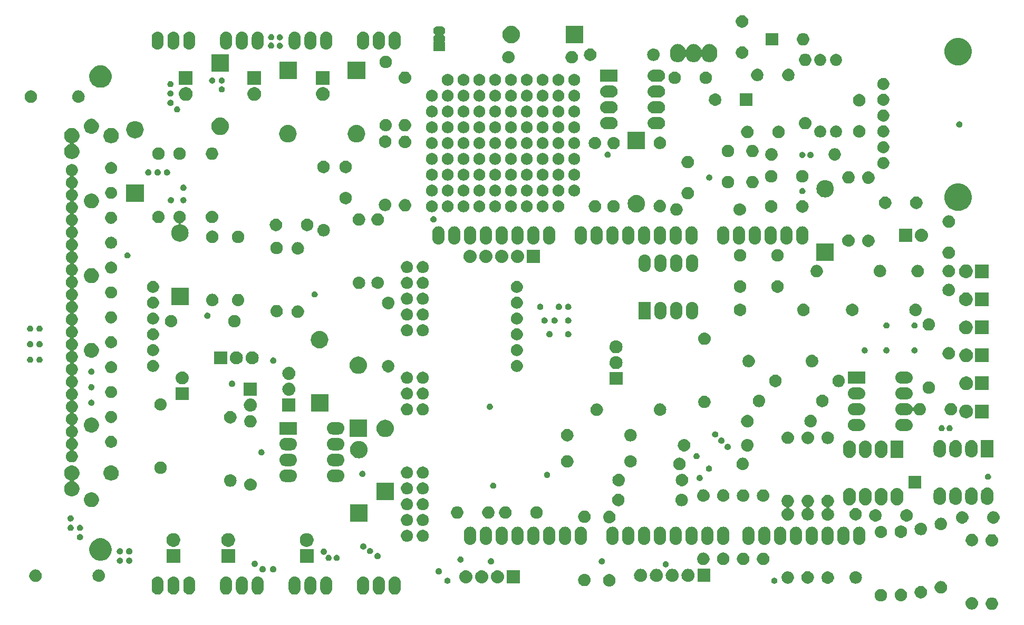
<source format=gts>
G04 #@! TF.GenerationSoftware,KiCad,Pcbnew,5.0.0+dfsg1-2*
G04 #@! TF.CreationDate,2019-01-23T16:31:20+01:00*
G04 #@! TF.ProjectId,speedy,7370656564792E6B696361645F706362,rev?*
G04 #@! TF.SameCoordinates,Original*
G04 #@! TF.FileFunction,Soldermask,Top*
G04 #@! TF.FilePolarity,Negative*
%FSLAX46Y46*%
G04 Gerber Fmt 4.6, Leading zero omitted, Abs format (unit mm)*
G04 Created by KiCad (PCBNEW 5.0.0+dfsg1-2) date Wed Jan 23 16:31:20 2019*
%MOMM*%
%LPD*%
G01*
G04 APERTURE LIST*
%ADD10C,0.100000*%
G04 APERTURE END LIST*
D10*
G36*
X221595770Y-155705372D02*
X221711689Y-155728429D01*
X221893678Y-155803811D01*
X222057463Y-155913249D01*
X222196751Y-156052537D01*
X222306189Y-156216322D01*
X222381571Y-156398311D01*
X222420000Y-156591509D01*
X222420000Y-156788491D01*
X222381571Y-156981689D01*
X222306189Y-157163678D01*
X222196751Y-157327463D01*
X222057463Y-157466751D01*
X221893678Y-157576189D01*
X221711689Y-157651571D01*
X221595770Y-157674628D01*
X221518493Y-157690000D01*
X221321507Y-157690000D01*
X221244230Y-157674628D01*
X221128311Y-157651571D01*
X220946322Y-157576189D01*
X220782537Y-157466751D01*
X220643249Y-157327463D01*
X220533811Y-157163678D01*
X220458429Y-156981689D01*
X220420000Y-156788491D01*
X220420000Y-156591509D01*
X220458429Y-156398311D01*
X220533811Y-156216322D01*
X220643249Y-156052537D01*
X220782537Y-155913249D01*
X220946322Y-155803811D01*
X221128311Y-155728429D01*
X221244230Y-155705372D01*
X221321507Y-155690000D01*
X221518493Y-155690000D01*
X221595770Y-155705372D01*
X221595770Y-155705372D01*
G37*
G36*
X218406030Y-155654469D02*
X218406033Y-155654470D01*
X218406034Y-155654470D01*
X218594535Y-155711651D01*
X218594537Y-155711652D01*
X218768260Y-155804509D01*
X218920528Y-155929472D01*
X219045491Y-156081740D01*
X219074222Y-156135492D01*
X219138349Y-156255465D01*
X219195530Y-156443966D01*
X219195531Y-156443970D01*
X219214838Y-156640000D01*
X219195531Y-156836030D01*
X219138348Y-157024537D01*
X219045491Y-157198260D01*
X218920528Y-157350528D01*
X218768260Y-157475491D01*
X218768258Y-157475492D01*
X218594535Y-157568349D01*
X218406034Y-157625530D01*
X218406033Y-157625530D01*
X218406030Y-157625531D01*
X218259124Y-157640000D01*
X218160876Y-157640000D01*
X218013970Y-157625531D01*
X218013967Y-157625530D01*
X218013966Y-157625530D01*
X217825465Y-157568349D01*
X217651742Y-157475492D01*
X217651740Y-157475491D01*
X217499472Y-157350528D01*
X217374509Y-157198260D01*
X217281652Y-157024537D01*
X217224469Y-156836030D01*
X217205162Y-156640000D01*
X217224469Y-156443970D01*
X217224470Y-156443966D01*
X217281651Y-156255465D01*
X217345778Y-156135492D01*
X217374509Y-156081740D01*
X217499472Y-155929472D01*
X217651740Y-155804509D01*
X217825463Y-155711652D01*
X217825465Y-155711651D01*
X218013966Y-155654470D01*
X218013967Y-155654470D01*
X218013970Y-155654469D01*
X218160876Y-155640000D01*
X218259124Y-155640000D01*
X218406030Y-155654469D01*
X218406030Y-155654469D01*
G37*
G36*
X203785770Y-154365372D02*
X203901689Y-154388429D01*
X204083678Y-154463811D01*
X204247463Y-154573249D01*
X204386751Y-154712537D01*
X204496189Y-154876322D01*
X204571571Y-155058311D01*
X204580652Y-155103966D01*
X204610000Y-155251507D01*
X204610000Y-155448493D01*
X204594628Y-155525770D01*
X204571571Y-155641689D01*
X204496189Y-155823678D01*
X204386751Y-155987463D01*
X204247463Y-156126751D01*
X204083678Y-156236189D01*
X203901689Y-156311571D01*
X203785770Y-156334628D01*
X203708493Y-156350000D01*
X203511507Y-156350000D01*
X203434230Y-156334628D01*
X203318311Y-156311571D01*
X203136322Y-156236189D01*
X202972537Y-156126751D01*
X202833249Y-155987463D01*
X202723811Y-155823678D01*
X202648429Y-155641689D01*
X202625372Y-155525770D01*
X202610000Y-155448493D01*
X202610000Y-155251507D01*
X202639348Y-155103966D01*
X202648429Y-155058311D01*
X202723811Y-154876322D01*
X202833249Y-154712537D01*
X202972537Y-154573249D01*
X203136322Y-154463811D01*
X203318311Y-154388429D01*
X203434230Y-154365372D01*
X203511507Y-154350000D01*
X203708493Y-154350000D01*
X203785770Y-154365372D01*
X203785770Y-154365372D01*
G37*
G36*
X207016030Y-154314469D02*
X207016033Y-154314470D01*
X207016034Y-154314470D01*
X207204535Y-154371651D01*
X207204537Y-154371652D01*
X207378260Y-154464509D01*
X207530528Y-154589472D01*
X207655491Y-154741740D01*
X207655492Y-154741742D01*
X207748349Y-154915465D01*
X207802296Y-155093304D01*
X207805531Y-155103970D01*
X207824838Y-155300000D01*
X207805531Y-155496030D01*
X207805530Y-155496033D01*
X207805530Y-155496034D01*
X207761859Y-155640000D01*
X207748348Y-155684537D01*
X207655491Y-155858260D01*
X207530528Y-156010528D01*
X207378260Y-156135491D01*
X207378258Y-156135492D01*
X207204535Y-156228349D01*
X207016034Y-156285530D01*
X207016033Y-156285530D01*
X207016030Y-156285531D01*
X206869124Y-156300000D01*
X206770876Y-156300000D01*
X206623970Y-156285531D01*
X206623967Y-156285530D01*
X206623966Y-156285530D01*
X206435465Y-156228349D01*
X206261742Y-156135492D01*
X206261740Y-156135491D01*
X206109472Y-156010528D01*
X205984509Y-155858260D01*
X205891652Y-155684537D01*
X205878142Y-155640000D01*
X205834470Y-155496034D01*
X205834470Y-155496033D01*
X205834469Y-155496030D01*
X205815162Y-155300000D01*
X205834469Y-155103970D01*
X205837704Y-155093304D01*
X205891651Y-154915465D01*
X205984508Y-154741742D01*
X205984509Y-154741740D01*
X206109472Y-154589472D01*
X206261740Y-154464509D01*
X206435463Y-154371652D01*
X206435465Y-154371651D01*
X206623966Y-154314470D01*
X206623967Y-154314470D01*
X206623970Y-154314469D01*
X206770876Y-154300000D01*
X206869124Y-154300000D01*
X207016030Y-154314469D01*
X207016030Y-154314469D01*
G37*
G36*
X210185770Y-153875372D02*
X210301689Y-153898429D01*
X210483678Y-153973811D01*
X210647463Y-154083249D01*
X210786751Y-154222537D01*
X210896189Y-154386322D01*
X210971571Y-154568311D01*
X210975780Y-154589472D01*
X211010000Y-154761507D01*
X211010000Y-154958493D01*
X210999442Y-155011571D01*
X210971571Y-155151689D01*
X210896189Y-155333678D01*
X210786751Y-155497463D01*
X210647463Y-155636751D01*
X210483678Y-155746189D01*
X210301689Y-155821571D01*
X210185770Y-155844628D01*
X210108493Y-155860000D01*
X209911507Y-155860000D01*
X209834230Y-155844628D01*
X209718311Y-155821571D01*
X209536322Y-155746189D01*
X209372537Y-155636751D01*
X209233249Y-155497463D01*
X209123811Y-155333678D01*
X209048429Y-155151689D01*
X209020558Y-155011571D01*
X209010000Y-154958493D01*
X209010000Y-154761507D01*
X209044220Y-154589472D01*
X209048429Y-154568311D01*
X209123811Y-154386322D01*
X209233249Y-154222537D01*
X209372537Y-154083249D01*
X209536322Y-153973811D01*
X209718311Y-153898429D01*
X209834230Y-153875372D01*
X209911507Y-153860000D01*
X210108493Y-153860000D01*
X210185770Y-153875372D01*
X210185770Y-153875372D01*
G37*
G36*
X123186344Y-152364074D02*
X123365527Y-152418429D01*
X123365529Y-152418430D01*
X123365532Y-152418431D01*
X123530664Y-152506695D01*
X123675407Y-152625483D01*
X123794195Y-152770226D01*
X123882459Y-152935358D01*
X123882460Y-152935361D01*
X123882461Y-152935363D01*
X123936816Y-153114546D01*
X123941668Y-153163811D01*
X123950570Y-153254193D01*
X123950570Y-154345807D01*
X123946579Y-154386325D01*
X123936816Y-154485454D01*
X123911681Y-154568311D01*
X123882459Y-154664642D01*
X123794195Y-154829774D01*
X123675407Y-154974517D01*
X123530664Y-155093305D01*
X123365531Y-155181569D01*
X123365528Y-155181570D01*
X123365526Y-155181571D01*
X123186343Y-155235926D01*
X123000000Y-155254279D01*
X122813656Y-155235926D01*
X122634473Y-155181571D01*
X122634471Y-155181570D01*
X122634468Y-155181569D01*
X122469336Y-155093305D01*
X122324593Y-154974517D01*
X122205805Y-154829774D01*
X122117541Y-154664641D01*
X122117539Y-154664636D01*
X122063184Y-154485453D01*
X122049430Y-154345804D01*
X122049430Y-153254193D01*
X122063184Y-153114544D01*
X122117539Y-152935363D01*
X122205806Y-152770226D01*
X122324594Y-152625483D01*
X122469337Y-152506695D01*
X122634469Y-152418431D01*
X122634472Y-152418430D01*
X122634474Y-152418429D01*
X122813657Y-152364074D01*
X123000000Y-152345721D01*
X123186344Y-152364074D01*
X123186344Y-152364074D01*
G37*
G36*
X98646344Y-152364074D02*
X98825527Y-152418429D01*
X98825529Y-152418430D01*
X98825532Y-152418431D01*
X98990664Y-152506695D01*
X99135407Y-152625483D01*
X99254195Y-152770226D01*
X99342459Y-152935358D01*
X99342460Y-152935361D01*
X99342461Y-152935363D01*
X99396816Y-153114546D01*
X99401668Y-153163811D01*
X99410570Y-153254193D01*
X99410570Y-154345807D01*
X99406579Y-154386325D01*
X99396816Y-154485454D01*
X99371681Y-154568311D01*
X99342459Y-154664642D01*
X99254195Y-154829774D01*
X99135407Y-154974517D01*
X98990664Y-155093305D01*
X98825531Y-155181569D01*
X98825528Y-155181570D01*
X98825526Y-155181571D01*
X98646343Y-155235926D01*
X98460000Y-155254279D01*
X98273656Y-155235926D01*
X98094473Y-155181571D01*
X98094471Y-155181570D01*
X98094468Y-155181569D01*
X97929336Y-155093305D01*
X97784593Y-154974517D01*
X97665805Y-154829774D01*
X97577541Y-154664641D01*
X97577539Y-154664636D01*
X97523184Y-154485453D01*
X97509430Y-154345804D01*
X97509430Y-153254193D01*
X97523184Y-153114544D01*
X97577539Y-152935363D01*
X97665806Y-152770226D01*
X97784594Y-152625483D01*
X97929337Y-152506695D01*
X98094469Y-152418431D01*
X98094472Y-152418430D01*
X98094474Y-152418429D01*
X98273657Y-152364074D01*
X98460000Y-152345721D01*
X98646344Y-152364074D01*
X98646344Y-152364074D01*
G37*
G36*
X103726344Y-152364074D02*
X103905527Y-152418429D01*
X103905529Y-152418430D01*
X103905532Y-152418431D01*
X104070664Y-152506695D01*
X104215407Y-152625483D01*
X104334195Y-152770226D01*
X104422459Y-152935358D01*
X104422460Y-152935361D01*
X104422461Y-152935363D01*
X104476816Y-153114546D01*
X104481668Y-153163811D01*
X104490570Y-153254193D01*
X104490570Y-154345807D01*
X104486579Y-154386325D01*
X104476816Y-154485454D01*
X104451681Y-154568311D01*
X104422459Y-154664642D01*
X104334195Y-154829774D01*
X104215407Y-154974517D01*
X104070664Y-155093305D01*
X103905531Y-155181569D01*
X103905528Y-155181570D01*
X103905526Y-155181571D01*
X103726343Y-155235926D01*
X103540000Y-155254279D01*
X103353656Y-155235926D01*
X103174473Y-155181571D01*
X103174471Y-155181570D01*
X103174468Y-155181569D01*
X103009336Y-155093305D01*
X102864593Y-154974517D01*
X102745805Y-154829774D01*
X102657541Y-154664641D01*
X102657539Y-154664636D01*
X102603184Y-154485453D01*
X102589430Y-154345804D01*
X102589430Y-153254193D01*
X102603184Y-153114544D01*
X102657539Y-152935363D01*
X102745806Y-152770226D01*
X102864594Y-152625483D01*
X103009337Y-152506695D01*
X103174469Y-152418431D01*
X103174472Y-152418430D01*
X103174474Y-152418429D01*
X103353657Y-152364074D01*
X103540000Y-152345721D01*
X103726344Y-152364074D01*
X103726344Y-152364074D01*
G37*
G36*
X101186344Y-152364074D02*
X101365527Y-152418429D01*
X101365529Y-152418430D01*
X101365532Y-152418431D01*
X101530664Y-152506695D01*
X101675407Y-152625483D01*
X101794195Y-152770226D01*
X101882459Y-152935358D01*
X101882460Y-152935361D01*
X101882461Y-152935363D01*
X101936816Y-153114546D01*
X101941668Y-153163811D01*
X101950570Y-153254193D01*
X101950570Y-154345807D01*
X101946579Y-154386325D01*
X101936816Y-154485454D01*
X101911681Y-154568311D01*
X101882459Y-154664642D01*
X101794195Y-154829774D01*
X101675407Y-154974517D01*
X101530664Y-155093305D01*
X101365531Y-155181569D01*
X101365528Y-155181570D01*
X101365526Y-155181571D01*
X101186343Y-155235926D01*
X101000000Y-155254279D01*
X100813656Y-155235926D01*
X100634473Y-155181571D01*
X100634471Y-155181570D01*
X100634468Y-155181569D01*
X100469336Y-155093305D01*
X100324593Y-154974517D01*
X100205805Y-154829774D01*
X100117541Y-154664641D01*
X100117539Y-154664636D01*
X100063184Y-154485453D01*
X100049430Y-154345804D01*
X100049430Y-153254193D01*
X100063184Y-153114544D01*
X100117539Y-152935363D01*
X100205806Y-152770226D01*
X100324594Y-152625483D01*
X100469337Y-152506695D01*
X100634469Y-152418431D01*
X100634472Y-152418430D01*
X100634474Y-152418429D01*
X100813657Y-152364074D01*
X101000000Y-152345721D01*
X101186344Y-152364074D01*
X101186344Y-152364074D01*
G37*
G36*
X109646344Y-152364074D02*
X109825527Y-152418429D01*
X109825529Y-152418430D01*
X109825532Y-152418431D01*
X109990664Y-152506695D01*
X110135407Y-152625483D01*
X110254195Y-152770226D01*
X110342459Y-152935358D01*
X110342460Y-152935361D01*
X110342461Y-152935363D01*
X110396816Y-153114546D01*
X110401668Y-153163811D01*
X110410570Y-153254193D01*
X110410570Y-154345807D01*
X110406579Y-154386325D01*
X110396816Y-154485454D01*
X110371681Y-154568311D01*
X110342459Y-154664642D01*
X110254195Y-154829774D01*
X110135407Y-154974517D01*
X109990664Y-155093305D01*
X109825531Y-155181569D01*
X109825528Y-155181570D01*
X109825526Y-155181571D01*
X109646343Y-155235926D01*
X109460000Y-155254279D01*
X109273656Y-155235926D01*
X109094473Y-155181571D01*
X109094471Y-155181570D01*
X109094468Y-155181569D01*
X108929336Y-155093305D01*
X108784593Y-154974517D01*
X108665805Y-154829774D01*
X108577541Y-154664641D01*
X108577539Y-154664636D01*
X108523184Y-154485453D01*
X108509430Y-154345804D01*
X108509430Y-153254193D01*
X108523184Y-153114544D01*
X108577539Y-152935363D01*
X108665806Y-152770226D01*
X108784594Y-152625483D01*
X108929337Y-152506695D01*
X109094469Y-152418431D01*
X109094472Y-152418430D01*
X109094474Y-152418429D01*
X109273657Y-152364074D01*
X109460000Y-152345721D01*
X109646344Y-152364074D01*
X109646344Y-152364074D01*
G37*
G36*
X114726344Y-152364074D02*
X114905527Y-152418429D01*
X114905529Y-152418430D01*
X114905532Y-152418431D01*
X115070664Y-152506695D01*
X115215407Y-152625483D01*
X115334195Y-152770226D01*
X115422459Y-152935358D01*
X115422460Y-152935361D01*
X115422461Y-152935363D01*
X115476816Y-153114546D01*
X115481668Y-153163811D01*
X115490570Y-153254193D01*
X115490570Y-154345807D01*
X115486579Y-154386325D01*
X115476816Y-154485454D01*
X115451681Y-154568311D01*
X115422459Y-154664642D01*
X115334195Y-154829774D01*
X115215407Y-154974517D01*
X115070664Y-155093305D01*
X114905531Y-155181569D01*
X114905528Y-155181570D01*
X114905526Y-155181571D01*
X114726343Y-155235926D01*
X114540000Y-155254279D01*
X114353656Y-155235926D01*
X114174473Y-155181571D01*
X114174471Y-155181570D01*
X114174468Y-155181569D01*
X114009336Y-155093305D01*
X113864593Y-154974517D01*
X113745805Y-154829774D01*
X113657541Y-154664641D01*
X113657539Y-154664636D01*
X113603184Y-154485453D01*
X113589430Y-154345804D01*
X113589430Y-153254193D01*
X113603184Y-153114544D01*
X113657539Y-152935363D01*
X113745806Y-152770226D01*
X113864594Y-152625483D01*
X114009337Y-152506695D01*
X114174469Y-152418431D01*
X114174472Y-152418430D01*
X114174474Y-152418429D01*
X114353657Y-152364074D01*
X114540000Y-152345721D01*
X114726344Y-152364074D01*
X114726344Y-152364074D01*
G37*
G36*
X120646344Y-152364074D02*
X120825527Y-152418429D01*
X120825529Y-152418430D01*
X120825532Y-152418431D01*
X120990664Y-152506695D01*
X121135407Y-152625483D01*
X121254195Y-152770226D01*
X121342459Y-152935358D01*
X121342460Y-152935361D01*
X121342461Y-152935363D01*
X121396816Y-153114546D01*
X121401668Y-153163811D01*
X121410570Y-153254193D01*
X121410570Y-154345807D01*
X121406579Y-154386325D01*
X121396816Y-154485454D01*
X121371681Y-154568311D01*
X121342459Y-154664642D01*
X121254195Y-154829774D01*
X121135407Y-154974517D01*
X120990664Y-155093305D01*
X120825531Y-155181569D01*
X120825528Y-155181570D01*
X120825526Y-155181571D01*
X120646343Y-155235926D01*
X120460000Y-155254279D01*
X120273656Y-155235926D01*
X120094473Y-155181571D01*
X120094471Y-155181570D01*
X120094468Y-155181569D01*
X119929336Y-155093305D01*
X119784593Y-154974517D01*
X119665805Y-154829774D01*
X119577541Y-154664641D01*
X119577539Y-154664636D01*
X119523184Y-154485453D01*
X119509430Y-154345804D01*
X119509430Y-153254193D01*
X119523184Y-153114544D01*
X119577539Y-152935363D01*
X119665806Y-152770226D01*
X119784594Y-152625483D01*
X119929337Y-152506695D01*
X120094469Y-152418431D01*
X120094472Y-152418430D01*
X120094474Y-152418429D01*
X120273657Y-152364074D01*
X120460000Y-152345721D01*
X120646344Y-152364074D01*
X120646344Y-152364074D01*
G37*
G36*
X112186344Y-152364074D02*
X112365527Y-152418429D01*
X112365529Y-152418430D01*
X112365532Y-152418431D01*
X112530664Y-152506695D01*
X112675407Y-152625483D01*
X112794195Y-152770226D01*
X112882459Y-152935358D01*
X112882460Y-152935361D01*
X112882461Y-152935363D01*
X112936816Y-153114546D01*
X112941668Y-153163811D01*
X112950570Y-153254193D01*
X112950570Y-154345807D01*
X112946579Y-154386325D01*
X112936816Y-154485454D01*
X112911681Y-154568311D01*
X112882459Y-154664642D01*
X112794195Y-154829774D01*
X112675407Y-154974517D01*
X112530664Y-155093305D01*
X112365531Y-155181569D01*
X112365528Y-155181570D01*
X112365526Y-155181571D01*
X112186343Y-155235926D01*
X112000000Y-155254279D01*
X111813656Y-155235926D01*
X111634473Y-155181571D01*
X111634471Y-155181570D01*
X111634468Y-155181569D01*
X111469336Y-155093305D01*
X111324593Y-154974517D01*
X111205805Y-154829774D01*
X111117541Y-154664641D01*
X111117539Y-154664636D01*
X111063184Y-154485453D01*
X111049430Y-154345804D01*
X111049430Y-153254193D01*
X111063184Y-153114544D01*
X111117539Y-152935363D01*
X111205806Y-152770226D01*
X111324594Y-152625483D01*
X111469337Y-152506695D01*
X111634469Y-152418431D01*
X111634472Y-152418430D01*
X111634474Y-152418429D01*
X111813657Y-152364074D01*
X112000000Y-152345721D01*
X112186344Y-152364074D01*
X112186344Y-152364074D01*
G37*
G36*
X90186344Y-152364074D02*
X90365527Y-152418429D01*
X90365529Y-152418430D01*
X90365532Y-152418431D01*
X90530664Y-152506695D01*
X90675407Y-152625483D01*
X90794195Y-152770226D01*
X90882459Y-152935358D01*
X90882460Y-152935361D01*
X90882461Y-152935363D01*
X90936816Y-153114546D01*
X90941668Y-153163811D01*
X90950570Y-153254193D01*
X90950570Y-154345807D01*
X90946579Y-154386325D01*
X90936816Y-154485454D01*
X90911681Y-154568311D01*
X90882459Y-154664642D01*
X90794195Y-154829774D01*
X90675407Y-154974517D01*
X90530664Y-155093305D01*
X90365531Y-155181569D01*
X90365528Y-155181570D01*
X90365526Y-155181571D01*
X90186343Y-155235926D01*
X90000000Y-155254279D01*
X89813656Y-155235926D01*
X89634473Y-155181571D01*
X89634471Y-155181570D01*
X89634468Y-155181569D01*
X89469336Y-155093305D01*
X89324593Y-154974517D01*
X89205805Y-154829774D01*
X89117541Y-154664641D01*
X89117539Y-154664636D01*
X89063184Y-154485453D01*
X89049430Y-154345804D01*
X89049430Y-153254193D01*
X89063184Y-153114544D01*
X89117539Y-152935363D01*
X89205806Y-152770226D01*
X89324594Y-152625483D01*
X89469337Y-152506695D01*
X89634469Y-152418431D01*
X89634472Y-152418430D01*
X89634474Y-152418429D01*
X89813657Y-152364074D01*
X90000000Y-152345721D01*
X90186344Y-152364074D01*
X90186344Y-152364074D01*
G37*
G36*
X87646344Y-152364074D02*
X87825527Y-152418429D01*
X87825529Y-152418430D01*
X87825532Y-152418431D01*
X87990664Y-152506695D01*
X88135407Y-152625483D01*
X88254195Y-152770226D01*
X88342459Y-152935358D01*
X88342460Y-152935361D01*
X88342461Y-152935363D01*
X88396816Y-153114546D01*
X88401668Y-153163811D01*
X88410570Y-153254193D01*
X88410570Y-154345807D01*
X88406579Y-154386325D01*
X88396816Y-154485454D01*
X88371681Y-154568311D01*
X88342459Y-154664642D01*
X88254195Y-154829774D01*
X88135407Y-154974517D01*
X87990664Y-155093305D01*
X87825531Y-155181569D01*
X87825528Y-155181570D01*
X87825526Y-155181571D01*
X87646343Y-155235926D01*
X87460000Y-155254279D01*
X87273656Y-155235926D01*
X87094473Y-155181571D01*
X87094471Y-155181570D01*
X87094468Y-155181569D01*
X86929336Y-155093305D01*
X86784593Y-154974517D01*
X86665805Y-154829774D01*
X86577541Y-154664641D01*
X86577539Y-154664636D01*
X86523184Y-154485453D01*
X86509430Y-154345804D01*
X86509430Y-153254193D01*
X86523184Y-153114544D01*
X86577539Y-152935363D01*
X86665806Y-152770226D01*
X86784594Y-152625483D01*
X86929337Y-152506695D01*
X87094469Y-152418431D01*
X87094472Y-152418430D01*
X87094474Y-152418429D01*
X87273657Y-152364074D01*
X87460000Y-152345721D01*
X87646344Y-152364074D01*
X87646344Y-152364074D01*
G37*
G36*
X92726344Y-152364074D02*
X92905527Y-152418429D01*
X92905529Y-152418430D01*
X92905532Y-152418431D01*
X93070664Y-152506695D01*
X93215407Y-152625483D01*
X93334195Y-152770226D01*
X93422459Y-152935358D01*
X93422460Y-152935361D01*
X93422461Y-152935363D01*
X93476816Y-153114546D01*
X93481668Y-153163811D01*
X93490570Y-153254193D01*
X93490570Y-154345807D01*
X93486579Y-154386325D01*
X93476816Y-154485454D01*
X93451681Y-154568311D01*
X93422459Y-154664642D01*
X93334195Y-154829774D01*
X93215407Y-154974517D01*
X93070664Y-155093305D01*
X92905531Y-155181569D01*
X92905528Y-155181570D01*
X92905526Y-155181571D01*
X92726343Y-155235926D01*
X92540000Y-155254279D01*
X92353656Y-155235926D01*
X92174473Y-155181571D01*
X92174471Y-155181570D01*
X92174468Y-155181569D01*
X92009336Y-155093305D01*
X91864593Y-154974517D01*
X91745805Y-154829774D01*
X91657541Y-154664641D01*
X91657539Y-154664636D01*
X91603184Y-154485453D01*
X91589430Y-154345804D01*
X91589430Y-153254193D01*
X91603184Y-153114544D01*
X91657539Y-152935363D01*
X91745806Y-152770226D01*
X91864594Y-152625483D01*
X92009337Y-152506695D01*
X92174469Y-152418431D01*
X92174472Y-152418430D01*
X92174474Y-152418429D01*
X92353657Y-152364074D01*
X92540000Y-152345721D01*
X92726344Y-152364074D01*
X92726344Y-152364074D01*
G37*
G36*
X125726344Y-152364074D02*
X125905527Y-152418429D01*
X125905529Y-152418430D01*
X125905532Y-152418431D01*
X126070664Y-152506695D01*
X126215407Y-152625483D01*
X126334195Y-152770226D01*
X126422459Y-152935358D01*
X126422460Y-152935361D01*
X126422461Y-152935363D01*
X126476816Y-153114546D01*
X126481668Y-153163811D01*
X126490570Y-153254193D01*
X126490570Y-154345807D01*
X126486579Y-154386325D01*
X126476816Y-154485454D01*
X126451681Y-154568311D01*
X126422459Y-154664642D01*
X126334195Y-154829774D01*
X126215407Y-154974517D01*
X126070664Y-155093305D01*
X125905531Y-155181569D01*
X125905528Y-155181570D01*
X125905526Y-155181571D01*
X125726343Y-155235926D01*
X125540000Y-155254279D01*
X125353656Y-155235926D01*
X125174473Y-155181571D01*
X125174471Y-155181570D01*
X125174468Y-155181569D01*
X125009336Y-155093305D01*
X124864593Y-154974517D01*
X124745805Y-154829774D01*
X124657541Y-154664641D01*
X124657539Y-154664636D01*
X124603184Y-154485453D01*
X124589430Y-154345804D01*
X124589430Y-153254193D01*
X124603184Y-153114544D01*
X124657539Y-152935363D01*
X124745806Y-152770226D01*
X124864594Y-152625483D01*
X125009337Y-152506695D01*
X125174469Y-152418431D01*
X125174472Y-152418430D01*
X125174474Y-152418429D01*
X125353657Y-152364074D01*
X125540000Y-152345721D01*
X125726344Y-152364074D01*
X125726344Y-152364074D01*
G37*
G36*
X213405770Y-153065372D02*
X213521689Y-153088429D01*
X213703678Y-153163811D01*
X213867463Y-153273249D01*
X214006751Y-153412537D01*
X214116189Y-153576322D01*
X214191571Y-153758311D01*
X214230000Y-153951509D01*
X214230000Y-154148491D01*
X214191571Y-154341689D01*
X214116189Y-154523678D01*
X214006751Y-154687463D01*
X213867463Y-154826751D01*
X213703678Y-154936189D01*
X213521689Y-155011571D01*
X213405770Y-155034628D01*
X213328493Y-155050000D01*
X213131507Y-155050000D01*
X213054230Y-155034628D01*
X212938311Y-155011571D01*
X212756322Y-154936189D01*
X212592537Y-154826751D01*
X212453249Y-154687463D01*
X212343811Y-154523678D01*
X212268429Y-154341689D01*
X212230000Y-154148491D01*
X212230000Y-153951509D01*
X212268429Y-153758311D01*
X212343811Y-153576322D01*
X212453249Y-153412537D01*
X212592537Y-153273249D01*
X212756322Y-153163811D01*
X212938311Y-153088429D01*
X213054230Y-153065372D01*
X213131507Y-153050000D01*
X213328493Y-153050000D01*
X213405770Y-153065372D01*
X213405770Y-153065372D01*
G37*
G36*
X160175770Y-151955372D02*
X160291689Y-151978429D01*
X160473678Y-152053811D01*
X160637463Y-152163249D01*
X160776751Y-152302537D01*
X160886189Y-152466322D01*
X160961571Y-152648311D01*
X160972641Y-152703966D01*
X161000000Y-152841507D01*
X161000000Y-153038493D01*
X160990067Y-153088429D01*
X160961571Y-153231689D01*
X160886189Y-153413678D01*
X160776751Y-153577463D01*
X160637463Y-153716751D01*
X160473678Y-153826189D01*
X160291689Y-153901571D01*
X160175770Y-153924628D01*
X160098493Y-153940000D01*
X159901507Y-153940000D01*
X159824230Y-153924628D01*
X159708311Y-153901571D01*
X159526322Y-153826189D01*
X159362537Y-153716751D01*
X159223249Y-153577463D01*
X159113811Y-153413678D01*
X159038429Y-153231689D01*
X159009933Y-153088429D01*
X159000000Y-153038493D01*
X159000000Y-152841507D01*
X159027359Y-152703966D01*
X159038429Y-152648311D01*
X159113811Y-152466322D01*
X159223249Y-152302537D01*
X159362537Y-152163249D01*
X159526322Y-152053811D01*
X159708311Y-151978429D01*
X159824230Y-151955372D01*
X159901507Y-151940000D01*
X160098493Y-151940000D01*
X160175770Y-151955372D01*
X160175770Y-151955372D01*
G37*
G36*
X156196030Y-151914469D02*
X156196033Y-151914470D01*
X156196034Y-151914470D01*
X156384535Y-151971651D01*
X156384537Y-151971652D01*
X156558260Y-152064509D01*
X156710528Y-152189472D01*
X156835491Y-152341740D01*
X156902083Y-152466325D01*
X156928349Y-152515465D01*
X156978644Y-152681266D01*
X156985531Y-152703970D01*
X157004838Y-152900000D01*
X156985531Y-153096030D01*
X156985530Y-153096033D01*
X156985530Y-153096034D01*
X156931773Y-153273249D01*
X156928348Y-153284537D01*
X156835491Y-153458260D01*
X156710528Y-153610528D01*
X156558260Y-153735491D01*
X156558258Y-153735492D01*
X156384535Y-153828349D01*
X156196034Y-153885530D01*
X156196033Y-153885530D01*
X156196030Y-153885531D01*
X156049124Y-153900000D01*
X155950876Y-153900000D01*
X155803970Y-153885531D01*
X155803967Y-153885530D01*
X155803966Y-153885530D01*
X155615465Y-153828349D01*
X155441742Y-153735492D01*
X155441740Y-153735491D01*
X155289472Y-153610528D01*
X155164509Y-153458260D01*
X155071652Y-153284537D01*
X155068228Y-153273249D01*
X155014470Y-153096034D01*
X155014470Y-153096033D01*
X155014469Y-153096030D01*
X154995162Y-152900000D01*
X155014469Y-152703970D01*
X155021356Y-152681266D01*
X155071651Y-152515465D01*
X155097917Y-152466325D01*
X155164509Y-152341740D01*
X155289472Y-152189472D01*
X155441740Y-152064509D01*
X155615463Y-151971652D01*
X155615465Y-151971651D01*
X155803966Y-151914470D01*
X155803967Y-151914470D01*
X155803970Y-151914469D01*
X155950876Y-151900000D01*
X156049124Y-151900000D01*
X156196030Y-151914469D01*
X156196030Y-151914469D01*
G37*
G36*
X195255770Y-151525372D02*
X195371689Y-151548429D01*
X195553678Y-151623811D01*
X195717463Y-151733249D01*
X195856751Y-151872537D01*
X195966189Y-152036322D01*
X196041571Y-152218311D01*
X196055530Y-152288491D01*
X196080000Y-152411507D01*
X196080000Y-152608493D01*
X196065524Y-152681266D01*
X196041571Y-152801689D01*
X195966189Y-152983678D01*
X195856751Y-153147463D01*
X195717463Y-153286751D01*
X195553678Y-153396189D01*
X195371689Y-153471571D01*
X195255770Y-153494628D01*
X195178493Y-153510000D01*
X194981507Y-153510000D01*
X194904230Y-153494628D01*
X194788311Y-153471571D01*
X194606322Y-153396189D01*
X194442537Y-153286751D01*
X194303249Y-153147463D01*
X194193811Y-152983678D01*
X194118429Y-152801689D01*
X194094476Y-152681266D01*
X194080000Y-152608493D01*
X194080000Y-152411507D01*
X194104470Y-152288491D01*
X194118429Y-152218311D01*
X194193811Y-152036322D01*
X194303249Y-151872537D01*
X194442537Y-151733249D01*
X194606322Y-151623811D01*
X194788311Y-151548429D01*
X194904230Y-151525372D01*
X194981507Y-151510000D01*
X195178493Y-151510000D01*
X195255770Y-151525372D01*
X195255770Y-151525372D01*
G37*
G36*
X134126993Y-152515465D02*
X134145845Y-152519215D01*
X134229252Y-152553763D01*
X134236839Y-152556906D01*
X134263222Y-152574535D01*
X134318734Y-152611627D01*
X134388373Y-152681266D01*
X134388375Y-152681269D01*
X134425060Y-152736171D01*
X134443095Y-152763163D01*
X134454911Y-152791689D01*
X134480785Y-152854155D01*
X134500000Y-152950754D01*
X134500000Y-153049246D01*
X134492206Y-153088429D01*
X134480785Y-153145845D01*
X134445229Y-153231686D01*
X134443094Y-153236839D01*
X134389104Y-153317640D01*
X134388373Y-153318734D01*
X134318734Y-153388373D01*
X134318731Y-153388375D01*
X134236839Y-153443094D01*
X134145845Y-153480785D01*
X134049246Y-153500000D01*
X133950754Y-153500000D01*
X133854155Y-153480785D01*
X133763161Y-153443094D01*
X133681269Y-153388375D01*
X133681266Y-153388373D01*
X133611627Y-153318734D01*
X133610896Y-153317640D01*
X133556906Y-153236839D01*
X133554772Y-153231686D01*
X133519215Y-153145845D01*
X133507794Y-153088429D01*
X133500000Y-153049246D01*
X133500000Y-152950754D01*
X133519215Y-152854155D01*
X133545089Y-152791689D01*
X133556905Y-152763163D01*
X133574941Y-152736171D01*
X133611625Y-152681269D01*
X133611627Y-152681266D01*
X133681266Y-152611627D01*
X133736778Y-152574535D01*
X133763161Y-152556906D01*
X133770749Y-152553763D01*
X133854155Y-152519215D01*
X133873007Y-152515465D01*
X133950754Y-152500000D01*
X134049246Y-152500000D01*
X134126993Y-152515465D01*
X134126993Y-152515465D01*
G37*
G36*
X188825770Y-151515372D02*
X188941689Y-151538429D01*
X189123678Y-151613811D01*
X189287463Y-151723249D01*
X189426751Y-151862537D01*
X189536189Y-152026322D01*
X189611571Y-152208311D01*
X189650000Y-152401509D01*
X189650000Y-152598491D01*
X189611571Y-152791689D01*
X189536189Y-152973678D01*
X189426751Y-153137463D01*
X189287463Y-153276751D01*
X189123678Y-153386189D01*
X188941689Y-153461571D01*
X188825770Y-153484628D01*
X188748493Y-153500000D01*
X188551507Y-153500000D01*
X188474230Y-153484628D01*
X188358311Y-153461571D01*
X188176322Y-153386189D01*
X188012537Y-153276751D01*
X187873249Y-153137463D01*
X187763811Y-152973678D01*
X187688429Y-152791689D01*
X187650000Y-152598491D01*
X187650000Y-152401509D01*
X187688429Y-152208311D01*
X187763811Y-152026322D01*
X187873249Y-151862537D01*
X188012537Y-151723249D01*
X188176322Y-151613811D01*
X188358311Y-151538429D01*
X188474230Y-151515372D01*
X188551507Y-151500000D01*
X188748493Y-151500000D01*
X188825770Y-151515372D01*
X188825770Y-151515372D01*
G37*
G36*
X186626993Y-152515465D02*
X186645845Y-152519215D01*
X186729252Y-152553763D01*
X186736839Y-152556906D01*
X186763222Y-152574535D01*
X186818734Y-152611627D01*
X186888373Y-152681266D01*
X186888375Y-152681269D01*
X186925060Y-152736171D01*
X186943095Y-152763163D01*
X186954911Y-152791689D01*
X186980785Y-152854155D01*
X187000000Y-152950754D01*
X187000000Y-153049246D01*
X186992206Y-153088429D01*
X186980785Y-153145845D01*
X186945229Y-153231686D01*
X186943094Y-153236839D01*
X186889104Y-153317640D01*
X186888373Y-153318734D01*
X186818734Y-153388373D01*
X186818731Y-153388375D01*
X186736839Y-153443094D01*
X186645845Y-153480785D01*
X186549246Y-153500000D01*
X186450754Y-153500000D01*
X186354155Y-153480785D01*
X186263161Y-153443094D01*
X186181269Y-153388375D01*
X186181266Y-153388373D01*
X186111627Y-153318734D01*
X186110896Y-153317640D01*
X186056906Y-153236839D01*
X186054772Y-153231686D01*
X186019215Y-153145845D01*
X186007794Y-153088429D01*
X186000000Y-153049246D01*
X186000000Y-152950754D01*
X186019215Y-152854155D01*
X186045089Y-152791689D01*
X186056905Y-152763163D01*
X186074941Y-152736171D01*
X186111625Y-152681269D01*
X186111627Y-152681266D01*
X186181266Y-152611627D01*
X186236778Y-152574535D01*
X186263161Y-152556906D01*
X186270749Y-152553763D01*
X186354155Y-152519215D01*
X186373007Y-152515465D01*
X186450754Y-152500000D01*
X186549246Y-152500000D01*
X186626993Y-152515465D01*
X186626993Y-152515465D01*
G37*
G36*
X192025770Y-151505372D02*
X192141689Y-151528429D01*
X192323678Y-151603811D01*
X192487463Y-151713249D01*
X192626751Y-151852537D01*
X192736189Y-152016322D01*
X192811571Y-152198311D01*
X192829509Y-152288491D01*
X192850000Y-152391507D01*
X192850000Y-152588493D01*
X192845398Y-152611627D01*
X192811571Y-152781689D01*
X192736189Y-152963678D01*
X192626751Y-153127463D01*
X192487463Y-153266751D01*
X192323678Y-153376189D01*
X192141689Y-153451571D01*
X192046369Y-153470531D01*
X191948493Y-153490000D01*
X191751507Y-153490000D01*
X191653631Y-153470531D01*
X191558311Y-153451571D01*
X191376322Y-153376189D01*
X191212537Y-153266751D01*
X191073249Y-153127463D01*
X190963811Y-152963678D01*
X190888429Y-152781689D01*
X190854602Y-152611627D01*
X190850000Y-152588493D01*
X190850000Y-152391507D01*
X190870491Y-152288491D01*
X190888429Y-152198311D01*
X190963811Y-152016322D01*
X191073249Y-151852537D01*
X191212537Y-151713249D01*
X191376322Y-151603811D01*
X191558311Y-151528429D01*
X191674230Y-151505372D01*
X191751507Y-151490000D01*
X191948493Y-151490000D01*
X192025770Y-151505372D01*
X192025770Y-151505372D01*
G37*
G36*
X199746030Y-151499469D02*
X199746033Y-151499470D01*
X199746034Y-151499470D01*
X199934535Y-151556651D01*
X199934537Y-151556652D01*
X200108260Y-151649509D01*
X200260528Y-151774472D01*
X200385491Y-151926740D01*
X200385492Y-151926742D01*
X200478349Y-152100465D01*
X200535530Y-152288966D01*
X200535531Y-152288970D01*
X200554838Y-152485000D01*
X200535531Y-152681030D01*
X200535530Y-152681033D01*
X200535530Y-152681034D01*
X200486851Y-152841509D01*
X200478348Y-152869537D01*
X200385491Y-153043260D01*
X200260528Y-153195528D01*
X200108260Y-153320491D01*
X199985348Y-153386189D01*
X199934535Y-153413349D01*
X199746034Y-153470530D01*
X199746033Y-153470530D01*
X199746030Y-153470531D01*
X199599124Y-153485000D01*
X199500876Y-153485000D01*
X199353970Y-153470531D01*
X199353967Y-153470530D01*
X199353966Y-153470530D01*
X199165465Y-153413349D01*
X199114652Y-153386189D01*
X198991740Y-153320491D01*
X198839472Y-153195528D01*
X198714509Y-153043260D01*
X198621652Y-152869537D01*
X198613150Y-152841509D01*
X198564470Y-152681034D01*
X198564470Y-152681033D01*
X198564469Y-152681030D01*
X198545162Y-152485000D01*
X198564469Y-152288970D01*
X198564470Y-152288966D01*
X198621651Y-152100465D01*
X198714508Y-151926742D01*
X198714509Y-151926740D01*
X198839472Y-151774472D01*
X198991740Y-151649509D01*
X199165463Y-151556652D01*
X199165465Y-151556651D01*
X199353966Y-151499470D01*
X199353967Y-151499470D01*
X199353970Y-151499469D01*
X199500876Y-151485000D01*
X199599124Y-151485000D01*
X199746030Y-151499469D01*
X199746030Y-151499469D01*
G37*
G36*
X137088707Y-151327596D02*
X137165836Y-151335193D01*
X137297787Y-151375220D01*
X137363763Y-151395233D01*
X137546172Y-151492733D01*
X137706054Y-151623946D01*
X137837267Y-151783828D01*
X137934767Y-151966237D01*
X137945009Y-152000000D01*
X137994807Y-152164164D01*
X138015080Y-152370000D01*
X137994807Y-152575836D01*
X137962897Y-152681030D01*
X137934767Y-152773763D01*
X137837267Y-152956172D01*
X137706054Y-153116054D01*
X137546172Y-153247267D01*
X137363763Y-153344767D01*
X137297787Y-153364780D01*
X137165836Y-153404807D01*
X137088707Y-153412404D01*
X137011580Y-153420000D01*
X136908420Y-153420000D01*
X136831293Y-153412404D01*
X136754164Y-153404807D01*
X136622213Y-153364780D01*
X136556237Y-153344767D01*
X136373828Y-153247267D01*
X136213946Y-153116054D01*
X136082733Y-152956172D01*
X135985233Y-152773763D01*
X135957103Y-152681030D01*
X135925193Y-152575836D01*
X135904920Y-152370000D01*
X135925193Y-152164164D01*
X135974991Y-152000000D01*
X135985233Y-151966237D01*
X136082733Y-151783828D01*
X136213946Y-151623946D01*
X136373828Y-151492733D01*
X136556237Y-151395233D01*
X136622213Y-151375220D01*
X136754164Y-151335193D01*
X136831293Y-151327596D01*
X136908420Y-151320000D01*
X137011580Y-151320000D01*
X137088707Y-151327596D01*
X137088707Y-151327596D01*
G37*
G36*
X139628707Y-151327596D02*
X139705836Y-151335193D01*
X139837787Y-151375220D01*
X139903763Y-151395233D01*
X140086172Y-151492733D01*
X140246054Y-151623946D01*
X140377267Y-151783828D01*
X140474767Y-151966237D01*
X140485009Y-152000000D01*
X140534807Y-152164164D01*
X140555080Y-152370000D01*
X140534807Y-152575836D01*
X140502897Y-152681030D01*
X140474767Y-152773763D01*
X140377267Y-152956172D01*
X140246054Y-153116054D01*
X140086172Y-153247267D01*
X139903763Y-153344767D01*
X139837787Y-153364780D01*
X139705836Y-153404807D01*
X139628707Y-153412404D01*
X139551580Y-153420000D01*
X139448420Y-153420000D01*
X139371293Y-153412404D01*
X139294164Y-153404807D01*
X139162213Y-153364780D01*
X139096237Y-153344767D01*
X138913828Y-153247267D01*
X138753946Y-153116054D01*
X138622733Y-152956172D01*
X138525233Y-152773763D01*
X138497103Y-152681030D01*
X138465193Y-152575836D01*
X138444920Y-152370000D01*
X138465193Y-152164164D01*
X138514991Y-152000000D01*
X138525233Y-151966237D01*
X138622733Y-151783828D01*
X138753946Y-151623946D01*
X138913828Y-151492733D01*
X139096237Y-151395233D01*
X139162213Y-151375220D01*
X139294164Y-151335193D01*
X139371293Y-151327596D01*
X139448420Y-151320000D01*
X139551580Y-151320000D01*
X139628707Y-151327596D01*
X139628707Y-151327596D01*
G37*
G36*
X142168707Y-151327596D02*
X142245836Y-151335193D01*
X142377787Y-151375220D01*
X142443763Y-151395233D01*
X142626172Y-151492733D01*
X142786054Y-151623946D01*
X142917267Y-151783828D01*
X143014767Y-151966237D01*
X143025009Y-152000000D01*
X143074807Y-152164164D01*
X143095080Y-152370000D01*
X143074807Y-152575836D01*
X143042897Y-152681030D01*
X143014767Y-152773763D01*
X142917267Y-152956172D01*
X142786054Y-153116054D01*
X142626172Y-153247267D01*
X142443763Y-153344767D01*
X142377787Y-153364780D01*
X142245836Y-153404807D01*
X142168707Y-153412404D01*
X142091580Y-153420000D01*
X141988420Y-153420000D01*
X141911293Y-153412404D01*
X141834164Y-153404807D01*
X141702213Y-153364780D01*
X141636237Y-153344767D01*
X141453828Y-153247267D01*
X141293946Y-153116054D01*
X141162733Y-152956172D01*
X141065233Y-152773763D01*
X141037103Y-152681030D01*
X141005193Y-152575836D01*
X140984920Y-152370000D01*
X141005193Y-152164164D01*
X141054991Y-152000000D01*
X141065233Y-151966237D01*
X141162733Y-151783828D01*
X141293946Y-151623946D01*
X141453828Y-151492733D01*
X141636237Y-151395233D01*
X141702213Y-151375220D01*
X141834164Y-151335193D01*
X141911293Y-151327596D01*
X141988420Y-151320000D01*
X142091580Y-151320000D01*
X142168707Y-151327596D01*
X142168707Y-151327596D01*
G37*
G36*
X145630000Y-153420000D02*
X143530000Y-153420000D01*
X143530000Y-151320000D01*
X145630000Y-151320000D01*
X145630000Y-153420000D01*
X145630000Y-153420000D01*
G37*
G36*
X176240000Y-153200000D02*
X174140000Y-153200000D01*
X174140000Y-151100000D01*
X176240000Y-151100000D01*
X176240000Y-153200000D01*
X176240000Y-153200000D01*
G37*
G36*
X165158707Y-151107597D02*
X165235836Y-151115193D01*
X165367787Y-151155220D01*
X165433763Y-151175233D01*
X165616172Y-151272733D01*
X165776054Y-151403946D01*
X165907267Y-151563828D01*
X166004767Y-151746237D01*
X166004767Y-151746238D01*
X166064807Y-151944164D01*
X166085080Y-152150000D01*
X166064807Y-152355836D01*
X166031291Y-152466325D01*
X166004767Y-152553763D01*
X165907267Y-152736172D01*
X165776054Y-152896054D01*
X165616172Y-153027267D01*
X165433763Y-153124767D01*
X165424865Y-153127466D01*
X165235836Y-153184807D01*
X165183110Y-153190000D01*
X165081580Y-153200000D01*
X164978420Y-153200000D01*
X164876890Y-153190000D01*
X164824164Y-153184807D01*
X164635135Y-153127466D01*
X164626237Y-153124767D01*
X164443828Y-153027267D01*
X164283946Y-152896054D01*
X164152733Y-152736172D01*
X164055233Y-152553763D01*
X164028709Y-152466325D01*
X163995193Y-152355836D01*
X163974920Y-152150000D01*
X163995193Y-151944164D01*
X164055233Y-151746238D01*
X164055233Y-151746237D01*
X164152733Y-151563828D01*
X164283946Y-151403946D01*
X164443828Y-151272733D01*
X164626237Y-151175233D01*
X164692213Y-151155220D01*
X164824164Y-151115193D01*
X164901293Y-151107597D01*
X164978420Y-151100000D01*
X165081580Y-151100000D01*
X165158707Y-151107597D01*
X165158707Y-151107597D01*
G37*
G36*
X167698707Y-151107597D02*
X167775836Y-151115193D01*
X167907787Y-151155220D01*
X167973763Y-151175233D01*
X168156172Y-151272733D01*
X168316054Y-151403946D01*
X168447267Y-151563828D01*
X168544767Y-151746237D01*
X168544767Y-151746238D01*
X168604807Y-151944164D01*
X168625080Y-152150000D01*
X168604807Y-152355836D01*
X168571291Y-152466325D01*
X168544767Y-152553763D01*
X168447267Y-152736172D01*
X168316054Y-152896054D01*
X168156172Y-153027267D01*
X167973763Y-153124767D01*
X167964865Y-153127466D01*
X167775836Y-153184807D01*
X167723110Y-153190000D01*
X167621580Y-153200000D01*
X167518420Y-153200000D01*
X167416890Y-153190000D01*
X167364164Y-153184807D01*
X167175135Y-153127466D01*
X167166237Y-153124767D01*
X166983828Y-153027267D01*
X166823946Y-152896054D01*
X166692733Y-152736172D01*
X166595233Y-152553763D01*
X166568709Y-152466325D01*
X166535193Y-152355836D01*
X166514920Y-152150000D01*
X166535193Y-151944164D01*
X166595233Y-151746238D01*
X166595233Y-151746237D01*
X166692733Y-151563828D01*
X166823946Y-151403946D01*
X166983828Y-151272733D01*
X167166237Y-151175233D01*
X167232213Y-151155220D01*
X167364164Y-151115193D01*
X167441293Y-151107597D01*
X167518420Y-151100000D01*
X167621580Y-151100000D01*
X167698707Y-151107597D01*
X167698707Y-151107597D01*
G37*
G36*
X170238707Y-151107597D02*
X170315836Y-151115193D01*
X170447787Y-151155220D01*
X170513763Y-151175233D01*
X170696172Y-151272733D01*
X170856054Y-151403946D01*
X170987267Y-151563828D01*
X171084767Y-151746237D01*
X171084767Y-151746238D01*
X171144807Y-151944164D01*
X171165080Y-152150000D01*
X171144807Y-152355836D01*
X171111291Y-152466325D01*
X171084767Y-152553763D01*
X170987267Y-152736172D01*
X170856054Y-152896054D01*
X170696172Y-153027267D01*
X170513763Y-153124767D01*
X170504865Y-153127466D01*
X170315836Y-153184807D01*
X170263110Y-153190000D01*
X170161580Y-153200000D01*
X170058420Y-153200000D01*
X169956890Y-153190000D01*
X169904164Y-153184807D01*
X169715135Y-153127466D01*
X169706237Y-153124767D01*
X169523828Y-153027267D01*
X169363946Y-152896054D01*
X169232733Y-152736172D01*
X169135233Y-152553763D01*
X169108709Y-152466325D01*
X169075193Y-152355836D01*
X169054920Y-152150000D01*
X169075193Y-151944164D01*
X169135233Y-151746238D01*
X169135233Y-151746237D01*
X169232733Y-151563828D01*
X169363946Y-151403946D01*
X169523828Y-151272733D01*
X169706237Y-151175233D01*
X169772213Y-151155220D01*
X169904164Y-151115193D01*
X169981293Y-151107597D01*
X170058420Y-151100000D01*
X170161580Y-151100000D01*
X170238707Y-151107597D01*
X170238707Y-151107597D01*
G37*
G36*
X172778707Y-151107597D02*
X172855836Y-151115193D01*
X172987787Y-151155220D01*
X173053763Y-151175233D01*
X173236172Y-151272733D01*
X173396054Y-151403946D01*
X173527267Y-151563828D01*
X173624767Y-151746237D01*
X173624767Y-151746238D01*
X173684807Y-151944164D01*
X173705080Y-152150000D01*
X173684807Y-152355836D01*
X173651291Y-152466325D01*
X173624767Y-152553763D01*
X173527267Y-152736172D01*
X173396054Y-152896054D01*
X173236172Y-153027267D01*
X173053763Y-153124767D01*
X173044865Y-153127466D01*
X172855836Y-153184807D01*
X172803110Y-153190000D01*
X172701580Y-153200000D01*
X172598420Y-153200000D01*
X172496890Y-153190000D01*
X172444164Y-153184807D01*
X172255135Y-153127466D01*
X172246237Y-153124767D01*
X172063828Y-153027267D01*
X171903946Y-152896054D01*
X171772733Y-152736172D01*
X171675233Y-152553763D01*
X171648709Y-152466325D01*
X171615193Y-152355836D01*
X171594920Y-152150000D01*
X171615193Y-151944164D01*
X171675233Y-151746238D01*
X171675233Y-151746237D01*
X171772733Y-151563828D01*
X171903946Y-151403946D01*
X172063828Y-151272733D01*
X172246237Y-151175233D01*
X172312213Y-151155220D01*
X172444164Y-151115193D01*
X172521293Y-151107597D01*
X172598420Y-151100000D01*
X172701580Y-151100000D01*
X172778707Y-151107597D01*
X172778707Y-151107597D01*
G37*
G36*
X78206030Y-151204469D02*
X78206033Y-151204470D01*
X78206034Y-151204470D01*
X78394535Y-151261651D01*
X78394537Y-151261652D01*
X78568260Y-151354509D01*
X78720528Y-151479472D01*
X78845491Y-151631740D01*
X78921783Y-151774472D01*
X78938349Y-151805465D01*
X78995530Y-151993966D01*
X78995531Y-151993970D01*
X79014838Y-152190000D01*
X78995531Y-152386030D01*
X78995530Y-152386033D01*
X78995530Y-152386034D01*
X78943697Y-152556906D01*
X78938348Y-152574537D01*
X78845491Y-152748260D01*
X78720528Y-152900528D01*
X78568260Y-153025491D01*
X78401654Y-153114544D01*
X78394535Y-153118349D01*
X78206034Y-153175530D01*
X78206033Y-153175530D01*
X78206030Y-153175531D01*
X78059124Y-153190000D01*
X77960876Y-153190000D01*
X77813970Y-153175531D01*
X77813967Y-153175530D01*
X77813966Y-153175530D01*
X77625465Y-153118349D01*
X77618346Y-153114544D01*
X77451740Y-153025491D01*
X77299472Y-152900528D01*
X77174509Y-152748260D01*
X77081652Y-152574537D01*
X77076304Y-152556906D01*
X77024470Y-152386034D01*
X77024470Y-152386033D01*
X77024469Y-152386030D01*
X77005162Y-152190000D01*
X77024469Y-151993970D01*
X77024470Y-151993966D01*
X77081651Y-151805465D01*
X77098217Y-151774472D01*
X77174509Y-151631740D01*
X77299472Y-151479472D01*
X77451740Y-151354509D01*
X77625463Y-151261652D01*
X77625465Y-151261651D01*
X77813966Y-151204470D01*
X77813967Y-151204470D01*
X77813970Y-151204469D01*
X77960876Y-151190000D01*
X78059124Y-151190000D01*
X78206030Y-151204469D01*
X78206030Y-151204469D01*
G37*
G36*
X68025770Y-151205372D02*
X68141689Y-151228429D01*
X68323678Y-151303811D01*
X68487463Y-151413249D01*
X68626751Y-151552537D01*
X68736189Y-151716322D01*
X68811571Y-151898311D01*
X68831798Y-152000000D01*
X68844630Y-152064509D01*
X68850000Y-152091509D01*
X68850000Y-152288491D01*
X68811571Y-152481689D01*
X68736189Y-152663678D01*
X68626751Y-152827463D01*
X68487463Y-152966751D01*
X68323678Y-153076189D01*
X68141689Y-153151571D01*
X68025770Y-153174628D01*
X67948493Y-153190000D01*
X67751507Y-153190000D01*
X67674230Y-153174628D01*
X67558311Y-153151571D01*
X67376322Y-153076189D01*
X67212537Y-152966751D01*
X67073249Y-152827463D01*
X66963811Y-152663678D01*
X66888429Y-152481689D01*
X66850000Y-152288491D01*
X66850000Y-152091509D01*
X66855371Y-152064509D01*
X66868202Y-152000000D01*
X66888429Y-151898311D01*
X66963811Y-151716322D01*
X67073249Y-151552537D01*
X67212537Y-151413249D01*
X67376322Y-151303811D01*
X67558311Y-151228429D01*
X67674230Y-151205372D01*
X67751507Y-151190000D01*
X67948493Y-151190000D01*
X68025770Y-151205372D01*
X68025770Y-151205372D01*
G37*
G36*
X132745845Y-151019215D02*
X132836839Y-151056906D01*
X132901333Y-151100000D01*
X132918734Y-151111627D01*
X132988373Y-151181266D01*
X132988375Y-151181269D01*
X133042086Y-151261652D01*
X133043095Y-151263163D01*
X133080785Y-151354155D01*
X133100000Y-151450755D01*
X133100000Y-151549245D01*
X133080785Y-151645845D01*
X133044580Y-151733253D01*
X133043094Y-151736839D01*
X133017948Y-151774472D01*
X132988373Y-151818734D01*
X132918734Y-151888373D01*
X132918731Y-151888375D01*
X132836839Y-151943094D01*
X132745845Y-151980785D01*
X132649246Y-152000000D01*
X132550754Y-152000000D01*
X132454155Y-151980785D01*
X132363161Y-151943094D01*
X132281269Y-151888375D01*
X132281266Y-151888373D01*
X132211627Y-151818734D01*
X132182052Y-151774472D01*
X132156906Y-151736839D01*
X132155421Y-151733253D01*
X132119215Y-151645845D01*
X132100000Y-151549245D01*
X132100000Y-151450755D01*
X132119215Y-151354155D01*
X132156905Y-151263163D01*
X132157915Y-151261652D01*
X132211625Y-151181269D01*
X132211627Y-151181266D01*
X132281266Y-151111627D01*
X132298667Y-151100000D01*
X132363161Y-151056906D01*
X132454155Y-151019215D01*
X132550754Y-151000000D01*
X132649246Y-151000000D01*
X132745845Y-151019215D01*
X132745845Y-151019215D01*
G37*
G36*
X106165845Y-150679215D02*
X106256839Y-150716906D01*
X106281067Y-150733095D01*
X106338734Y-150771627D01*
X106408373Y-150841266D01*
X106408375Y-150841269D01*
X106463094Y-150923161D01*
X106500785Y-151014155D01*
X106501792Y-151019215D01*
X106520000Y-151110755D01*
X106520000Y-151209245D01*
X106500785Y-151305845D01*
X106463095Y-151396837D01*
X106408373Y-151478734D01*
X106338734Y-151548373D01*
X106338731Y-151548375D01*
X106256839Y-151603094D01*
X106165845Y-151640785D01*
X106069246Y-151660000D01*
X105970754Y-151660000D01*
X105874155Y-151640785D01*
X105783161Y-151603094D01*
X105701269Y-151548375D01*
X105701266Y-151548373D01*
X105631627Y-151478734D01*
X105576905Y-151396837D01*
X105539215Y-151305845D01*
X105520000Y-151209245D01*
X105520000Y-151110755D01*
X105538209Y-151019215D01*
X105539215Y-151014155D01*
X105576906Y-150923161D01*
X105631625Y-150841269D01*
X105631627Y-150841266D01*
X105701266Y-150771627D01*
X105758933Y-150733095D01*
X105783161Y-150716906D01*
X105874155Y-150679215D01*
X105970754Y-150660000D01*
X106069246Y-150660000D01*
X106165845Y-150679215D01*
X106165845Y-150679215D01*
G37*
G36*
X104465845Y-150679215D02*
X104556839Y-150716906D01*
X104581067Y-150733095D01*
X104638734Y-150771627D01*
X104708373Y-150841266D01*
X104708375Y-150841269D01*
X104763094Y-150923161D01*
X104800785Y-151014155D01*
X104801792Y-151019215D01*
X104820000Y-151110755D01*
X104820000Y-151209245D01*
X104800785Y-151305845D01*
X104763095Y-151396837D01*
X104708373Y-151478734D01*
X104638734Y-151548373D01*
X104638731Y-151548375D01*
X104556839Y-151603094D01*
X104465845Y-151640785D01*
X104369246Y-151660000D01*
X104270754Y-151660000D01*
X104174155Y-151640785D01*
X104083161Y-151603094D01*
X104001269Y-151548375D01*
X104001266Y-151548373D01*
X103931627Y-151478734D01*
X103876905Y-151396837D01*
X103839215Y-151305845D01*
X103820000Y-151209245D01*
X103820000Y-151110755D01*
X103838209Y-151019215D01*
X103839215Y-151014155D01*
X103876906Y-150923161D01*
X103931625Y-150841269D01*
X103931627Y-150841266D01*
X104001266Y-150771627D01*
X104058933Y-150733095D01*
X104083161Y-150716906D01*
X104174155Y-150679215D01*
X104270754Y-150660000D01*
X104369246Y-150660000D01*
X104465845Y-150679215D01*
X104465845Y-150679215D01*
G37*
G36*
X169195845Y-149889215D02*
X169286839Y-149926906D01*
X169341867Y-149963675D01*
X169368734Y-149981627D01*
X169438373Y-150051266D01*
X169438375Y-150051269D01*
X169489289Y-150127466D01*
X169493095Y-150133163D01*
X169497648Y-150144155D01*
X169530785Y-150224155D01*
X169550000Y-150320754D01*
X169550000Y-150419246D01*
X169530785Y-150515845D01*
X169493094Y-150606839D01*
X169457573Y-150660000D01*
X169438373Y-150688734D01*
X169368734Y-150758373D01*
X169368731Y-150758375D01*
X169286839Y-150813094D01*
X169195845Y-150850785D01*
X169099246Y-150870000D01*
X169000754Y-150870000D01*
X168904155Y-150850785D01*
X168813161Y-150813094D01*
X168731269Y-150758375D01*
X168731266Y-150758373D01*
X168661627Y-150688734D01*
X168642427Y-150660000D01*
X168606906Y-150606839D01*
X168569215Y-150515845D01*
X168550000Y-150419246D01*
X168550000Y-150320754D01*
X168569215Y-150224155D01*
X168602352Y-150144155D01*
X168606905Y-150133163D01*
X168610712Y-150127466D01*
X168661625Y-150051269D01*
X168661627Y-150051266D01*
X168731266Y-149981627D01*
X168758133Y-149963675D01*
X168813161Y-149926906D01*
X168904155Y-149889215D01*
X169000754Y-149870000D01*
X169099246Y-149870000D01*
X169195845Y-149889215D01*
X169195845Y-149889215D01*
G37*
G36*
X103163465Y-149800785D02*
X103205845Y-149809215D01*
X103272531Y-149836837D01*
X103296839Y-149846906D01*
X103302599Y-149850755D01*
X103378734Y-149901627D01*
X103448373Y-149971266D01*
X103448375Y-149971269D01*
X103503094Y-150053161D01*
X103540785Y-150144155D01*
X103560000Y-150240754D01*
X103560000Y-150339246D01*
X103552651Y-150376189D01*
X103540785Y-150435845D01*
X103503095Y-150526837D01*
X103448373Y-150608734D01*
X103378734Y-150678373D01*
X103378731Y-150678375D01*
X103296839Y-150733094D01*
X103205845Y-150770785D01*
X103109246Y-150790000D01*
X103010754Y-150790000D01*
X102914155Y-150770785D01*
X102823161Y-150733094D01*
X102741269Y-150678375D01*
X102741266Y-150678373D01*
X102671627Y-150608734D01*
X102616905Y-150526837D01*
X102579215Y-150435845D01*
X102567349Y-150376189D01*
X102560000Y-150339246D01*
X102560000Y-150240754D01*
X102579215Y-150144155D01*
X102616906Y-150053161D01*
X102671625Y-149971269D01*
X102671627Y-149971266D01*
X102741266Y-149901627D01*
X102817401Y-149850755D01*
X102823161Y-149846906D01*
X102847470Y-149836837D01*
X102914155Y-149809215D01*
X102956535Y-149800785D01*
X103010754Y-149790000D01*
X103109246Y-149790000D01*
X103163465Y-149800785D01*
X103163465Y-149800785D01*
G37*
G36*
X181655770Y-148505372D02*
X181771689Y-148528429D01*
X181953678Y-148603811D01*
X182117463Y-148713249D01*
X182256751Y-148852537D01*
X182366189Y-149016322D01*
X182441571Y-149198311D01*
X182458072Y-149281269D01*
X182480000Y-149391507D01*
X182480000Y-149588493D01*
X182467915Y-149649246D01*
X182441571Y-149781689D01*
X182366189Y-149963678D01*
X182256751Y-150127463D01*
X182117463Y-150266751D01*
X181953678Y-150376189D01*
X181771689Y-150451571D01*
X181655770Y-150474628D01*
X181578493Y-150490000D01*
X181381507Y-150490000D01*
X181304230Y-150474628D01*
X181188311Y-150451571D01*
X181006322Y-150376189D01*
X180842537Y-150266751D01*
X180703249Y-150127463D01*
X180593811Y-149963678D01*
X180518429Y-149781689D01*
X180492085Y-149649246D01*
X180480000Y-149588493D01*
X180480000Y-149391507D01*
X180501928Y-149281269D01*
X180518429Y-149198311D01*
X180593811Y-149016322D01*
X180703249Y-148852537D01*
X180842537Y-148713249D01*
X181006322Y-148603811D01*
X181188311Y-148528429D01*
X181304230Y-148505372D01*
X181381507Y-148490000D01*
X181578493Y-148490000D01*
X181655770Y-148505372D01*
X181655770Y-148505372D01*
G37*
G36*
X184865770Y-148505372D02*
X184981689Y-148528429D01*
X185163678Y-148603811D01*
X185327463Y-148713249D01*
X185466751Y-148852537D01*
X185576189Y-149016322D01*
X185651571Y-149198311D01*
X185668072Y-149281269D01*
X185690000Y-149391507D01*
X185690000Y-149588493D01*
X185677915Y-149649246D01*
X185651571Y-149781689D01*
X185576189Y-149963678D01*
X185466751Y-150127463D01*
X185327463Y-150266751D01*
X185163678Y-150376189D01*
X184981689Y-150451571D01*
X184865770Y-150474628D01*
X184788493Y-150490000D01*
X184591507Y-150490000D01*
X184514230Y-150474628D01*
X184398311Y-150451571D01*
X184216322Y-150376189D01*
X184052537Y-150266751D01*
X183913249Y-150127463D01*
X183803811Y-149963678D01*
X183728429Y-149781689D01*
X183702085Y-149649246D01*
X183690000Y-149588493D01*
X183690000Y-149391507D01*
X183711928Y-149281269D01*
X183728429Y-149198311D01*
X183803811Y-149016322D01*
X183913249Y-148852537D01*
X184052537Y-148713249D01*
X184216322Y-148603811D01*
X184398311Y-148528429D01*
X184514230Y-148505372D01*
X184591507Y-148490000D01*
X184788493Y-148490000D01*
X184865770Y-148505372D01*
X184865770Y-148505372D01*
G37*
G36*
X178465770Y-148495372D02*
X178581689Y-148518429D01*
X178763678Y-148593811D01*
X178927463Y-148703249D01*
X179066751Y-148842537D01*
X179176189Y-149006322D01*
X179251571Y-149188311D01*
X179267970Y-149270754D01*
X179290000Y-149381507D01*
X179290000Y-149578493D01*
X179278928Y-149634155D01*
X179251571Y-149771689D01*
X179176189Y-149953678D01*
X179066751Y-150117463D01*
X178927463Y-150256751D01*
X178763678Y-150366189D01*
X178581689Y-150441571D01*
X178465770Y-150464628D01*
X178388493Y-150480000D01*
X178191507Y-150480000D01*
X178114230Y-150464628D01*
X177998311Y-150441571D01*
X177816322Y-150366189D01*
X177652537Y-150256751D01*
X177513249Y-150117463D01*
X177403811Y-149953678D01*
X177328429Y-149771689D01*
X177301072Y-149634155D01*
X177290000Y-149578493D01*
X177290000Y-149381507D01*
X177312030Y-149270754D01*
X177328429Y-149188311D01*
X177403811Y-149006322D01*
X177513249Y-148842537D01*
X177652537Y-148703249D01*
X177816322Y-148593811D01*
X177998311Y-148518429D01*
X178114230Y-148495372D01*
X178191507Y-148480000D01*
X178388493Y-148480000D01*
X178465770Y-148495372D01*
X178465770Y-148495372D01*
G37*
G36*
X175275770Y-148495372D02*
X175391689Y-148518429D01*
X175573678Y-148593811D01*
X175737463Y-148703249D01*
X175876751Y-148842537D01*
X175986189Y-149006322D01*
X176061571Y-149188311D01*
X176077970Y-149270754D01*
X176100000Y-149381507D01*
X176100000Y-149578493D01*
X176088928Y-149634155D01*
X176061571Y-149771689D01*
X175986189Y-149953678D01*
X175876751Y-150117463D01*
X175737463Y-150256751D01*
X175573678Y-150366189D01*
X175391689Y-150441571D01*
X175275770Y-150464628D01*
X175198493Y-150480000D01*
X175001507Y-150480000D01*
X174924230Y-150464628D01*
X174808311Y-150441571D01*
X174626322Y-150366189D01*
X174462537Y-150256751D01*
X174323249Y-150117463D01*
X174213811Y-149953678D01*
X174138429Y-149771689D01*
X174111072Y-149634155D01*
X174100000Y-149578493D01*
X174100000Y-149381507D01*
X174122030Y-149270754D01*
X174138429Y-149188311D01*
X174213811Y-149006322D01*
X174323249Y-148842537D01*
X174462537Y-148703249D01*
X174626322Y-148593811D01*
X174808311Y-148518429D01*
X174924230Y-148495372D01*
X175001507Y-148480000D01*
X175198493Y-148480000D01*
X175275770Y-148495372D01*
X175275770Y-148495372D01*
G37*
G36*
X141145845Y-149419215D02*
X141192097Y-149438373D01*
X141236839Y-149456906D01*
X141290999Y-149493095D01*
X141318734Y-149511627D01*
X141388373Y-149581266D01*
X141388375Y-149581269D01*
X141433796Y-149649245D01*
X141443095Y-149663163D01*
X141461822Y-149708375D01*
X141480785Y-149754155D01*
X141499235Y-149846906D01*
X141500000Y-149850755D01*
X141500000Y-149949245D01*
X141480785Y-150045845D01*
X141444618Y-150133161D01*
X141443094Y-150136839D01*
X141422023Y-150168373D01*
X141388373Y-150218734D01*
X141318734Y-150288373D01*
X141318731Y-150288375D01*
X141236839Y-150343094D01*
X141145845Y-150380785D01*
X141049246Y-150400000D01*
X140950754Y-150400000D01*
X140854155Y-150380785D01*
X140763161Y-150343094D01*
X140681269Y-150288375D01*
X140681266Y-150288373D01*
X140611627Y-150218734D01*
X140577977Y-150168373D01*
X140556906Y-150136839D01*
X140555383Y-150133161D01*
X140519215Y-150045845D01*
X140500000Y-149949245D01*
X140500000Y-149850755D01*
X140500766Y-149846906D01*
X140519215Y-149754155D01*
X140538178Y-149708375D01*
X140556905Y-149663163D01*
X140566205Y-149649245D01*
X140611625Y-149581269D01*
X140611627Y-149581266D01*
X140681266Y-149511627D01*
X140709001Y-149493095D01*
X140763161Y-149456906D01*
X140807904Y-149438373D01*
X140854155Y-149419215D01*
X140950754Y-149400000D01*
X141049246Y-149400000D01*
X141145845Y-149419215D01*
X141145845Y-149419215D01*
G37*
G36*
X158945845Y-149419215D02*
X158992097Y-149438373D01*
X159036839Y-149456906D01*
X159090999Y-149493095D01*
X159118734Y-149511627D01*
X159188373Y-149581266D01*
X159188375Y-149581269D01*
X159233796Y-149649245D01*
X159243095Y-149663163D01*
X159261822Y-149708375D01*
X159280785Y-149754155D01*
X159299235Y-149846906D01*
X159300000Y-149850755D01*
X159300000Y-149949245D01*
X159280785Y-150045845D01*
X159244618Y-150133161D01*
X159243094Y-150136839D01*
X159222023Y-150168373D01*
X159188373Y-150218734D01*
X159118734Y-150288373D01*
X159118731Y-150288375D01*
X159036839Y-150343094D01*
X158945845Y-150380785D01*
X158849246Y-150400000D01*
X158750754Y-150400000D01*
X158654155Y-150380785D01*
X158563161Y-150343094D01*
X158481269Y-150288375D01*
X158481266Y-150288373D01*
X158411627Y-150218734D01*
X158377977Y-150168373D01*
X158356906Y-150136839D01*
X158355383Y-150133161D01*
X158319215Y-150045845D01*
X158300000Y-149949245D01*
X158300000Y-149850755D01*
X158300766Y-149846906D01*
X158319215Y-149754155D01*
X158338178Y-149708375D01*
X158356905Y-149663163D01*
X158366205Y-149649245D01*
X158411625Y-149581269D01*
X158411627Y-149581266D01*
X158481266Y-149511627D01*
X158509001Y-149493095D01*
X158563161Y-149456906D01*
X158607904Y-149438373D01*
X158654155Y-149419215D01*
X158750754Y-149400000D01*
X158849246Y-149400000D01*
X158945845Y-149419215D01*
X158945845Y-149419215D01*
G37*
G36*
X81555845Y-149299215D02*
X81646839Y-149336906D01*
X81695237Y-149369245D01*
X81728734Y-149391627D01*
X81798373Y-149461266D01*
X81798375Y-149461269D01*
X81844825Y-149530785D01*
X81853095Y-149543163D01*
X81890785Y-149634155D01*
X81910000Y-149730754D01*
X81910000Y-149829246D01*
X81890785Y-149925845D01*
X81853094Y-150016839D01*
X81830090Y-150051266D01*
X81798373Y-150098734D01*
X81728734Y-150168373D01*
X81728731Y-150168375D01*
X81646839Y-150223094D01*
X81555845Y-150260785D01*
X81459246Y-150280000D01*
X81360754Y-150280000D01*
X81264155Y-150260785D01*
X81173161Y-150223094D01*
X81091269Y-150168375D01*
X81091266Y-150168373D01*
X81021627Y-150098734D01*
X80989910Y-150051266D01*
X80966906Y-150016839D01*
X80929215Y-149925845D01*
X80910000Y-149829246D01*
X80910000Y-149730754D01*
X80929215Y-149634155D01*
X80966905Y-149543163D01*
X80975176Y-149530785D01*
X81021625Y-149461269D01*
X81021627Y-149461266D01*
X81091266Y-149391627D01*
X81124763Y-149369245D01*
X81173161Y-149336906D01*
X81264155Y-149299215D01*
X81360754Y-149280000D01*
X81459246Y-149280000D01*
X81555845Y-149299215D01*
X81555845Y-149299215D01*
G37*
G36*
X83055845Y-149299215D02*
X83146839Y-149336906D01*
X83195237Y-149369245D01*
X83228734Y-149391627D01*
X83298373Y-149461266D01*
X83298375Y-149461269D01*
X83344825Y-149530785D01*
X83353095Y-149543163D01*
X83390785Y-149634155D01*
X83410000Y-149730754D01*
X83410000Y-149829246D01*
X83390785Y-149925845D01*
X83353094Y-150016839D01*
X83330090Y-150051266D01*
X83298373Y-150098734D01*
X83228734Y-150168373D01*
X83228731Y-150168375D01*
X83146839Y-150223094D01*
X83055845Y-150260785D01*
X82959246Y-150280000D01*
X82860754Y-150280000D01*
X82764155Y-150260785D01*
X82673161Y-150223094D01*
X82591269Y-150168375D01*
X82591266Y-150168373D01*
X82521627Y-150098734D01*
X82489910Y-150051266D01*
X82466906Y-150016839D01*
X82429215Y-149925845D01*
X82410000Y-149829246D01*
X82410000Y-149730754D01*
X82429215Y-149634155D01*
X82466905Y-149543163D01*
X82475176Y-149530785D01*
X82521625Y-149461269D01*
X82521627Y-149461266D01*
X82591266Y-149391627D01*
X82624763Y-149369245D01*
X82673161Y-149336906D01*
X82764155Y-149299215D01*
X82860754Y-149280000D01*
X82959246Y-149280000D01*
X83055845Y-149299215D01*
X83055845Y-149299215D01*
G37*
G36*
X136245845Y-149119215D02*
X136313977Y-149147436D01*
X136336839Y-149156906D01*
X136383839Y-149188311D01*
X136418734Y-149211627D01*
X136488373Y-149281266D01*
X136543095Y-149363163D01*
X136550693Y-149381507D01*
X136580785Y-149454155D01*
X136600000Y-149550754D01*
X136600000Y-149649246D01*
X136580785Y-149745845D01*
X136543094Y-149836839D01*
X136520936Y-149870000D01*
X136488373Y-149918734D01*
X136418734Y-149988373D01*
X136418731Y-149988375D01*
X136336839Y-150043094D01*
X136336838Y-150043095D01*
X136336837Y-150043095D01*
X136245845Y-150080785D01*
X136149246Y-150100000D01*
X136050754Y-150100000D01*
X135954155Y-150080785D01*
X135863163Y-150043095D01*
X135863162Y-150043095D01*
X135863161Y-150043094D01*
X135781269Y-149988375D01*
X135781266Y-149988373D01*
X135711627Y-149918734D01*
X135679064Y-149870000D01*
X135656906Y-149836839D01*
X135619215Y-149745845D01*
X135600000Y-149649246D01*
X135600000Y-149550754D01*
X135619215Y-149454155D01*
X135649307Y-149381507D01*
X135656905Y-149363163D01*
X135711627Y-149281266D01*
X135781266Y-149211627D01*
X135816161Y-149188311D01*
X135863161Y-149156906D01*
X135886024Y-149147436D01*
X135954155Y-149119215D01*
X136050754Y-149100000D01*
X136149246Y-149100000D01*
X136245845Y-149119215D01*
X136245845Y-149119215D01*
G37*
G36*
X112500000Y-150100000D02*
X110300000Y-150100000D01*
X110300000Y-147900000D01*
X112500000Y-147900000D01*
X112500000Y-150100000D01*
X112500000Y-150100000D01*
G37*
G36*
X99900000Y-150100000D02*
X97700000Y-150100000D01*
X97700000Y-147900000D01*
X99900000Y-147900000D01*
X99900000Y-150100000D01*
X99900000Y-150100000D01*
G37*
G36*
X91100000Y-150100000D02*
X88900000Y-150100000D01*
X88900000Y-147900000D01*
X91100000Y-147900000D01*
X91100000Y-150100000D01*
X91100000Y-150100000D01*
G37*
G36*
X116355845Y-148839215D02*
X116388208Y-148852620D01*
X116446839Y-148876906D01*
X116527640Y-148930896D01*
X116528734Y-148931627D01*
X116598373Y-149001266D01*
X116598375Y-149001269D01*
X116653094Y-149083161D01*
X116690785Y-149174155D01*
X116710000Y-149270754D01*
X116710000Y-149369246D01*
X116700060Y-149419215D01*
X116690785Y-149465845D01*
X116655615Y-149550754D01*
X116653094Y-149556839D01*
X116627502Y-149595140D01*
X116598373Y-149638734D01*
X116528734Y-149708373D01*
X116528731Y-149708375D01*
X116446839Y-149763094D01*
X116355845Y-149800785D01*
X116259246Y-149820000D01*
X116160754Y-149820000D01*
X116064155Y-149800785D01*
X115973161Y-149763094D01*
X115891269Y-149708375D01*
X115891266Y-149708373D01*
X115821627Y-149638734D01*
X115792498Y-149595140D01*
X115766906Y-149556839D01*
X115764386Y-149550754D01*
X115729215Y-149465845D01*
X115719940Y-149419215D01*
X115710000Y-149369246D01*
X115710000Y-149270754D01*
X115729215Y-149174155D01*
X115766906Y-149083161D01*
X115821625Y-149001269D01*
X115821627Y-149001266D01*
X115891266Y-148931627D01*
X115892360Y-148930896D01*
X115973161Y-148876906D01*
X116031793Y-148852620D01*
X116064155Y-148839215D01*
X116160754Y-148820000D01*
X116259246Y-148820000D01*
X116355845Y-148839215D01*
X116355845Y-148839215D01*
G37*
G36*
X115075845Y-148839215D02*
X115108208Y-148852620D01*
X115166839Y-148876906D01*
X115247640Y-148930896D01*
X115248734Y-148931627D01*
X115318373Y-149001266D01*
X115318375Y-149001269D01*
X115373094Y-149083161D01*
X115410785Y-149174155D01*
X115430000Y-149270754D01*
X115430000Y-149369246D01*
X115420060Y-149419215D01*
X115410785Y-149465845D01*
X115375615Y-149550754D01*
X115373094Y-149556839D01*
X115347502Y-149595140D01*
X115318373Y-149638734D01*
X115248734Y-149708373D01*
X115248731Y-149708375D01*
X115166839Y-149763094D01*
X115075845Y-149800785D01*
X114979246Y-149820000D01*
X114880754Y-149820000D01*
X114784155Y-149800785D01*
X114693161Y-149763094D01*
X114611269Y-149708375D01*
X114611266Y-149708373D01*
X114541627Y-149638734D01*
X114512498Y-149595140D01*
X114486906Y-149556839D01*
X114484386Y-149550754D01*
X114449215Y-149465845D01*
X114439940Y-149419215D01*
X114430000Y-149369246D01*
X114430000Y-149270754D01*
X114449215Y-149174155D01*
X114486906Y-149083161D01*
X114541625Y-149001269D01*
X114541627Y-149001266D01*
X114611266Y-148931627D01*
X114612360Y-148930896D01*
X114693161Y-148876906D01*
X114751793Y-148852620D01*
X114784155Y-148839215D01*
X114880754Y-148820000D01*
X114979246Y-148820000D01*
X115075845Y-148839215D01*
X115075845Y-148839215D01*
G37*
G36*
X78662477Y-146236837D02*
X78825041Y-146269173D01*
X79032856Y-146355253D01*
X79112820Y-146388375D01*
X79152620Y-146404861D01*
X79365694Y-146547233D01*
X79447436Y-146601851D01*
X79698149Y-146852564D01*
X79698151Y-146852567D01*
X79895139Y-147147380D01*
X80030827Y-147474959D01*
X80047743Y-147560000D01*
X80100000Y-147822714D01*
X80100000Y-148177286D01*
X80069773Y-148329245D01*
X80030827Y-148525041D01*
X79948790Y-148723095D01*
X79895174Y-148852537D01*
X79895139Y-148852620D01*
X79860704Y-148904155D01*
X79698149Y-149147436D01*
X79447436Y-149398149D01*
X79447433Y-149398151D01*
X79152620Y-149595139D01*
X78825041Y-149730827D01*
X78749540Y-149745845D01*
X78477286Y-149800000D01*
X78122714Y-149800000D01*
X77850460Y-149745845D01*
X77774959Y-149730827D01*
X77447380Y-149595139D01*
X77152567Y-149398151D01*
X77152564Y-149398149D01*
X76901851Y-149147436D01*
X76739296Y-148904155D01*
X76704861Y-148852620D01*
X76704827Y-148852537D01*
X76651210Y-148723095D01*
X76569173Y-148525041D01*
X76530227Y-148329245D01*
X76500000Y-148177286D01*
X76500000Y-147822714D01*
X76552257Y-147560000D01*
X76569173Y-147474959D01*
X76704861Y-147147380D01*
X76901849Y-146852567D01*
X76901851Y-146852564D01*
X77152564Y-146601851D01*
X77234306Y-146547233D01*
X77447380Y-146404861D01*
X77487181Y-146388375D01*
X77567144Y-146355253D01*
X77774959Y-146269173D01*
X77937523Y-146236837D01*
X78122714Y-146200000D01*
X78477286Y-146200000D01*
X78662477Y-146236837D01*
X78662477Y-146236837D01*
G37*
G36*
X122925845Y-148569215D02*
X123016839Y-148606906D01*
X123048966Y-148628373D01*
X123098734Y-148661627D01*
X123168373Y-148731266D01*
X123168375Y-148731269D01*
X123196323Y-148773095D01*
X123223095Y-148813163D01*
X123249498Y-148876905D01*
X123260785Y-148904155D01*
X123280000Y-149000754D01*
X123280000Y-149099246D01*
X123265099Y-149174155D01*
X123260785Y-149195845D01*
X123225403Y-149281266D01*
X123223094Y-149286839D01*
X123189641Y-149336905D01*
X123168373Y-149368734D01*
X123098734Y-149438373D01*
X123098731Y-149438375D01*
X123016839Y-149493094D01*
X123016838Y-149493095D01*
X123016837Y-149493095D01*
X122925845Y-149530785D01*
X122829246Y-149550000D01*
X122730754Y-149550000D01*
X122634155Y-149530785D01*
X122543163Y-149493095D01*
X122543162Y-149493095D01*
X122543161Y-149493094D01*
X122461269Y-149438375D01*
X122461266Y-149438373D01*
X122391627Y-149368734D01*
X122370359Y-149336905D01*
X122336906Y-149286839D01*
X122334598Y-149281266D01*
X122299215Y-149195845D01*
X122294901Y-149174155D01*
X122280000Y-149099246D01*
X122280000Y-149000754D01*
X122299215Y-148904155D01*
X122310502Y-148876905D01*
X122336905Y-148813163D01*
X122363678Y-148773095D01*
X122391625Y-148731269D01*
X122391627Y-148731266D01*
X122461266Y-148661627D01*
X122511034Y-148628373D01*
X122543161Y-148606906D01*
X122634155Y-148569215D01*
X122730754Y-148550000D01*
X122829246Y-148550000D01*
X122925845Y-148569215D01*
X122925845Y-148569215D01*
G37*
G36*
X114295845Y-147849215D02*
X114386839Y-147886906D01*
X114389034Y-147888373D01*
X114468734Y-147941627D01*
X114538373Y-148011266D01*
X114593095Y-148093163D01*
X114630785Y-148184155D01*
X114650000Y-148280755D01*
X114650000Y-148379245D01*
X114630785Y-148475845D01*
X114596453Y-148558731D01*
X114593094Y-148566839D01*
X114539104Y-148647640D01*
X114538373Y-148648734D01*
X114468734Y-148718373D01*
X114468731Y-148718375D01*
X114386839Y-148773094D01*
X114386838Y-148773095D01*
X114386837Y-148773095D01*
X114295845Y-148810785D01*
X114199246Y-148830000D01*
X114100754Y-148830000D01*
X114004155Y-148810785D01*
X113913163Y-148773095D01*
X113913162Y-148773095D01*
X113913161Y-148773094D01*
X113831269Y-148718375D01*
X113831266Y-148718373D01*
X113761627Y-148648734D01*
X113760896Y-148647640D01*
X113706906Y-148566839D01*
X113703548Y-148558731D01*
X113669215Y-148475845D01*
X113650000Y-148379245D01*
X113650000Y-148280755D01*
X113669215Y-148184155D01*
X113706905Y-148093163D01*
X113761627Y-148011266D01*
X113831266Y-147941627D01*
X113910966Y-147888373D01*
X113913161Y-147886906D01*
X114004155Y-147849215D01*
X114100754Y-147830000D01*
X114199246Y-147830000D01*
X114295845Y-147849215D01*
X114295845Y-147849215D01*
G37*
G36*
X81544232Y-147796905D02*
X81555845Y-147799215D01*
X81630167Y-147830000D01*
X81646839Y-147836906D01*
X81668867Y-147851625D01*
X81728734Y-147891627D01*
X81798373Y-147961266D01*
X81798375Y-147961269D01*
X81826367Y-148003161D01*
X81853095Y-148043163D01*
X81890785Y-148134155D01*
X81910000Y-148230754D01*
X81910000Y-148329246D01*
X81890785Y-148425845D01*
X81853094Y-148516839D01*
X81830936Y-148550000D01*
X81798373Y-148598734D01*
X81728734Y-148668373D01*
X81728731Y-148668375D01*
X81646839Y-148723094D01*
X81646838Y-148723095D01*
X81646837Y-148723095D01*
X81555845Y-148760785D01*
X81459246Y-148780000D01*
X81360754Y-148780000D01*
X81264155Y-148760785D01*
X81173163Y-148723095D01*
X81173162Y-148723095D01*
X81173161Y-148723094D01*
X81091269Y-148668375D01*
X81091266Y-148668373D01*
X81021627Y-148598734D01*
X80989064Y-148550000D01*
X80966906Y-148516839D01*
X80929215Y-148425845D01*
X80910000Y-148329246D01*
X80910000Y-148230754D01*
X80929215Y-148134155D01*
X80966905Y-148043163D01*
X80993634Y-148003161D01*
X81021625Y-147961269D01*
X81021627Y-147961266D01*
X81091266Y-147891627D01*
X81151133Y-147851625D01*
X81173161Y-147836906D01*
X81189834Y-147830000D01*
X81264155Y-147799215D01*
X81275768Y-147796905D01*
X81360754Y-147780000D01*
X81459246Y-147780000D01*
X81544232Y-147796905D01*
X81544232Y-147796905D01*
G37*
G36*
X83044232Y-147796905D02*
X83055845Y-147799215D01*
X83130167Y-147830000D01*
X83146839Y-147836906D01*
X83168867Y-147851625D01*
X83228734Y-147891627D01*
X83298373Y-147961266D01*
X83298375Y-147961269D01*
X83326367Y-148003161D01*
X83353095Y-148043163D01*
X83390785Y-148134155D01*
X83410000Y-148230754D01*
X83410000Y-148329246D01*
X83390785Y-148425845D01*
X83353094Y-148516839D01*
X83330936Y-148550000D01*
X83298373Y-148598734D01*
X83228734Y-148668373D01*
X83228731Y-148668375D01*
X83146839Y-148723094D01*
X83146838Y-148723095D01*
X83146837Y-148723095D01*
X83055845Y-148760785D01*
X82959246Y-148780000D01*
X82860754Y-148780000D01*
X82764155Y-148760785D01*
X82673163Y-148723095D01*
X82673162Y-148723095D01*
X82673161Y-148723094D01*
X82591269Y-148668375D01*
X82591266Y-148668373D01*
X82521627Y-148598734D01*
X82489064Y-148550000D01*
X82466906Y-148516839D01*
X82429215Y-148425845D01*
X82410000Y-148329246D01*
X82410000Y-148230754D01*
X82429215Y-148134155D01*
X82466905Y-148043163D01*
X82493634Y-148003161D01*
X82521625Y-147961269D01*
X82521627Y-147961266D01*
X82591266Y-147891627D01*
X82651133Y-147851625D01*
X82673161Y-147836906D01*
X82689834Y-147830000D01*
X82764155Y-147799215D01*
X82775768Y-147796905D01*
X82860754Y-147780000D01*
X82959246Y-147780000D01*
X83044232Y-147796905D01*
X83044232Y-147796905D01*
G37*
G36*
X121715845Y-147759215D02*
X121766025Y-147780000D01*
X121806839Y-147796906D01*
X121845463Y-147822714D01*
X121888734Y-147851627D01*
X121958373Y-147921266D01*
X121958375Y-147921269D01*
X121998143Y-147980785D01*
X122013095Y-148003163D01*
X122029663Y-148043161D01*
X122050785Y-148094155D01*
X122070000Y-148190754D01*
X122070000Y-148289246D01*
X122062043Y-148329246D01*
X122050785Y-148385845D01*
X122034217Y-148425845D01*
X122013094Y-148476839D01*
X121985304Y-148518429D01*
X121958373Y-148558734D01*
X121888734Y-148628373D01*
X121888731Y-148628375D01*
X121806839Y-148683094D01*
X121806838Y-148683095D01*
X121806837Y-148683095D01*
X121734029Y-148713253D01*
X121715845Y-148720785D01*
X121619246Y-148740000D01*
X121520754Y-148740000D01*
X121424155Y-148720785D01*
X121405971Y-148713253D01*
X121333163Y-148683095D01*
X121333162Y-148683095D01*
X121333161Y-148683094D01*
X121251269Y-148628375D01*
X121251266Y-148628373D01*
X121181627Y-148558734D01*
X121154696Y-148518429D01*
X121126906Y-148476839D01*
X121105784Y-148425845D01*
X121089215Y-148385845D01*
X121077957Y-148329246D01*
X121070000Y-148289246D01*
X121070000Y-148190754D01*
X121089215Y-148094155D01*
X121110337Y-148043161D01*
X121126905Y-148003163D01*
X121141858Y-147980785D01*
X121181625Y-147921269D01*
X121181627Y-147921266D01*
X121251266Y-147851627D01*
X121294537Y-147822714D01*
X121333161Y-147796906D01*
X121373976Y-147780000D01*
X121424155Y-147759215D01*
X121520754Y-147740000D01*
X121619246Y-147740000D01*
X121715845Y-147759215D01*
X121715845Y-147759215D01*
G37*
G36*
X120645845Y-147019215D02*
X120736839Y-147056906D01*
X120783760Y-147088258D01*
X120818734Y-147111627D01*
X120888373Y-147181266D01*
X120888375Y-147181269D01*
X120943094Y-147263161D01*
X120980785Y-147354155D01*
X121000000Y-147450754D01*
X121000000Y-147549246D01*
X120980785Y-147645845D01*
X120943094Y-147736839D01*
X120914254Y-147780000D01*
X120888373Y-147818734D01*
X120818734Y-147888373D01*
X120818731Y-147888375D01*
X120736839Y-147943094D01*
X120645845Y-147980785D01*
X120549246Y-148000000D01*
X120450754Y-148000000D01*
X120354155Y-147980785D01*
X120263161Y-147943094D01*
X120181269Y-147888375D01*
X120181266Y-147888373D01*
X120111627Y-147818734D01*
X120085746Y-147780000D01*
X120056906Y-147736839D01*
X120019215Y-147645845D01*
X120000000Y-147549246D01*
X120000000Y-147450754D01*
X120019215Y-147354155D01*
X120056906Y-147263161D01*
X120111625Y-147181269D01*
X120111627Y-147181266D01*
X120181266Y-147111627D01*
X120216240Y-147088258D01*
X120263161Y-147056906D01*
X120354155Y-147019215D01*
X120450754Y-147000000D01*
X120549246Y-147000000D01*
X120645845Y-147019215D01*
X120645845Y-147019215D01*
G37*
G36*
X90320857Y-145402272D02*
X90521042Y-145485191D01*
X90521045Y-145485193D01*
X90695338Y-145601652D01*
X90701213Y-145605578D01*
X90854422Y-145758787D01*
X90974809Y-145938958D01*
X91057728Y-146139143D01*
X91100000Y-146351658D01*
X91100000Y-146568342D01*
X91057728Y-146780857D01*
X90974809Y-146981042D01*
X90974807Y-146981045D01*
X90887477Y-147111744D01*
X90854422Y-147161213D01*
X90701213Y-147314422D01*
X90521042Y-147434809D01*
X90320857Y-147517728D01*
X90108342Y-147560000D01*
X89891658Y-147560000D01*
X89679143Y-147517728D01*
X89478958Y-147434809D01*
X89298787Y-147314422D01*
X89145578Y-147161213D01*
X89112524Y-147111744D01*
X89025193Y-146981045D01*
X89025191Y-146981042D01*
X88942272Y-146780857D01*
X88900000Y-146568342D01*
X88900000Y-146351658D01*
X88942272Y-146139143D01*
X89025191Y-145938958D01*
X89145578Y-145758787D01*
X89298787Y-145605578D01*
X89304663Y-145601652D01*
X89478955Y-145485193D01*
X89478958Y-145485191D01*
X89679143Y-145402272D01*
X89891658Y-145360000D01*
X90108342Y-145360000D01*
X90320857Y-145402272D01*
X90320857Y-145402272D01*
G37*
G36*
X99120857Y-145402272D02*
X99321042Y-145485191D01*
X99321045Y-145485193D01*
X99495338Y-145601652D01*
X99501213Y-145605578D01*
X99654422Y-145758787D01*
X99774809Y-145938958D01*
X99857728Y-146139143D01*
X99900000Y-146351658D01*
X99900000Y-146568342D01*
X99857728Y-146780857D01*
X99774809Y-146981042D01*
X99774807Y-146981045D01*
X99687477Y-147111744D01*
X99654422Y-147161213D01*
X99501213Y-147314422D01*
X99321042Y-147434809D01*
X99120857Y-147517728D01*
X98908342Y-147560000D01*
X98691658Y-147560000D01*
X98479143Y-147517728D01*
X98278958Y-147434809D01*
X98098787Y-147314422D01*
X97945578Y-147161213D01*
X97912524Y-147111744D01*
X97825193Y-146981045D01*
X97825191Y-146981042D01*
X97742272Y-146780857D01*
X97700000Y-146568342D01*
X97700000Y-146351658D01*
X97742272Y-146139143D01*
X97825191Y-145938958D01*
X97945578Y-145758787D01*
X98098787Y-145605578D01*
X98104663Y-145601652D01*
X98278955Y-145485193D01*
X98278958Y-145485191D01*
X98479143Y-145402272D01*
X98691658Y-145360000D01*
X98908342Y-145360000D01*
X99120857Y-145402272D01*
X99120857Y-145402272D01*
G37*
G36*
X111720857Y-145402272D02*
X111921042Y-145485191D01*
X111921045Y-145485193D01*
X112095338Y-145601652D01*
X112101213Y-145605578D01*
X112254422Y-145758787D01*
X112374809Y-145938958D01*
X112457728Y-146139143D01*
X112500000Y-146351658D01*
X112500000Y-146568342D01*
X112457728Y-146780857D01*
X112374809Y-146981042D01*
X112374807Y-146981045D01*
X112287477Y-147111744D01*
X112254422Y-147161213D01*
X112101213Y-147314422D01*
X111921042Y-147434809D01*
X111720857Y-147517728D01*
X111508342Y-147560000D01*
X111291658Y-147560000D01*
X111079143Y-147517728D01*
X110878958Y-147434809D01*
X110698787Y-147314422D01*
X110545578Y-147161213D01*
X110512524Y-147111744D01*
X110425193Y-146981045D01*
X110425191Y-146981042D01*
X110342272Y-146780857D01*
X110300000Y-146568342D01*
X110300000Y-146351658D01*
X110342272Y-146139143D01*
X110425191Y-145938958D01*
X110545578Y-145758787D01*
X110698787Y-145605578D01*
X110704663Y-145601652D01*
X110878955Y-145485193D01*
X110878958Y-145485191D01*
X111079143Y-145402272D01*
X111291658Y-145360000D01*
X111508342Y-145360000D01*
X111720857Y-145402272D01*
X111720857Y-145402272D01*
G37*
G36*
X221616030Y-145544469D02*
X221616033Y-145544470D01*
X221616034Y-145544470D01*
X221804535Y-145601651D01*
X221804537Y-145601652D01*
X221978260Y-145694509D01*
X222130528Y-145819472D01*
X222255491Y-145971740D01*
X222313681Y-146080605D01*
X222348349Y-146145465D01*
X222400909Y-146318734D01*
X222405531Y-146333970D01*
X222424838Y-146530000D01*
X222405531Y-146726030D01*
X222405530Y-146726033D01*
X222405530Y-146726034D01*
X222367147Y-146852567D01*
X222348348Y-146914537D01*
X222255491Y-147088260D01*
X222130528Y-147240528D01*
X221978260Y-147365491D01*
X221818744Y-147450754D01*
X221804535Y-147458349D01*
X221616034Y-147515530D01*
X221616033Y-147515530D01*
X221616030Y-147515531D01*
X221469124Y-147530000D01*
X221370876Y-147530000D01*
X221223970Y-147515531D01*
X221223967Y-147515530D01*
X221223966Y-147515530D01*
X221035465Y-147458349D01*
X221021256Y-147450754D01*
X220861740Y-147365491D01*
X220709472Y-147240528D01*
X220584509Y-147088260D01*
X220491652Y-146914537D01*
X220472854Y-146852567D01*
X220434470Y-146726034D01*
X220434470Y-146726033D01*
X220434469Y-146726030D01*
X220415162Y-146530000D01*
X220434469Y-146333970D01*
X220439091Y-146318734D01*
X220491651Y-146145465D01*
X220526319Y-146080605D01*
X220584509Y-145971740D01*
X220709472Y-145819472D01*
X220861740Y-145694509D01*
X221035463Y-145601652D01*
X221035465Y-145601651D01*
X221223966Y-145544470D01*
X221223967Y-145544470D01*
X221223970Y-145544469D01*
X221370876Y-145530000D01*
X221469124Y-145530000D01*
X221616030Y-145544469D01*
X221616030Y-145544469D01*
G37*
G36*
X218385770Y-145495372D02*
X218501689Y-145518429D01*
X218683678Y-145593811D01*
X218847463Y-145703249D01*
X218986751Y-145842537D01*
X219096189Y-146006322D01*
X219171571Y-146188311D01*
X219184971Y-146255678D01*
X219210000Y-146381507D01*
X219210000Y-146578493D01*
X219195276Y-146652513D01*
X219171571Y-146771689D01*
X219096189Y-146953678D01*
X218986751Y-147117463D01*
X218847463Y-147256751D01*
X218683678Y-147366189D01*
X218501689Y-147441571D01*
X218385770Y-147464628D01*
X218308493Y-147480000D01*
X218111507Y-147480000D01*
X218034230Y-147464628D01*
X217918311Y-147441571D01*
X217736322Y-147366189D01*
X217572537Y-147256751D01*
X217433249Y-147117463D01*
X217323811Y-146953678D01*
X217248429Y-146771689D01*
X217224724Y-146652513D01*
X217210000Y-146578493D01*
X217210000Y-146381507D01*
X217235029Y-146255678D01*
X217248429Y-146188311D01*
X217323811Y-146006322D01*
X217433249Y-145842537D01*
X217572537Y-145703249D01*
X217736322Y-145593811D01*
X217918311Y-145518429D01*
X218034230Y-145495372D01*
X218111507Y-145480000D01*
X218308493Y-145480000D01*
X218385770Y-145495372D01*
X218385770Y-145495372D01*
G37*
G36*
X170868586Y-144343919D02*
X171049920Y-144398927D01*
X171217047Y-144488258D01*
X171363528Y-144608472D01*
X171483742Y-144754953D01*
X171573073Y-144922080D01*
X171628081Y-145103414D01*
X171642000Y-145244743D01*
X171642000Y-146355257D01*
X171628081Y-146496586D01*
X171573073Y-146677920D01*
X171483742Y-146845047D01*
X171363528Y-146991528D01*
X171217045Y-147111744D01*
X171049921Y-147201073D01*
X170868585Y-147256081D01*
X170680000Y-147274654D01*
X170491414Y-147256081D01*
X170310080Y-147201073D01*
X170142953Y-147111742D01*
X169996472Y-146991528D01*
X169876256Y-146845045D01*
X169786927Y-146677921D01*
X169731919Y-146496585D01*
X169718000Y-146355256D01*
X169718000Y-145244743D01*
X169731919Y-145103414D01*
X169786928Y-144922080D01*
X169876259Y-144754953D01*
X169996473Y-144608472D01*
X170142954Y-144488258D01*
X170310081Y-144398927D01*
X170491415Y-144343919D01*
X170680000Y-144325346D01*
X170868586Y-144343919D01*
X170868586Y-144343919D01*
G37*
G36*
X148008586Y-144343919D02*
X148189920Y-144398927D01*
X148357047Y-144488258D01*
X148503528Y-144608472D01*
X148623742Y-144754953D01*
X148713073Y-144922080D01*
X148768081Y-145103414D01*
X148782000Y-145244743D01*
X148782000Y-146355257D01*
X148768081Y-146496586D01*
X148713073Y-146677920D01*
X148623742Y-146845047D01*
X148503528Y-146991528D01*
X148357045Y-147111744D01*
X148189921Y-147201073D01*
X148008585Y-147256081D01*
X147820000Y-147274654D01*
X147631414Y-147256081D01*
X147450080Y-147201073D01*
X147282953Y-147111742D01*
X147136472Y-146991528D01*
X147016256Y-146845045D01*
X146926927Y-146677921D01*
X146871919Y-146496585D01*
X146858000Y-146355256D01*
X146858000Y-145244743D01*
X146871919Y-145103414D01*
X146926928Y-144922080D01*
X147016259Y-144754953D01*
X147136473Y-144608472D01*
X147282954Y-144488258D01*
X147450081Y-144398927D01*
X147631415Y-144343919D01*
X147820000Y-144325346D01*
X148008586Y-144343919D01*
X148008586Y-144343919D01*
G37*
G36*
X173408586Y-144343919D02*
X173589920Y-144398927D01*
X173757047Y-144488258D01*
X173903528Y-144608472D01*
X174023742Y-144754953D01*
X174113073Y-144922080D01*
X174168081Y-145103414D01*
X174182000Y-145244743D01*
X174182000Y-146355257D01*
X174168081Y-146496586D01*
X174113073Y-146677920D01*
X174023742Y-146845047D01*
X173903528Y-146991528D01*
X173757045Y-147111744D01*
X173589921Y-147201073D01*
X173408585Y-147256081D01*
X173220000Y-147274654D01*
X173031414Y-147256081D01*
X172850080Y-147201073D01*
X172682953Y-147111742D01*
X172536472Y-146991528D01*
X172416256Y-146845045D01*
X172326927Y-146677921D01*
X172271919Y-146496585D01*
X172258000Y-146355256D01*
X172258000Y-145244743D01*
X172271919Y-145103414D01*
X172326928Y-144922080D01*
X172416259Y-144754953D01*
X172536473Y-144608472D01*
X172682954Y-144488258D01*
X172850081Y-144398927D01*
X173031415Y-144343919D01*
X173220000Y-144325346D01*
X173408586Y-144343919D01*
X173408586Y-144343919D01*
G37*
G36*
X168328586Y-144343919D02*
X168509920Y-144398927D01*
X168677047Y-144488258D01*
X168823528Y-144608472D01*
X168943742Y-144754953D01*
X169033073Y-144922080D01*
X169088081Y-145103414D01*
X169102000Y-145244743D01*
X169102000Y-146355257D01*
X169088081Y-146496586D01*
X169033073Y-146677920D01*
X168943742Y-146845047D01*
X168823528Y-146991528D01*
X168677045Y-147111744D01*
X168509921Y-147201073D01*
X168328585Y-147256081D01*
X168140000Y-147274654D01*
X167951414Y-147256081D01*
X167770080Y-147201073D01*
X167602953Y-147111742D01*
X167456472Y-146991528D01*
X167336256Y-146845045D01*
X167246927Y-146677921D01*
X167191919Y-146496585D01*
X167178000Y-146355256D01*
X167178000Y-145244743D01*
X167191919Y-145103414D01*
X167246928Y-144922080D01*
X167336259Y-144754953D01*
X167456473Y-144608472D01*
X167602954Y-144488258D01*
X167770081Y-144398927D01*
X167951415Y-144343919D01*
X168140000Y-144325346D01*
X168328586Y-144343919D01*
X168328586Y-144343919D01*
G37*
G36*
X165788586Y-144343919D02*
X165969920Y-144398927D01*
X166137047Y-144488258D01*
X166283528Y-144608472D01*
X166403742Y-144754953D01*
X166493073Y-144922080D01*
X166548081Y-145103414D01*
X166562000Y-145244743D01*
X166562000Y-146355257D01*
X166548081Y-146496586D01*
X166493073Y-146677920D01*
X166403742Y-146845047D01*
X166283528Y-146991528D01*
X166137045Y-147111744D01*
X165969921Y-147201073D01*
X165788585Y-147256081D01*
X165600000Y-147274654D01*
X165411414Y-147256081D01*
X165230080Y-147201073D01*
X165062953Y-147111742D01*
X164916472Y-146991528D01*
X164796256Y-146845045D01*
X164706927Y-146677921D01*
X164651919Y-146496585D01*
X164638000Y-146355256D01*
X164638000Y-145244743D01*
X164651919Y-145103414D01*
X164706928Y-144922080D01*
X164796259Y-144754953D01*
X164916473Y-144608472D01*
X165062954Y-144488258D01*
X165230081Y-144398927D01*
X165411415Y-144343919D01*
X165600000Y-144325346D01*
X165788586Y-144343919D01*
X165788586Y-144343919D01*
G37*
G36*
X163248586Y-144343919D02*
X163429920Y-144398927D01*
X163597047Y-144488258D01*
X163743528Y-144608472D01*
X163863742Y-144754953D01*
X163953073Y-144922080D01*
X164008081Y-145103414D01*
X164022000Y-145244743D01*
X164022000Y-146355257D01*
X164008081Y-146496586D01*
X163953073Y-146677920D01*
X163863742Y-146845047D01*
X163743528Y-146991528D01*
X163597045Y-147111744D01*
X163429921Y-147201073D01*
X163248585Y-147256081D01*
X163060000Y-147274654D01*
X162871414Y-147256081D01*
X162690080Y-147201073D01*
X162522953Y-147111742D01*
X162376472Y-146991528D01*
X162256256Y-146845045D01*
X162166927Y-146677921D01*
X162111919Y-146496585D01*
X162098000Y-146355256D01*
X162098000Y-145244743D01*
X162111919Y-145103414D01*
X162166928Y-144922080D01*
X162256259Y-144754953D01*
X162376473Y-144608472D01*
X162522954Y-144488258D01*
X162690081Y-144398927D01*
X162871415Y-144343919D01*
X163060000Y-144325346D01*
X163248586Y-144343919D01*
X163248586Y-144343919D01*
G37*
G36*
X160708586Y-144343919D02*
X160889920Y-144398927D01*
X161057047Y-144488258D01*
X161203528Y-144608472D01*
X161323742Y-144754953D01*
X161413073Y-144922080D01*
X161468081Y-145103414D01*
X161482000Y-145244743D01*
X161482000Y-146355257D01*
X161468081Y-146496586D01*
X161413073Y-146677920D01*
X161323742Y-146845047D01*
X161203528Y-146991528D01*
X161057045Y-147111744D01*
X160889921Y-147201073D01*
X160708585Y-147256081D01*
X160520000Y-147274654D01*
X160331414Y-147256081D01*
X160150080Y-147201073D01*
X159982953Y-147111742D01*
X159836472Y-146991528D01*
X159716256Y-146845045D01*
X159626927Y-146677921D01*
X159571919Y-146496585D01*
X159558000Y-146355256D01*
X159558000Y-145244743D01*
X159571919Y-145103414D01*
X159626928Y-144922080D01*
X159716259Y-144754953D01*
X159836473Y-144608472D01*
X159982954Y-144488258D01*
X160150081Y-144398927D01*
X160331415Y-144343919D01*
X160520000Y-144325346D01*
X160708586Y-144343919D01*
X160708586Y-144343919D01*
G37*
G36*
X137848586Y-144343919D02*
X138029920Y-144398927D01*
X138197047Y-144488258D01*
X138343528Y-144608472D01*
X138463742Y-144754953D01*
X138553073Y-144922080D01*
X138608081Y-145103414D01*
X138622000Y-145244743D01*
X138622000Y-146355257D01*
X138608081Y-146496586D01*
X138553073Y-146677920D01*
X138463742Y-146845047D01*
X138343528Y-146991528D01*
X138197045Y-147111744D01*
X138029921Y-147201073D01*
X137848585Y-147256081D01*
X137660000Y-147274654D01*
X137471414Y-147256081D01*
X137290080Y-147201073D01*
X137122953Y-147111742D01*
X136976472Y-146991528D01*
X136856256Y-146845045D01*
X136766927Y-146677921D01*
X136711919Y-146496585D01*
X136698000Y-146355256D01*
X136698000Y-145244743D01*
X136711919Y-145103414D01*
X136766928Y-144922080D01*
X136856259Y-144754953D01*
X136976473Y-144608472D01*
X137122954Y-144488258D01*
X137290081Y-144398927D01*
X137471415Y-144343919D01*
X137660000Y-144325346D01*
X137848586Y-144343919D01*
X137848586Y-144343919D01*
G37*
G36*
X145468586Y-144343919D02*
X145649920Y-144398927D01*
X145817047Y-144488258D01*
X145963528Y-144608472D01*
X146083742Y-144754953D01*
X146173073Y-144922080D01*
X146228081Y-145103414D01*
X146242000Y-145244743D01*
X146242000Y-146355257D01*
X146228081Y-146496586D01*
X146173073Y-146677920D01*
X146083742Y-146845047D01*
X145963528Y-146991528D01*
X145817045Y-147111744D01*
X145649921Y-147201073D01*
X145468585Y-147256081D01*
X145280000Y-147274654D01*
X145091414Y-147256081D01*
X144910080Y-147201073D01*
X144742953Y-147111742D01*
X144596472Y-146991528D01*
X144476256Y-146845045D01*
X144386927Y-146677921D01*
X144331919Y-146496585D01*
X144318000Y-146355256D01*
X144318000Y-145244743D01*
X144331919Y-145103414D01*
X144386928Y-144922080D01*
X144476259Y-144754953D01*
X144596473Y-144608472D01*
X144742954Y-144488258D01*
X144910081Y-144398927D01*
X145091415Y-144343919D01*
X145280000Y-144325346D01*
X145468586Y-144343919D01*
X145468586Y-144343919D01*
G37*
G36*
X150548586Y-144343919D02*
X150729920Y-144398927D01*
X150897047Y-144488258D01*
X151043528Y-144608472D01*
X151163742Y-144754953D01*
X151253073Y-144922080D01*
X151308081Y-145103414D01*
X151322000Y-145244743D01*
X151322000Y-146355257D01*
X151308081Y-146496586D01*
X151253073Y-146677920D01*
X151163742Y-146845047D01*
X151043528Y-146991528D01*
X150897045Y-147111744D01*
X150729921Y-147201073D01*
X150548585Y-147256081D01*
X150360000Y-147274654D01*
X150171414Y-147256081D01*
X149990080Y-147201073D01*
X149822953Y-147111742D01*
X149676472Y-146991528D01*
X149556256Y-146845045D01*
X149466927Y-146677921D01*
X149411919Y-146496585D01*
X149398000Y-146355256D01*
X149398000Y-145244743D01*
X149411919Y-145103414D01*
X149466928Y-144922080D01*
X149556259Y-144754953D01*
X149676473Y-144608472D01*
X149822954Y-144488258D01*
X149990081Y-144398927D01*
X150171415Y-144343919D01*
X150360000Y-144325346D01*
X150548586Y-144343919D01*
X150548586Y-144343919D01*
G37*
G36*
X153088586Y-144343919D02*
X153269920Y-144398927D01*
X153437047Y-144488258D01*
X153583528Y-144608472D01*
X153703742Y-144754953D01*
X153793073Y-144922080D01*
X153848081Y-145103414D01*
X153862000Y-145244743D01*
X153862000Y-146355257D01*
X153848081Y-146496586D01*
X153793073Y-146677920D01*
X153703742Y-146845047D01*
X153583528Y-146991528D01*
X153437045Y-147111744D01*
X153269921Y-147201073D01*
X153088585Y-147256081D01*
X152900000Y-147274654D01*
X152711414Y-147256081D01*
X152530080Y-147201073D01*
X152362953Y-147111742D01*
X152216472Y-146991528D01*
X152096256Y-146845045D01*
X152006927Y-146677921D01*
X151951919Y-146496585D01*
X151938000Y-146355256D01*
X151938000Y-145244743D01*
X151951919Y-145103414D01*
X152006928Y-144922080D01*
X152096259Y-144754953D01*
X152216473Y-144608472D01*
X152362954Y-144488258D01*
X152530081Y-144398927D01*
X152711415Y-144343919D01*
X152900000Y-144325346D01*
X153088586Y-144343919D01*
X153088586Y-144343919D01*
G37*
G36*
X155628586Y-144343919D02*
X155809920Y-144398927D01*
X155977047Y-144488258D01*
X156123528Y-144608472D01*
X156243742Y-144754953D01*
X156333073Y-144922080D01*
X156388081Y-145103414D01*
X156402000Y-145244743D01*
X156402000Y-146355257D01*
X156388081Y-146496586D01*
X156333073Y-146677920D01*
X156243742Y-146845047D01*
X156123528Y-146991528D01*
X155977045Y-147111744D01*
X155809921Y-147201073D01*
X155628585Y-147256081D01*
X155440000Y-147274654D01*
X155251414Y-147256081D01*
X155070080Y-147201073D01*
X154902953Y-147111742D01*
X154756472Y-146991528D01*
X154636256Y-146845045D01*
X154546927Y-146677921D01*
X154491919Y-146496585D01*
X154478000Y-146355256D01*
X154478000Y-145244743D01*
X154491919Y-145103414D01*
X154546928Y-144922080D01*
X154636259Y-144754953D01*
X154756473Y-144608472D01*
X154902954Y-144488258D01*
X155070081Y-144398927D01*
X155251415Y-144343919D01*
X155440000Y-144325346D01*
X155628586Y-144343919D01*
X155628586Y-144343919D01*
G37*
G36*
X175948586Y-144343919D02*
X176129920Y-144398927D01*
X176297047Y-144488258D01*
X176443528Y-144608472D01*
X176563742Y-144754953D01*
X176653073Y-144922080D01*
X176708081Y-145103414D01*
X176722000Y-145244743D01*
X176722000Y-146355257D01*
X176708081Y-146496586D01*
X176653073Y-146677920D01*
X176563742Y-146845047D01*
X176443528Y-146991528D01*
X176297045Y-147111744D01*
X176129921Y-147201073D01*
X175948585Y-147256081D01*
X175760000Y-147274654D01*
X175571414Y-147256081D01*
X175390080Y-147201073D01*
X175222953Y-147111742D01*
X175076472Y-146991528D01*
X174956256Y-146845045D01*
X174866927Y-146677921D01*
X174811919Y-146496585D01*
X174798000Y-146355256D01*
X174798000Y-145244743D01*
X174811919Y-145103414D01*
X174866928Y-144922080D01*
X174956259Y-144754953D01*
X175076473Y-144608472D01*
X175222954Y-144488258D01*
X175390081Y-144398927D01*
X175571415Y-144343919D01*
X175760000Y-144325346D01*
X175948586Y-144343919D01*
X175948586Y-144343919D01*
G37*
G36*
X200332586Y-144343919D02*
X200513920Y-144398927D01*
X200681047Y-144488258D01*
X200827528Y-144608472D01*
X200947742Y-144754953D01*
X201037073Y-144922080D01*
X201092081Y-145103414D01*
X201106000Y-145244743D01*
X201106000Y-146355257D01*
X201092081Y-146496586D01*
X201037073Y-146677920D01*
X200947742Y-146845047D01*
X200827528Y-146991528D01*
X200681045Y-147111744D01*
X200513921Y-147201073D01*
X200332585Y-147256081D01*
X200144000Y-147274654D01*
X199955414Y-147256081D01*
X199774080Y-147201073D01*
X199606953Y-147111742D01*
X199460472Y-146991528D01*
X199340256Y-146845045D01*
X199250927Y-146677921D01*
X199195919Y-146496585D01*
X199182000Y-146355256D01*
X199182000Y-145244743D01*
X199195919Y-145103414D01*
X199250928Y-144922080D01*
X199340259Y-144754953D01*
X199460473Y-144608472D01*
X199606954Y-144488258D01*
X199774081Y-144398927D01*
X199955415Y-144343919D01*
X200144000Y-144325346D01*
X200332586Y-144343919D01*
X200332586Y-144343919D01*
G37*
G36*
X178488586Y-144343919D02*
X178669920Y-144398927D01*
X178837047Y-144488258D01*
X178983528Y-144608472D01*
X179103742Y-144754953D01*
X179193073Y-144922080D01*
X179248081Y-145103414D01*
X179262000Y-145244743D01*
X179262000Y-146355257D01*
X179248081Y-146496586D01*
X179193073Y-146677920D01*
X179103742Y-146845047D01*
X178983528Y-146991528D01*
X178837045Y-147111744D01*
X178669921Y-147201073D01*
X178488585Y-147256081D01*
X178300000Y-147274654D01*
X178111414Y-147256081D01*
X177930080Y-147201073D01*
X177762953Y-147111742D01*
X177616472Y-146991528D01*
X177496256Y-146845045D01*
X177406927Y-146677921D01*
X177351919Y-146496585D01*
X177338000Y-146355256D01*
X177338000Y-145244743D01*
X177351919Y-145103414D01*
X177406928Y-144922080D01*
X177496259Y-144754953D01*
X177616473Y-144608472D01*
X177762954Y-144488258D01*
X177930081Y-144398927D01*
X178111415Y-144343919D01*
X178300000Y-144325346D01*
X178488586Y-144343919D01*
X178488586Y-144343919D01*
G37*
G36*
X142928586Y-144343919D02*
X143109920Y-144398927D01*
X143277047Y-144488258D01*
X143423528Y-144608472D01*
X143543742Y-144754953D01*
X143633073Y-144922080D01*
X143688081Y-145103414D01*
X143702000Y-145244743D01*
X143702000Y-146355257D01*
X143688081Y-146496586D01*
X143633073Y-146677920D01*
X143543742Y-146845047D01*
X143423528Y-146991528D01*
X143277045Y-147111744D01*
X143109921Y-147201073D01*
X142928585Y-147256081D01*
X142740000Y-147274654D01*
X142551414Y-147256081D01*
X142370080Y-147201073D01*
X142202953Y-147111742D01*
X142056472Y-146991528D01*
X141936256Y-146845045D01*
X141846927Y-146677921D01*
X141791919Y-146496585D01*
X141778000Y-146355256D01*
X141778000Y-145244743D01*
X141791919Y-145103414D01*
X141846928Y-144922080D01*
X141936259Y-144754953D01*
X142056473Y-144608472D01*
X142202954Y-144488258D01*
X142370081Y-144398927D01*
X142551415Y-144343919D01*
X142740000Y-144325346D01*
X142928586Y-144343919D01*
X142928586Y-144343919D01*
G37*
G36*
X140388586Y-144343919D02*
X140569920Y-144398927D01*
X140737047Y-144488258D01*
X140883528Y-144608472D01*
X141003742Y-144754953D01*
X141093073Y-144922080D01*
X141148081Y-145103414D01*
X141162000Y-145244743D01*
X141162000Y-146355257D01*
X141148081Y-146496586D01*
X141093073Y-146677920D01*
X141003742Y-146845047D01*
X140883528Y-146991528D01*
X140737045Y-147111744D01*
X140569921Y-147201073D01*
X140388585Y-147256081D01*
X140200000Y-147274654D01*
X140011414Y-147256081D01*
X139830080Y-147201073D01*
X139662953Y-147111742D01*
X139516472Y-146991528D01*
X139396256Y-146845045D01*
X139306927Y-146677921D01*
X139251919Y-146496585D01*
X139238000Y-146355256D01*
X139238000Y-145244743D01*
X139251919Y-145103414D01*
X139306928Y-144922080D01*
X139396259Y-144754953D01*
X139516473Y-144608472D01*
X139662954Y-144488258D01*
X139830081Y-144398927D01*
X140011415Y-144343919D01*
X140200000Y-144325346D01*
X140388586Y-144343919D01*
X140388586Y-144343919D01*
G37*
G36*
X182552586Y-144343919D02*
X182733920Y-144398927D01*
X182901047Y-144488258D01*
X183047528Y-144608472D01*
X183167742Y-144754953D01*
X183257073Y-144922080D01*
X183312081Y-145103414D01*
X183326000Y-145244743D01*
X183326000Y-146355257D01*
X183312081Y-146496586D01*
X183257073Y-146677920D01*
X183167742Y-146845047D01*
X183047528Y-146991528D01*
X182901045Y-147111744D01*
X182733921Y-147201073D01*
X182552585Y-147256081D01*
X182364000Y-147274654D01*
X182175414Y-147256081D01*
X181994080Y-147201073D01*
X181826953Y-147111742D01*
X181680472Y-146991528D01*
X181560256Y-146845045D01*
X181470927Y-146677921D01*
X181415919Y-146496585D01*
X181402000Y-146355256D01*
X181402000Y-145244743D01*
X181415919Y-145103414D01*
X181470928Y-144922080D01*
X181560259Y-144754953D01*
X181680473Y-144608472D01*
X181826954Y-144488258D01*
X181994081Y-144398927D01*
X182175415Y-144343919D01*
X182364000Y-144325346D01*
X182552586Y-144343919D01*
X182552586Y-144343919D01*
G37*
G36*
X185092586Y-144343919D02*
X185273920Y-144398927D01*
X185441047Y-144488258D01*
X185587528Y-144608472D01*
X185707742Y-144754953D01*
X185797073Y-144922080D01*
X185852081Y-145103414D01*
X185866000Y-145244743D01*
X185866000Y-146355257D01*
X185852081Y-146496586D01*
X185797073Y-146677920D01*
X185707742Y-146845047D01*
X185587528Y-146991528D01*
X185441045Y-147111744D01*
X185273921Y-147201073D01*
X185092585Y-147256081D01*
X184904000Y-147274654D01*
X184715414Y-147256081D01*
X184534080Y-147201073D01*
X184366953Y-147111742D01*
X184220472Y-146991528D01*
X184100256Y-146845045D01*
X184010927Y-146677921D01*
X183955919Y-146496585D01*
X183942000Y-146355256D01*
X183942000Y-145244743D01*
X183955919Y-145103414D01*
X184010928Y-144922080D01*
X184100259Y-144754953D01*
X184220473Y-144608472D01*
X184366954Y-144488258D01*
X184534081Y-144398927D01*
X184715415Y-144343919D01*
X184904000Y-144325346D01*
X185092586Y-144343919D01*
X185092586Y-144343919D01*
G37*
G36*
X190172586Y-144343919D02*
X190353920Y-144398927D01*
X190521047Y-144488258D01*
X190667528Y-144608472D01*
X190787742Y-144754953D01*
X190877073Y-144922080D01*
X190932081Y-145103414D01*
X190946000Y-145244743D01*
X190946000Y-146355257D01*
X190932081Y-146496586D01*
X190877073Y-146677920D01*
X190787742Y-146845047D01*
X190667528Y-146991528D01*
X190521045Y-147111744D01*
X190353921Y-147201073D01*
X190172585Y-147256081D01*
X189984000Y-147274654D01*
X189795414Y-147256081D01*
X189614080Y-147201073D01*
X189446953Y-147111742D01*
X189300472Y-146991528D01*
X189180256Y-146845045D01*
X189090927Y-146677921D01*
X189035919Y-146496585D01*
X189022000Y-146355256D01*
X189022000Y-145244743D01*
X189035919Y-145103414D01*
X189090928Y-144922080D01*
X189180259Y-144754953D01*
X189300473Y-144608472D01*
X189446954Y-144488258D01*
X189614081Y-144398927D01*
X189795415Y-144343919D01*
X189984000Y-144325346D01*
X190172586Y-144343919D01*
X190172586Y-144343919D01*
G37*
G36*
X187632586Y-144343919D02*
X187813920Y-144398927D01*
X187981047Y-144488258D01*
X188127528Y-144608472D01*
X188247742Y-144754953D01*
X188337073Y-144922080D01*
X188392081Y-145103414D01*
X188406000Y-145244743D01*
X188406000Y-146355257D01*
X188392081Y-146496586D01*
X188337073Y-146677920D01*
X188247742Y-146845047D01*
X188127528Y-146991528D01*
X187981045Y-147111744D01*
X187813921Y-147201073D01*
X187632585Y-147256081D01*
X187444000Y-147274654D01*
X187255414Y-147256081D01*
X187074080Y-147201073D01*
X186906953Y-147111742D01*
X186760472Y-146991528D01*
X186640256Y-146845045D01*
X186550927Y-146677921D01*
X186495919Y-146496585D01*
X186482000Y-146355256D01*
X186482000Y-145244743D01*
X186495919Y-145103414D01*
X186550928Y-144922080D01*
X186640259Y-144754953D01*
X186760473Y-144608472D01*
X186906954Y-144488258D01*
X187074081Y-144398927D01*
X187255415Y-144343919D01*
X187444000Y-144325346D01*
X187632586Y-144343919D01*
X187632586Y-144343919D01*
G37*
G36*
X197792586Y-144343919D02*
X197973920Y-144398927D01*
X198141047Y-144488258D01*
X198287528Y-144608472D01*
X198407742Y-144754953D01*
X198497073Y-144922080D01*
X198552081Y-145103414D01*
X198566000Y-145244743D01*
X198566000Y-146355257D01*
X198552081Y-146496586D01*
X198497073Y-146677920D01*
X198407742Y-146845047D01*
X198287528Y-146991528D01*
X198141045Y-147111744D01*
X197973921Y-147201073D01*
X197792585Y-147256081D01*
X197604000Y-147274654D01*
X197415414Y-147256081D01*
X197234080Y-147201073D01*
X197066953Y-147111742D01*
X196920472Y-146991528D01*
X196800256Y-146845045D01*
X196710927Y-146677921D01*
X196655919Y-146496585D01*
X196642000Y-146355256D01*
X196642000Y-145244743D01*
X196655919Y-145103414D01*
X196710928Y-144922080D01*
X196800259Y-144754953D01*
X196920473Y-144608472D01*
X197066954Y-144488258D01*
X197234081Y-144398927D01*
X197415415Y-144343919D01*
X197604000Y-144325346D01*
X197792586Y-144343919D01*
X197792586Y-144343919D01*
G37*
G36*
X195252586Y-144343919D02*
X195433920Y-144398927D01*
X195601047Y-144488258D01*
X195747528Y-144608472D01*
X195867742Y-144754953D01*
X195957073Y-144922080D01*
X196012081Y-145103414D01*
X196026000Y-145244743D01*
X196026000Y-146355257D01*
X196012081Y-146496586D01*
X195957073Y-146677920D01*
X195867742Y-146845047D01*
X195747528Y-146991528D01*
X195601045Y-147111744D01*
X195433921Y-147201073D01*
X195252585Y-147256081D01*
X195064000Y-147274654D01*
X194875414Y-147256081D01*
X194694080Y-147201073D01*
X194526953Y-147111742D01*
X194380472Y-146991528D01*
X194260256Y-146845045D01*
X194170927Y-146677921D01*
X194115919Y-146496585D01*
X194102000Y-146355256D01*
X194102000Y-145244743D01*
X194115919Y-145103414D01*
X194170928Y-144922080D01*
X194260259Y-144754953D01*
X194380473Y-144608472D01*
X194526954Y-144488258D01*
X194694081Y-144398927D01*
X194875415Y-144343919D01*
X195064000Y-144325346D01*
X195252586Y-144343919D01*
X195252586Y-144343919D01*
G37*
G36*
X192712586Y-144343919D02*
X192893920Y-144398927D01*
X193061047Y-144488258D01*
X193207528Y-144608472D01*
X193327742Y-144754953D01*
X193417073Y-144922080D01*
X193472081Y-145103414D01*
X193486000Y-145244743D01*
X193486000Y-146355257D01*
X193472081Y-146496586D01*
X193417073Y-146677920D01*
X193327742Y-146845047D01*
X193207528Y-146991528D01*
X193061045Y-147111744D01*
X192893921Y-147201073D01*
X192712585Y-147256081D01*
X192524000Y-147274654D01*
X192335414Y-147256081D01*
X192154080Y-147201073D01*
X191986953Y-147111742D01*
X191840472Y-146991528D01*
X191720256Y-146845045D01*
X191630927Y-146677921D01*
X191575919Y-146496585D01*
X191562000Y-146355256D01*
X191562000Y-145244743D01*
X191575919Y-145103414D01*
X191630928Y-144922080D01*
X191720259Y-144754953D01*
X191840473Y-144608472D01*
X191986954Y-144488258D01*
X192154081Y-144398927D01*
X192335415Y-144343919D01*
X192524000Y-144325346D01*
X192712586Y-144343919D01*
X192712586Y-144343919D01*
G37*
G36*
X127780603Y-144874968D02*
X127781962Y-144875531D01*
X127955678Y-144947486D01*
X128025245Y-144993970D01*
X128113241Y-145052767D01*
X128247233Y-145186759D01*
X128295007Y-145258258D01*
X128352514Y-145344322D01*
X128376517Y-145402272D01*
X128425032Y-145519397D01*
X128462000Y-145705250D01*
X128462000Y-145894750D01*
X128425032Y-146080603D01*
X128425031Y-146080605D01*
X128352514Y-146255678D01*
X128352513Y-146255679D01*
X128247233Y-146413241D01*
X128113241Y-146547233D01*
X128081649Y-146568342D01*
X127955678Y-146652514D01*
X127820266Y-146708603D01*
X127780603Y-146725032D01*
X127594750Y-146762000D01*
X127405250Y-146762000D01*
X127219397Y-146725032D01*
X127179734Y-146708603D01*
X127044322Y-146652514D01*
X126918351Y-146568342D01*
X126886759Y-146547233D01*
X126752767Y-146413241D01*
X126647487Y-146255679D01*
X126647486Y-146255678D01*
X126574969Y-146080605D01*
X126574968Y-146080603D01*
X126538000Y-145894750D01*
X126538000Y-145705250D01*
X126574968Y-145519397D01*
X126623483Y-145402272D01*
X126647486Y-145344322D01*
X126704993Y-145258258D01*
X126752767Y-145186759D01*
X126886759Y-145052767D01*
X126974755Y-144993970D01*
X127044322Y-144947486D01*
X127218038Y-144875531D01*
X127219397Y-144874968D01*
X127405250Y-144838000D01*
X127594750Y-144838000D01*
X127780603Y-144874968D01*
X127780603Y-144874968D01*
G37*
G36*
X130320603Y-144874968D02*
X130321962Y-144875531D01*
X130495678Y-144947486D01*
X130565245Y-144993970D01*
X130653241Y-145052767D01*
X130787233Y-145186759D01*
X130835007Y-145258258D01*
X130892514Y-145344322D01*
X130916517Y-145402272D01*
X130965032Y-145519397D01*
X131002000Y-145705250D01*
X131002000Y-145894750D01*
X130965032Y-146080603D01*
X130965031Y-146080605D01*
X130892514Y-146255678D01*
X130892513Y-146255679D01*
X130787233Y-146413241D01*
X130653241Y-146547233D01*
X130621649Y-146568342D01*
X130495678Y-146652514D01*
X130360266Y-146708603D01*
X130320603Y-146725032D01*
X130134750Y-146762000D01*
X129945250Y-146762000D01*
X129759397Y-146725032D01*
X129719734Y-146708603D01*
X129584322Y-146652514D01*
X129458351Y-146568342D01*
X129426759Y-146547233D01*
X129292767Y-146413241D01*
X129187487Y-146255679D01*
X129187486Y-146255678D01*
X129114969Y-146080605D01*
X129114968Y-146080603D01*
X129078000Y-145894750D01*
X129078000Y-145705250D01*
X129114968Y-145519397D01*
X129163483Y-145402272D01*
X129187486Y-145344322D01*
X129244993Y-145258258D01*
X129292767Y-145186759D01*
X129426759Y-145052767D01*
X129514755Y-144993970D01*
X129584322Y-144947486D01*
X129758038Y-144875531D01*
X129759397Y-144874968D01*
X129945250Y-144838000D01*
X130134750Y-144838000D01*
X130320603Y-144874968D01*
X130320603Y-144874968D01*
G37*
G36*
X75141894Y-145518429D02*
X75145845Y-145519215D01*
X75206814Y-145544469D01*
X75236839Y-145556906D01*
X75263222Y-145574535D01*
X75318734Y-145611627D01*
X75388373Y-145681266D01*
X75388375Y-145681269D01*
X75443094Y-145763161D01*
X75480785Y-145854155D01*
X75500000Y-145950754D01*
X75500000Y-146049246D01*
X75493762Y-146080605D01*
X75480785Y-146145845D01*
X75443095Y-146236837D01*
X75388373Y-146318734D01*
X75318734Y-146388373D01*
X75318731Y-146388375D01*
X75236839Y-146443094D01*
X75145845Y-146480785D01*
X75049246Y-146500000D01*
X74950754Y-146500000D01*
X74854155Y-146480785D01*
X74763161Y-146443094D01*
X74681269Y-146388375D01*
X74681266Y-146388373D01*
X74611627Y-146318734D01*
X74556905Y-146236837D01*
X74519215Y-146145845D01*
X74506238Y-146080605D01*
X74500000Y-146049246D01*
X74500000Y-145950754D01*
X74519215Y-145854155D01*
X74556906Y-145763161D01*
X74611625Y-145681269D01*
X74611627Y-145681266D01*
X74681266Y-145611627D01*
X74736778Y-145574535D01*
X74763161Y-145556906D01*
X74793187Y-145544469D01*
X74854155Y-145519215D01*
X74858106Y-145518429D01*
X74950754Y-145500000D01*
X75049246Y-145500000D01*
X75141894Y-145518429D01*
X75141894Y-145518429D01*
G37*
G36*
X203806030Y-144204469D02*
X203806033Y-144204470D01*
X203806034Y-144204470D01*
X203994535Y-144261651D01*
X203994537Y-144261652D01*
X204168260Y-144354509D01*
X204320528Y-144479472D01*
X204445491Y-144631740D01*
X204501667Y-144736837D01*
X204538349Y-144805465D01*
X204595530Y-144993966D01*
X204595531Y-144993970D01*
X204614838Y-145190000D01*
X204595531Y-145386030D01*
X204595530Y-145386033D01*
X204595530Y-145386034D01*
X204543697Y-145556906D01*
X204538348Y-145574537D01*
X204445491Y-145748260D01*
X204320528Y-145900528D01*
X204168260Y-146025491D01*
X203994537Y-146118348D01*
X203994535Y-146118349D01*
X203806034Y-146175530D01*
X203806033Y-146175530D01*
X203806030Y-146175531D01*
X203659124Y-146190000D01*
X203560876Y-146190000D01*
X203413970Y-146175531D01*
X203413967Y-146175530D01*
X203413966Y-146175530D01*
X203225465Y-146118349D01*
X203225463Y-146118348D01*
X203051740Y-146025491D01*
X202899472Y-145900528D01*
X202774509Y-145748260D01*
X202681652Y-145574537D01*
X202676304Y-145556906D01*
X202624470Y-145386034D01*
X202624470Y-145386033D01*
X202624469Y-145386030D01*
X202605162Y-145190000D01*
X202624469Y-144993970D01*
X202624470Y-144993966D01*
X202681651Y-144805465D01*
X202718333Y-144736837D01*
X202774509Y-144631740D01*
X202899472Y-144479472D01*
X203051740Y-144354509D01*
X203225463Y-144261652D01*
X203225465Y-144261651D01*
X203413966Y-144204470D01*
X203413967Y-144204470D01*
X203413970Y-144204469D01*
X203560876Y-144190000D01*
X203659124Y-144190000D01*
X203806030Y-144204469D01*
X203806030Y-144204469D01*
G37*
G36*
X206995770Y-144155372D02*
X207111689Y-144178429D01*
X207293678Y-144253811D01*
X207457463Y-144363249D01*
X207596751Y-144502537D01*
X207706189Y-144666322D01*
X207781571Y-144848311D01*
X207796244Y-144922078D01*
X207820000Y-145041507D01*
X207820000Y-145238493D01*
X207818756Y-145244747D01*
X207781571Y-145431689D01*
X207706189Y-145613678D01*
X207596751Y-145777463D01*
X207457463Y-145916751D01*
X207293678Y-146026189D01*
X207111689Y-146101571D01*
X206995770Y-146124628D01*
X206918493Y-146140000D01*
X206721507Y-146140000D01*
X206644230Y-146124628D01*
X206528311Y-146101571D01*
X206346322Y-146026189D01*
X206182537Y-145916751D01*
X206043249Y-145777463D01*
X205933811Y-145613678D01*
X205858429Y-145431689D01*
X205821244Y-145244747D01*
X205820000Y-145238493D01*
X205820000Y-145041507D01*
X205843756Y-144922078D01*
X205858429Y-144848311D01*
X205933811Y-144666322D01*
X206043249Y-144502537D01*
X206182537Y-144363249D01*
X206346322Y-144253811D01*
X206528311Y-144178429D01*
X206644230Y-144155372D01*
X206721507Y-144140000D01*
X206918493Y-144140000D01*
X206995770Y-144155372D01*
X206995770Y-144155372D01*
G37*
G36*
X210206030Y-143714469D02*
X210206033Y-143714470D01*
X210206034Y-143714470D01*
X210394535Y-143771651D01*
X210394537Y-143771652D01*
X210568260Y-143864509D01*
X210720528Y-143989472D01*
X210845491Y-144141740D01*
X210938348Y-144315463D01*
X210938349Y-144315465D01*
X210995530Y-144503966D01*
X210995531Y-144503970D01*
X211014838Y-144700000D01*
X210995531Y-144896030D01*
X210995530Y-144896033D01*
X210995530Y-144896034D01*
X210947986Y-145052767D01*
X210938348Y-145084537D01*
X210845491Y-145258260D01*
X210720528Y-145410528D01*
X210568260Y-145535491D01*
X210394537Y-145628348D01*
X210394535Y-145628349D01*
X210206034Y-145685530D01*
X210206033Y-145685530D01*
X210206030Y-145685531D01*
X210059124Y-145700000D01*
X209960876Y-145700000D01*
X209813970Y-145685531D01*
X209813967Y-145685530D01*
X209813966Y-145685530D01*
X209625465Y-145628349D01*
X209625463Y-145628348D01*
X209451740Y-145535491D01*
X209299472Y-145410528D01*
X209174509Y-145258260D01*
X209081652Y-145084537D01*
X209072015Y-145052767D01*
X209024470Y-144896034D01*
X209024470Y-144896033D01*
X209024469Y-144896030D01*
X209005162Y-144700000D01*
X209024469Y-144503970D01*
X209024470Y-144503966D01*
X209081651Y-144315465D01*
X209081652Y-144315463D01*
X209174509Y-144141740D01*
X209299472Y-143989472D01*
X209451740Y-143864509D01*
X209625463Y-143771652D01*
X209625465Y-143771651D01*
X209813966Y-143714470D01*
X209813967Y-143714470D01*
X209813970Y-143714469D01*
X209960876Y-143700000D01*
X210059124Y-143700000D01*
X210206030Y-143714469D01*
X210206030Y-143714469D01*
G37*
G36*
X73645845Y-144019215D02*
X73736839Y-144056906D01*
X73817640Y-144110896D01*
X73818734Y-144111627D01*
X73888373Y-144181266D01*
X73888375Y-144181269D01*
X73943094Y-144263161D01*
X73980785Y-144354155D01*
X73999504Y-144448258D01*
X74000000Y-144450755D01*
X74000000Y-144549245D01*
X73980785Y-144645845D01*
X73943095Y-144736837D01*
X73888373Y-144818734D01*
X73818734Y-144888373D01*
X73818731Y-144888375D01*
X73736839Y-144943094D01*
X73736838Y-144943095D01*
X73736837Y-144943095D01*
X73645845Y-144980785D01*
X73549246Y-145000000D01*
X73450754Y-145000000D01*
X73354155Y-144980785D01*
X73263163Y-144943095D01*
X73263162Y-144943095D01*
X73263161Y-144943094D01*
X73181269Y-144888375D01*
X73181266Y-144888373D01*
X73111627Y-144818734D01*
X73056905Y-144736837D01*
X73019215Y-144645845D01*
X73000000Y-144549245D01*
X73000000Y-144450755D01*
X73000497Y-144448258D01*
X73019215Y-144354155D01*
X73056906Y-144263161D01*
X73111625Y-144181269D01*
X73111627Y-144181266D01*
X73181266Y-144111627D01*
X73182360Y-144110896D01*
X73263161Y-144056906D01*
X73354155Y-144019215D01*
X73450754Y-144000000D01*
X73549246Y-144000000D01*
X73645845Y-144019215D01*
X73645845Y-144019215D01*
G37*
G36*
X75145845Y-144019215D02*
X75236839Y-144056906D01*
X75317640Y-144110896D01*
X75318734Y-144111627D01*
X75388373Y-144181266D01*
X75388375Y-144181269D01*
X75443094Y-144263161D01*
X75480785Y-144354155D01*
X75499504Y-144448258D01*
X75500000Y-144450755D01*
X75500000Y-144549245D01*
X75480785Y-144645845D01*
X75443095Y-144736837D01*
X75388373Y-144818734D01*
X75318734Y-144888373D01*
X75318731Y-144888375D01*
X75236839Y-144943094D01*
X75236838Y-144943095D01*
X75236837Y-144943095D01*
X75145845Y-144980785D01*
X75049246Y-145000000D01*
X74950754Y-145000000D01*
X74854155Y-144980785D01*
X74763163Y-144943095D01*
X74763162Y-144943095D01*
X74763161Y-144943094D01*
X74681269Y-144888375D01*
X74681266Y-144888373D01*
X74611627Y-144818734D01*
X74556905Y-144736837D01*
X74519215Y-144645845D01*
X74500000Y-144549245D01*
X74500000Y-144450755D01*
X74500497Y-144448258D01*
X74519215Y-144354155D01*
X74556906Y-144263161D01*
X74611625Y-144181269D01*
X74611627Y-144181266D01*
X74681266Y-144111627D01*
X74682360Y-144110896D01*
X74763161Y-144056906D01*
X74854155Y-144019215D01*
X74950754Y-144000000D01*
X75049246Y-144000000D01*
X75145845Y-144019215D01*
X75145845Y-144019215D01*
G37*
G36*
X213426030Y-142904469D02*
X213426033Y-142904470D01*
X213426034Y-142904470D01*
X213614535Y-142961651D01*
X213614537Y-142961652D01*
X213788260Y-143054509D01*
X213940528Y-143179472D01*
X214065491Y-143331740D01*
X214145157Y-143480785D01*
X214158349Y-143505465D01*
X214215530Y-143693966D01*
X214215531Y-143693970D01*
X214234838Y-143890000D01*
X214215531Y-144086030D01*
X214215530Y-144086033D01*
X214215530Y-144086034D01*
X214161799Y-144263163D01*
X214158348Y-144274537D01*
X214065491Y-144448260D01*
X213940528Y-144600528D01*
X213788260Y-144725491D01*
X213733135Y-144754956D01*
X213614535Y-144818349D01*
X213426034Y-144875530D01*
X213426033Y-144875530D01*
X213426030Y-144875531D01*
X213279124Y-144890000D01*
X213180876Y-144890000D01*
X213033970Y-144875531D01*
X213033967Y-144875530D01*
X213033966Y-144875530D01*
X212845465Y-144818349D01*
X212726865Y-144754956D01*
X212671740Y-144725491D01*
X212519472Y-144600528D01*
X212394509Y-144448260D01*
X212301652Y-144274537D01*
X212298202Y-144263163D01*
X212244470Y-144086034D01*
X212244470Y-144086033D01*
X212244469Y-144086030D01*
X212225162Y-143890000D01*
X212244469Y-143693970D01*
X212244470Y-143693966D01*
X212301651Y-143505465D01*
X212314843Y-143480785D01*
X212394509Y-143331740D01*
X212519472Y-143179472D01*
X212671740Y-143054509D01*
X212845463Y-142961652D01*
X212845465Y-142961651D01*
X213033966Y-142904470D01*
X213033967Y-142904470D01*
X213033970Y-142904469D01*
X213180876Y-142890000D01*
X213279124Y-142890000D01*
X213426030Y-142904469D01*
X213426030Y-142904469D01*
G37*
G36*
X130320603Y-142334968D02*
X130320606Y-142334969D01*
X130320605Y-142334969D01*
X130495678Y-142407486D01*
X130519631Y-142423491D01*
X130653241Y-142512767D01*
X130787233Y-142646759D01*
X130787234Y-142646761D01*
X130892514Y-142804322D01*
X130948603Y-142939734D01*
X130965032Y-142979397D01*
X131002000Y-143165250D01*
X131002000Y-143354750D01*
X130965032Y-143540603D01*
X130965031Y-143540605D01*
X130892514Y-143715678D01*
X130859203Y-143765531D01*
X130787233Y-143873241D01*
X130653241Y-144007233D01*
X130578902Y-144056905D01*
X130495678Y-144112514D01*
X130360266Y-144168603D01*
X130320603Y-144185032D01*
X130134750Y-144222000D01*
X129945250Y-144222000D01*
X129759397Y-144185032D01*
X129719734Y-144168603D01*
X129584322Y-144112514D01*
X129501098Y-144056905D01*
X129426759Y-144007233D01*
X129292767Y-143873241D01*
X129220797Y-143765531D01*
X129187486Y-143715678D01*
X129114969Y-143540605D01*
X129114968Y-143540603D01*
X129078000Y-143354750D01*
X129078000Y-143165250D01*
X129114968Y-142979397D01*
X129131397Y-142939734D01*
X129187486Y-142804322D01*
X129292766Y-142646761D01*
X129292767Y-142646759D01*
X129426759Y-142512767D01*
X129560369Y-142423491D01*
X129584322Y-142407486D01*
X129759395Y-142334969D01*
X129759394Y-142334969D01*
X129759397Y-142334968D01*
X129945250Y-142298000D01*
X130134750Y-142298000D01*
X130320603Y-142334968D01*
X130320603Y-142334968D01*
G37*
G36*
X127780603Y-142334968D02*
X127780606Y-142334969D01*
X127780605Y-142334969D01*
X127955678Y-142407486D01*
X127979631Y-142423491D01*
X128113241Y-142512767D01*
X128247233Y-142646759D01*
X128247234Y-142646761D01*
X128352514Y-142804322D01*
X128408603Y-142939734D01*
X128425032Y-142979397D01*
X128462000Y-143165250D01*
X128462000Y-143354750D01*
X128425032Y-143540603D01*
X128425031Y-143540605D01*
X128352514Y-143715678D01*
X128319203Y-143765531D01*
X128247233Y-143873241D01*
X128113241Y-144007233D01*
X128038902Y-144056905D01*
X127955678Y-144112514D01*
X127820266Y-144168603D01*
X127780603Y-144185032D01*
X127594750Y-144222000D01*
X127405250Y-144222000D01*
X127219397Y-144185032D01*
X127179734Y-144168603D01*
X127044322Y-144112514D01*
X126961098Y-144056905D01*
X126886759Y-144007233D01*
X126752767Y-143873241D01*
X126680797Y-143765531D01*
X126647486Y-143715678D01*
X126574969Y-143540605D01*
X126574968Y-143540603D01*
X126538000Y-143354750D01*
X126538000Y-143165250D01*
X126574968Y-142979397D01*
X126591397Y-142939734D01*
X126647486Y-142804322D01*
X126752766Y-142646761D01*
X126752767Y-142646759D01*
X126886759Y-142512767D01*
X127020369Y-142423491D01*
X127044322Y-142407486D01*
X127219395Y-142334969D01*
X127219394Y-142334969D01*
X127219397Y-142334968D01*
X127405250Y-142298000D01*
X127594750Y-142298000D01*
X127780603Y-142334968D01*
X127780603Y-142334968D01*
G37*
G36*
X216845770Y-141865372D02*
X216961689Y-141888429D01*
X217143678Y-141963811D01*
X217307463Y-142073249D01*
X217446751Y-142212537D01*
X217556189Y-142376322D01*
X217631571Y-142558311D01*
X217654628Y-142674230D01*
X217670000Y-142751507D01*
X217670000Y-142948493D01*
X217661012Y-142993678D01*
X217631571Y-143141689D01*
X217556189Y-143323678D01*
X217446751Y-143487463D01*
X217307463Y-143626751D01*
X217143678Y-143736189D01*
X216961689Y-143811571D01*
X216845770Y-143834628D01*
X216768493Y-143850000D01*
X216571507Y-143850000D01*
X216494230Y-143834628D01*
X216378311Y-143811571D01*
X216196322Y-143736189D01*
X216032537Y-143626751D01*
X215893249Y-143487463D01*
X215783811Y-143323678D01*
X215708429Y-143141689D01*
X215678988Y-142993678D01*
X215670000Y-142948493D01*
X215670000Y-142751507D01*
X215685372Y-142674230D01*
X215708429Y-142558311D01*
X215783811Y-142376322D01*
X215893249Y-142212537D01*
X216032537Y-142073249D01*
X216196322Y-141963811D01*
X216378311Y-141888429D01*
X216494230Y-141865372D01*
X216571507Y-141850000D01*
X216768493Y-141850000D01*
X216845770Y-141865372D01*
X216845770Y-141865372D01*
G37*
G36*
X221845770Y-141865372D02*
X221961689Y-141888429D01*
X222143678Y-141963811D01*
X222307463Y-142073249D01*
X222446751Y-142212537D01*
X222556189Y-142376322D01*
X222631571Y-142558311D01*
X222654628Y-142674230D01*
X222670000Y-142751507D01*
X222670000Y-142948493D01*
X222661012Y-142993678D01*
X222631571Y-143141689D01*
X222556189Y-143323678D01*
X222446751Y-143487463D01*
X222307463Y-143626751D01*
X222143678Y-143736189D01*
X221961689Y-143811571D01*
X221845770Y-143834628D01*
X221768493Y-143850000D01*
X221571507Y-143850000D01*
X221494230Y-143834628D01*
X221378311Y-143811571D01*
X221196322Y-143736189D01*
X221032537Y-143626751D01*
X220893249Y-143487463D01*
X220783811Y-143323678D01*
X220708429Y-143141689D01*
X220678988Y-142993678D01*
X220670000Y-142948493D01*
X220670000Y-142751507D01*
X220685372Y-142674230D01*
X220708429Y-142558311D01*
X220783811Y-142376322D01*
X220893249Y-142212537D01*
X221032537Y-142073249D01*
X221196322Y-141963811D01*
X221378311Y-141888429D01*
X221494230Y-141865372D01*
X221571507Y-141850000D01*
X221768493Y-141850000D01*
X221845770Y-141865372D01*
X221845770Y-141865372D01*
G37*
G36*
X160196030Y-141794469D02*
X160196033Y-141794470D01*
X160196034Y-141794470D01*
X160384535Y-141851651D01*
X160384537Y-141851652D01*
X160558260Y-141944509D01*
X160710528Y-142069472D01*
X160835491Y-142221740D01*
X160928348Y-142395463D01*
X160928349Y-142395465D01*
X160985530Y-142583966D01*
X160985531Y-142583970D01*
X161004838Y-142780000D01*
X160985531Y-142976030D01*
X160985530Y-142976033D01*
X160985530Y-142976034D01*
X160934019Y-143145845D01*
X160928348Y-143164537D01*
X160835491Y-143338260D01*
X160710528Y-143490528D01*
X160558260Y-143615491D01*
X160537194Y-143626751D01*
X160384535Y-143708349D01*
X160196034Y-143765530D01*
X160196033Y-143765530D01*
X160196030Y-143765531D01*
X160049124Y-143780000D01*
X159950876Y-143780000D01*
X159803970Y-143765531D01*
X159803967Y-143765530D01*
X159803966Y-143765530D01*
X159615465Y-143708349D01*
X159462806Y-143626751D01*
X159441740Y-143615491D01*
X159289472Y-143490528D01*
X159164509Y-143338260D01*
X159071652Y-143164537D01*
X159065982Y-143145845D01*
X159014470Y-142976034D01*
X159014470Y-142976033D01*
X159014469Y-142976030D01*
X158995162Y-142780000D01*
X159014469Y-142583970D01*
X159014470Y-142583966D01*
X159071651Y-142395465D01*
X159071652Y-142395463D01*
X159164509Y-142221740D01*
X159289472Y-142069472D01*
X159441740Y-141944509D01*
X159615463Y-141851652D01*
X159615465Y-141851651D01*
X159803966Y-141794470D01*
X159803967Y-141794470D01*
X159803970Y-141794469D01*
X159950876Y-141780000D01*
X160049124Y-141780000D01*
X160196030Y-141794469D01*
X160196030Y-141794469D01*
G37*
G36*
X156175770Y-141755372D02*
X156291689Y-141778429D01*
X156473678Y-141853811D01*
X156637463Y-141963249D01*
X156776751Y-142102537D01*
X156886189Y-142266322D01*
X156961571Y-142448311D01*
X156977030Y-142526030D01*
X157000000Y-142641507D01*
X157000000Y-142838493D01*
X156989754Y-142890000D01*
X156961571Y-143031689D01*
X156886189Y-143213678D01*
X156776751Y-143377463D01*
X156637463Y-143516751D01*
X156473678Y-143626189D01*
X156291689Y-143701571D01*
X156175770Y-143724628D01*
X156098493Y-143740000D01*
X155901507Y-143740000D01*
X155824230Y-143724628D01*
X155708311Y-143701571D01*
X155526322Y-143626189D01*
X155362537Y-143516751D01*
X155223249Y-143377463D01*
X155113811Y-143213678D01*
X155038429Y-143031689D01*
X155010246Y-142890000D01*
X155000000Y-142838493D01*
X155000000Y-142641507D01*
X155022970Y-142526030D01*
X155038429Y-142448311D01*
X155113811Y-142266322D01*
X155223249Y-142102537D01*
X155362537Y-141963249D01*
X155526322Y-141853811D01*
X155708311Y-141778429D01*
X155824230Y-141755372D01*
X155901507Y-141740000D01*
X156098493Y-141740000D01*
X156175770Y-141755372D01*
X156175770Y-141755372D01*
G37*
G36*
X207895770Y-141535372D02*
X208011689Y-141558429D01*
X208193678Y-141633811D01*
X208357463Y-141743249D01*
X208496751Y-141882537D01*
X208606189Y-142046322D01*
X208681571Y-142228311D01*
X208689132Y-142266325D01*
X208720000Y-142421507D01*
X208720000Y-142618493D01*
X208707513Y-142681269D01*
X208681571Y-142811689D01*
X208606189Y-142993678D01*
X208496751Y-143157463D01*
X208357463Y-143296751D01*
X208193678Y-143406189D01*
X208011689Y-143481571D01*
X207895770Y-143504628D01*
X207818493Y-143520000D01*
X207621507Y-143520000D01*
X207544230Y-143504628D01*
X207428311Y-143481571D01*
X207246322Y-143406189D01*
X207082537Y-143296751D01*
X206943249Y-143157463D01*
X206833811Y-142993678D01*
X206758429Y-142811689D01*
X206732487Y-142681269D01*
X206720000Y-142618493D01*
X206720000Y-142421507D01*
X206750868Y-142266325D01*
X206758429Y-142228311D01*
X206833811Y-142046322D01*
X206943249Y-141882537D01*
X207082537Y-141743249D01*
X207246322Y-141633811D01*
X207428311Y-141558429D01*
X207544230Y-141535372D01*
X207621507Y-141520000D01*
X207818493Y-141520000D01*
X207895770Y-141535372D01*
X207895770Y-141535372D01*
G37*
G36*
X202895770Y-141535372D02*
X203011689Y-141558429D01*
X203193678Y-141633811D01*
X203357463Y-141743249D01*
X203496751Y-141882537D01*
X203606189Y-142046322D01*
X203681571Y-142228311D01*
X203689132Y-142266325D01*
X203720000Y-142421507D01*
X203720000Y-142618493D01*
X203707513Y-142681269D01*
X203681571Y-142811689D01*
X203606189Y-142993678D01*
X203496751Y-143157463D01*
X203357463Y-143296751D01*
X203193678Y-143406189D01*
X203011689Y-143481571D01*
X202895770Y-143504628D01*
X202818493Y-143520000D01*
X202621507Y-143520000D01*
X202544230Y-143504628D01*
X202428311Y-143481571D01*
X202246322Y-143406189D01*
X202082537Y-143296751D01*
X201943249Y-143157463D01*
X201833811Y-142993678D01*
X201758429Y-142811689D01*
X201732487Y-142681269D01*
X201720000Y-142618493D01*
X201720000Y-142421507D01*
X201750868Y-142266325D01*
X201758429Y-142228311D01*
X201833811Y-142046322D01*
X201943249Y-141882537D01*
X202082537Y-141743249D01*
X202246322Y-141633811D01*
X202428311Y-141558429D01*
X202544230Y-141535372D01*
X202621507Y-141520000D01*
X202818493Y-141520000D01*
X202895770Y-141535372D01*
X202895770Y-141535372D01*
G37*
G36*
X121200000Y-143510000D02*
X118400000Y-143510000D01*
X118400000Y-140710000D01*
X121200000Y-140710000D01*
X121200000Y-143510000D01*
X121200000Y-143510000D01*
G37*
G36*
X73613424Y-142512766D02*
X73645845Y-142519215D01*
X73680755Y-142533675D01*
X73736839Y-142556906D01*
X73738946Y-142558314D01*
X73818734Y-142611627D01*
X73888373Y-142681266D01*
X73888375Y-142681269D01*
X73923967Y-142734535D01*
X73943095Y-142763163D01*
X73963194Y-142811686D01*
X73980785Y-142854155D01*
X74000000Y-142950754D01*
X74000000Y-143049246D01*
X73980785Y-143145845D01*
X73943094Y-143236839D01*
X73909864Y-143286571D01*
X73888373Y-143318734D01*
X73818734Y-143388373D01*
X73818731Y-143388375D01*
X73736839Y-143443094D01*
X73645845Y-143480785D01*
X73549246Y-143500000D01*
X73450754Y-143500000D01*
X73354155Y-143480785D01*
X73263161Y-143443094D01*
X73181269Y-143388375D01*
X73181266Y-143388373D01*
X73111627Y-143318734D01*
X73090136Y-143286571D01*
X73056906Y-143236839D01*
X73019215Y-143145845D01*
X73000000Y-143049246D01*
X73000000Y-142950754D01*
X73019215Y-142854155D01*
X73036806Y-142811686D01*
X73056905Y-142763163D01*
X73076034Y-142734535D01*
X73111625Y-142681269D01*
X73111627Y-142681266D01*
X73181266Y-142611627D01*
X73261054Y-142558314D01*
X73263161Y-142556906D01*
X73319246Y-142533675D01*
X73354155Y-142519215D01*
X73386576Y-142512766D01*
X73450754Y-142500000D01*
X73549246Y-142500000D01*
X73613424Y-142512766D01*
X73613424Y-142512766D01*
G37*
G36*
X195245770Y-139225372D02*
X195361689Y-139248429D01*
X195543678Y-139323811D01*
X195707463Y-139433249D01*
X195846751Y-139572537D01*
X195956189Y-139736322D01*
X196031571Y-139918311D01*
X196042403Y-139972767D01*
X196069056Y-140106759D01*
X196070000Y-140111509D01*
X196070000Y-140308491D01*
X196031571Y-140501689D01*
X195956189Y-140683678D01*
X195846751Y-140847463D01*
X195707463Y-140986751D01*
X195543678Y-141096189D01*
X195379408Y-141164232D01*
X195357800Y-141175781D01*
X195338858Y-141191327D01*
X195323313Y-141210269D01*
X195311762Y-141231880D01*
X195304649Y-141255329D01*
X195302247Y-141279715D01*
X195304649Y-141304102D01*
X195311762Y-141327551D01*
X195323313Y-141349162D01*
X195338859Y-141368104D01*
X195357801Y-141383649D01*
X195390962Y-141399333D01*
X195401524Y-141402537D01*
X195464536Y-141421651D01*
X195638260Y-141514509D01*
X195790528Y-141639472D01*
X195915491Y-141791740D01*
X196007165Y-141963249D01*
X196008349Y-141965465D01*
X196062498Y-142143970D01*
X196065531Y-142153970D01*
X196084838Y-142350000D01*
X196065531Y-142546030D01*
X196065530Y-142546033D01*
X196065530Y-142546034D01*
X196011382Y-142724537D01*
X196008348Y-142734537D01*
X195915491Y-142908260D01*
X195790528Y-143060528D01*
X195638260Y-143185491D01*
X195542195Y-143236839D01*
X195464535Y-143278349D01*
X195276034Y-143335530D01*
X195276033Y-143335530D01*
X195276030Y-143335531D01*
X195129124Y-143350000D01*
X195030876Y-143350000D01*
X194883970Y-143335531D01*
X194883967Y-143335530D01*
X194883966Y-143335530D01*
X194695465Y-143278349D01*
X194617805Y-143236839D01*
X194521740Y-143185491D01*
X194369472Y-143060528D01*
X194244509Y-142908260D01*
X194151652Y-142734537D01*
X194148619Y-142724537D01*
X194094470Y-142546034D01*
X194094470Y-142546033D01*
X194094469Y-142546030D01*
X194075162Y-142350000D01*
X194094469Y-142153970D01*
X194097502Y-142143970D01*
X194151651Y-141965465D01*
X194152835Y-141963249D01*
X194244509Y-141791740D01*
X194369472Y-141639472D01*
X194521740Y-141514509D01*
X194695463Y-141421652D01*
X194695465Y-141421651D01*
X194757496Y-141402834D01*
X194780133Y-141393457D01*
X194800507Y-141379843D01*
X194817834Y-141362516D01*
X194831448Y-141342142D01*
X194840826Y-141319503D01*
X194845606Y-141295469D01*
X194845606Y-141270965D01*
X194840826Y-141246931D01*
X194831448Y-141224292D01*
X194817834Y-141203918D01*
X194800507Y-141186591D01*
X194769047Y-141167734D01*
X194596322Y-141096189D01*
X194432537Y-140986751D01*
X194293249Y-140847463D01*
X194183811Y-140683678D01*
X194108429Y-140501689D01*
X194070000Y-140308491D01*
X194070000Y-140111509D01*
X194070945Y-140106759D01*
X194097597Y-139972767D01*
X194108429Y-139918311D01*
X194183811Y-139736322D01*
X194293249Y-139572537D01*
X194432537Y-139433249D01*
X194596322Y-139323811D01*
X194778311Y-139248429D01*
X194894230Y-139225372D01*
X194971507Y-139210000D01*
X195168493Y-139210000D01*
X195245770Y-139225372D01*
X195245770Y-139225372D01*
G37*
G36*
X188821429Y-139214508D02*
X188941689Y-139238429D01*
X189123678Y-139313811D01*
X189287463Y-139423249D01*
X189426751Y-139562537D01*
X189536189Y-139726322D01*
X189611571Y-139908311D01*
X189624392Y-139972767D01*
X189650000Y-140101507D01*
X189650000Y-140298493D01*
X189639749Y-140350026D01*
X189611571Y-140491689D01*
X189536189Y-140673678D01*
X189426751Y-140837463D01*
X189287463Y-140976751D01*
X189123678Y-141086189D01*
X188955178Y-141155984D01*
X188933573Y-141167532D01*
X188914631Y-141183078D01*
X188899085Y-141202020D01*
X188887534Y-141223631D01*
X188880421Y-141247080D01*
X188878019Y-141271466D01*
X188880421Y-141295852D01*
X188887534Y-141319302D01*
X188899085Y-141340912D01*
X188914631Y-141359854D01*
X188933573Y-141375400D01*
X188955184Y-141386951D01*
X188966731Y-141391083D01*
X188973186Y-141393041D01*
X189034536Y-141411651D01*
X189208260Y-141504509D01*
X189360528Y-141629472D01*
X189485491Y-141781740D01*
X189570888Y-141941507D01*
X189578349Y-141955465D01*
X189632498Y-142133970D01*
X189635531Y-142143970D01*
X189654838Y-142340000D01*
X189635531Y-142536030D01*
X189635530Y-142536033D01*
X189635530Y-142536034D01*
X189581382Y-142714537D01*
X189578348Y-142724537D01*
X189485491Y-142898260D01*
X189360528Y-143050528D01*
X189208260Y-143175491D01*
X189208258Y-143175492D01*
X189034535Y-143268349D01*
X188846034Y-143325530D01*
X188846033Y-143325530D01*
X188846030Y-143325531D01*
X188699124Y-143340000D01*
X188600876Y-143340000D01*
X188453970Y-143325531D01*
X188453967Y-143325530D01*
X188453966Y-143325530D01*
X188265465Y-143268349D01*
X188091742Y-143175492D01*
X188091740Y-143175491D01*
X187939472Y-143050528D01*
X187814509Y-142898260D01*
X187721652Y-142724537D01*
X187718619Y-142714537D01*
X187664470Y-142536034D01*
X187664470Y-142536033D01*
X187664469Y-142536030D01*
X187645162Y-142340000D01*
X187664469Y-142143970D01*
X187667502Y-142133970D01*
X187721651Y-141955465D01*
X187729112Y-141941507D01*
X187814509Y-141781740D01*
X187939472Y-141629472D01*
X188091740Y-141504509D01*
X188265464Y-141411651D01*
X188326814Y-141393041D01*
X188333267Y-141391083D01*
X188355905Y-141381706D01*
X188376280Y-141368093D01*
X188393607Y-141350765D01*
X188407221Y-141330391D01*
X188416598Y-141307752D01*
X188421379Y-141283718D01*
X188421379Y-141259214D01*
X188416599Y-141235181D01*
X188407221Y-141212542D01*
X188393608Y-141192167D01*
X188376280Y-141174840D01*
X188355906Y-141161226D01*
X188344828Y-141155986D01*
X188176322Y-141086189D01*
X188012537Y-140976751D01*
X187873249Y-140837463D01*
X187763811Y-140673678D01*
X187688429Y-140491689D01*
X187660251Y-140350026D01*
X187650000Y-140298493D01*
X187650000Y-140101507D01*
X187675608Y-139972767D01*
X187688429Y-139908311D01*
X187763811Y-139726322D01*
X187873249Y-139562537D01*
X188012537Y-139423249D01*
X188176322Y-139313811D01*
X188358311Y-139238429D01*
X188478571Y-139214508D01*
X188551507Y-139200000D01*
X188748493Y-139200000D01*
X188821429Y-139214508D01*
X188821429Y-139214508D01*
G37*
G36*
X192045770Y-139225372D02*
X192161689Y-139248429D01*
X192343678Y-139323811D01*
X192507463Y-139433249D01*
X192646751Y-139572537D01*
X192756189Y-139736322D01*
X192831571Y-139918311D01*
X192842403Y-139972767D01*
X192869056Y-140106759D01*
X192870000Y-140111509D01*
X192870000Y-140308491D01*
X192831571Y-140501689D01*
X192756189Y-140683678D01*
X192646751Y-140847463D01*
X192507463Y-140986751D01*
X192343678Y-141096189D01*
X192194597Y-141157940D01*
X192172990Y-141169489D01*
X192154048Y-141185035D01*
X192138502Y-141203977D01*
X192126951Y-141225588D01*
X192119838Y-141249037D01*
X192117436Y-141273423D01*
X192119838Y-141297809D01*
X192126951Y-141321258D01*
X192138502Y-141342869D01*
X192154048Y-141361811D01*
X192172990Y-141377357D01*
X192194601Y-141388908D01*
X192206148Y-141393040D01*
X192216314Y-141396124D01*
X192234536Y-141401651D01*
X192408260Y-141494509D01*
X192560528Y-141619472D01*
X192685491Y-141771740D01*
X192777838Y-141944509D01*
X192778349Y-141945465D01*
X192817113Y-142073253D01*
X192835531Y-142133970D01*
X192854838Y-142330000D01*
X192835531Y-142526030D01*
X192835530Y-142526033D01*
X192835530Y-142526034D01*
X192783527Y-142697466D01*
X192778348Y-142714537D01*
X192685491Y-142888260D01*
X192560528Y-143040528D01*
X192408260Y-143165491D01*
X192274781Y-143236837D01*
X192234535Y-143258349D01*
X192046034Y-143315530D01*
X192046033Y-143315530D01*
X192046030Y-143315531D01*
X191899124Y-143330000D01*
X191800876Y-143330000D01*
X191653970Y-143315531D01*
X191653967Y-143315530D01*
X191653966Y-143315530D01*
X191465465Y-143258349D01*
X191425219Y-143236837D01*
X191291740Y-143165491D01*
X191139472Y-143040528D01*
X191014509Y-142888260D01*
X190921652Y-142714537D01*
X190916474Y-142697466D01*
X190864470Y-142526034D01*
X190864470Y-142526033D01*
X190864469Y-142526030D01*
X190845162Y-142330000D01*
X190864469Y-142133970D01*
X190882887Y-142073253D01*
X190921651Y-141945465D01*
X190922162Y-141944509D01*
X191014509Y-141771740D01*
X191139472Y-141619472D01*
X191291740Y-141494509D01*
X191465464Y-141401651D01*
X191492477Y-141393457D01*
X191516943Y-141386035D01*
X191539578Y-141376660D01*
X191559952Y-141363046D01*
X191577280Y-141345719D01*
X191590894Y-141325344D01*
X191600271Y-141302705D01*
X191605052Y-141278672D01*
X191605052Y-141254168D01*
X191600272Y-141230134D01*
X191590895Y-141207495D01*
X191577281Y-141187121D01*
X191559954Y-141169793D01*
X191539579Y-141156179D01*
X191528499Y-141150938D01*
X191396322Y-141096189D01*
X191232537Y-140986751D01*
X191093249Y-140847463D01*
X190983811Y-140683678D01*
X190908429Y-140501689D01*
X190870000Y-140308491D01*
X190870000Y-140111509D01*
X190870945Y-140106759D01*
X190897597Y-139972767D01*
X190908429Y-139918311D01*
X190983811Y-139736322D01*
X191093249Y-139572537D01*
X191232537Y-139433249D01*
X191396322Y-139323811D01*
X191578311Y-139248429D01*
X191694230Y-139225372D01*
X191771507Y-139210000D01*
X191968493Y-139210000D01*
X192045770Y-139225372D01*
X192045770Y-139225372D01*
G37*
G36*
X199723902Y-141340000D02*
X199841689Y-141363429D01*
X200023678Y-141438811D01*
X200187463Y-141548249D01*
X200326751Y-141687537D01*
X200436189Y-141851322D01*
X200511571Y-142033311D01*
X200531592Y-142133966D01*
X200550000Y-142226507D01*
X200550000Y-142423493D01*
X200534782Y-142500000D01*
X200511571Y-142616689D01*
X200436189Y-142798678D01*
X200326751Y-142962463D01*
X200187463Y-143101751D01*
X200023678Y-143211189D01*
X199841689Y-143286571D01*
X199725770Y-143309628D01*
X199648493Y-143325000D01*
X199451507Y-143325000D01*
X199374230Y-143309628D01*
X199258311Y-143286571D01*
X199076322Y-143211189D01*
X198912537Y-143101751D01*
X198773249Y-142962463D01*
X198663811Y-142798678D01*
X198588429Y-142616689D01*
X198565218Y-142500000D01*
X198550000Y-142423493D01*
X198550000Y-142226507D01*
X198568408Y-142133966D01*
X198588429Y-142033311D01*
X198663811Y-141851322D01*
X198773249Y-141687537D01*
X198912537Y-141548249D01*
X199076322Y-141438811D01*
X199258311Y-141363429D01*
X199376098Y-141340000D01*
X199451507Y-141325000D01*
X199648493Y-141325000D01*
X199723902Y-141340000D01*
X199723902Y-141340000D01*
G37*
G36*
X148475770Y-141075372D02*
X148591689Y-141098429D01*
X148773678Y-141173811D01*
X148937463Y-141283249D01*
X149076751Y-141422537D01*
X149186189Y-141586322D01*
X149261571Y-141768311D01*
X149266774Y-141794469D01*
X149298798Y-141955463D01*
X149300000Y-141961509D01*
X149300000Y-142158491D01*
X149261571Y-142351689D01*
X149186189Y-142533678D01*
X149076751Y-142697463D01*
X148937463Y-142836751D01*
X148773678Y-142946189D01*
X148591689Y-143021571D01*
X148475770Y-143044628D01*
X148398493Y-143060000D01*
X148201507Y-143060000D01*
X148124230Y-143044628D01*
X148008311Y-143021571D01*
X147826322Y-142946189D01*
X147662537Y-142836751D01*
X147523249Y-142697463D01*
X147413811Y-142533678D01*
X147338429Y-142351689D01*
X147300000Y-142158491D01*
X147300000Y-141961509D01*
X147301203Y-141955463D01*
X147333226Y-141794469D01*
X147338429Y-141768311D01*
X147413811Y-141586322D01*
X147523249Y-141422537D01*
X147662537Y-141283249D01*
X147826322Y-141173811D01*
X148008311Y-141098429D01*
X148124230Y-141075372D01*
X148201507Y-141060000D01*
X148398493Y-141060000D01*
X148475770Y-141075372D01*
X148475770Y-141075372D01*
G37*
G36*
X143475770Y-141075372D02*
X143591689Y-141098429D01*
X143773678Y-141173811D01*
X143937463Y-141283249D01*
X144076751Y-141422537D01*
X144186189Y-141586322D01*
X144261571Y-141768311D01*
X144266774Y-141794469D01*
X144298798Y-141955463D01*
X144300000Y-141961509D01*
X144300000Y-142158491D01*
X144261571Y-142351689D01*
X144186189Y-142533678D01*
X144076751Y-142697463D01*
X143937463Y-142836751D01*
X143773678Y-142946189D01*
X143591689Y-143021571D01*
X143475770Y-143044628D01*
X143398493Y-143060000D01*
X143201507Y-143060000D01*
X143124230Y-143044628D01*
X143008311Y-143021571D01*
X142826322Y-142946189D01*
X142662537Y-142836751D01*
X142523249Y-142697463D01*
X142413811Y-142533678D01*
X142338429Y-142351689D01*
X142300000Y-142158491D01*
X142300000Y-141961509D01*
X142301203Y-141955463D01*
X142333226Y-141794469D01*
X142338429Y-141768311D01*
X142413811Y-141586322D01*
X142523249Y-141422537D01*
X142662537Y-141283249D01*
X142826322Y-141173811D01*
X143008311Y-141098429D01*
X143124230Y-141075372D01*
X143201507Y-141060000D01*
X143398493Y-141060000D01*
X143475770Y-141075372D01*
X143475770Y-141075372D01*
G37*
G36*
X135745770Y-141055372D02*
X135861689Y-141078429D01*
X136043678Y-141153811D01*
X136207463Y-141263249D01*
X136346751Y-141402537D01*
X136456189Y-141566322D01*
X136531571Y-141748311D01*
X136552556Y-141853811D01*
X136570000Y-141941507D01*
X136570000Y-142138493D01*
X136555272Y-142212534D01*
X136531571Y-142331689D01*
X136456189Y-142513678D01*
X136346751Y-142677463D01*
X136207463Y-142816751D01*
X136043678Y-142926189D01*
X135861689Y-143001571D01*
X135761141Y-143021571D01*
X135668493Y-143040000D01*
X135471507Y-143040000D01*
X135378859Y-143021571D01*
X135278311Y-143001571D01*
X135096322Y-142926189D01*
X134932537Y-142816751D01*
X134793249Y-142677463D01*
X134683811Y-142513678D01*
X134608429Y-142331689D01*
X134584728Y-142212534D01*
X134570000Y-142138493D01*
X134570000Y-141941507D01*
X134587444Y-141853811D01*
X134608429Y-141748311D01*
X134683811Y-141566322D01*
X134793249Y-141402537D01*
X134932537Y-141263249D01*
X135096322Y-141153811D01*
X135278311Y-141078429D01*
X135394230Y-141055372D01*
X135471507Y-141040000D01*
X135668493Y-141040000D01*
X135745770Y-141055372D01*
X135745770Y-141055372D01*
G37*
G36*
X140745770Y-141055372D02*
X140861689Y-141078429D01*
X141043678Y-141153811D01*
X141207463Y-141263249D01*
X141346751Y-141402537D01*
X141456189Y-141566322D01*
X141531571Y-141748311D01*
X141552556Y-141853811D01*
X141570000Y-141941507D01*
X141570000Y-142138493D01*
X141555272Y-142212534D01*
X141531571Y-142331689D01*
X141456189Y-142513678D01*
X141346751Y-142677463D01*
X141207463Y-142816751D01*
X141043678Y-142926189D01*
X140861689Y-143001571D01*
X140761141Y-143021571D01*
X140668493Y-143040000D01*
X140471507Y-143040000D01*
X140378859Y-143021571D01*
X140278311Y-143001571D01*
X140096322Y-142926189D01*
X139932537Y-142816751D01*
X139793249Y-142677463D01*
X139683811Y-142513678D01*
X139608429Y-142331689D01*
X139584728Y-142212534D01*
X139570000Y-142138493D01*
X139570000Y-141941507D01*
X139587444Y-141853811D01*
X139608429Y-141748311D01*
X139683811Y-141566322D01*
X139793249Y-141402537D01*
X139932537Y-141263249D01*
X140096322Y-141153811D01*
X140278311Y-141078429D01*
X140394230Y-141055372D01*
X140471507Y-141040000D01*
X140668493Y-141040000D01*
X140745770Y-141055372D01*
X140745770Y-141055372D01*
G37*
G36*
X127780603Y-139794968D02*
X127780606Y-139794969D01*
X127780605Y-139794969D01*
X127955678Y-139867486D01*
X127988061Y-139889124D01*
X128113241Y-139972767D01*
X128247233Y-140106759D01*
X128275119Y-140148493D01*
X128352514Y-140264322D01*
X128369583Y-140305531D01*
X128425032Y-140439397D01*
X128462000Y-140625250D01*
X128462000Y-140814750D01*
X128425032Y-141000603D01*
X128425031Y-141000605D01*
X128352514Y-141175678D01*
X128329401Y-141210269D01*
X128247233Y-141333241D01*
X128113241Y-141467233D01*
X128072421Y-141494508D01*
X127955678Y-141572514D01*
X127842310Y-141619472D01*
X127780603Y-141645032D01*
X127594750Y-141682000D01*
X127405250Y-141682000D01*
X127219397Y-141645032D01*
X127157690Y-141619472D01*
X127044322Y-141572514D01*
X126927579Y-141494508D01*
X126886759Y-141467233D01*
X126752767Y-141333241D01*
X126670599Y-141210269D01*
X126647486Y-141175678D01*
X126574969Y-141000605D01*
X126574968Y-141000603D01*
X126538000Y-140814750D01*
X126538000Y-140625250D01*
X126574968Y-140439397D01*
X126630417Y-140305531D01*
X126647486Y-140264322D01*
X126724881Y-140148493D01*
X126752767Y-140106759D01*
X126886759Y-139972767D01*
X127011939Y-139889124D01*
X127044322Y-139867486D01*
X127219395Y-139794969D01*
X127219394Y-139794969D01*
X127219397Y-139794968D01*
X127405250Y-139758000D01*
X127594750Y-139758000D01*
X127780603Y-139794968D01*
X127780603Y-139794968D01*
G37*
G36*
X130320603Y-139794968D02*
X130320606Y-139794969D01*
X130320605Y-139794969D01*
X130495678Y-139867486D01*
X130528061Y-139889124D01*
X130653241Y-139972767D01*
X130787233Y-140106759D01*
X130815119Y-140148493D01*
X130892514Y-140264322D01*
X130909583Y-140305531D01*
X130965032Y-140439397D01*
X131002000Y-140625250D01*
X131002000Y-140814750D01*
X130965032Y-141000603D01*
X130965031Y-141000605D01*
X130892514Y-141175678D01*
X130869401Y-141210269D01*
X130787233Y-141333241D01*
X130653241Y-141467233D01*
X130612421Y-141494508D01*
X130495678Y-141572514D01*
X130382310Y-141619472D01*
X130320603Y-141645032D01*
X130134750Y-141682000D01*
X129945250Y-141682000D01*
X129759397Y-141645032D01*
X129697690Y-141619472D01*
X129584322Y-141572514D01*
X129467579Y-141494508D01*
X129426759Y-141467233D01*
X129292767Y-141333241D01*
X129210599Y-141210269D01*
X129187486Y-141175678D01*
X129114969Y-141000605D01*
X129114968Y-141000603D01*
X129078000Y-140814750D01*
X129078000Y-140625250D01*
X129114968Y-140439397D01*
X129170417Y-140305531D01*
X129187486Y-140264322D01*
X129264881Y-140148493D01*
X129292767Y-140106759D01*
X129426759Y-139972767D01*
X129551939Y-139889124D01*
X129584322Y-139867486D01*
X129759395Y-139794969D01*
X129759394Y-139794969D01*
X129759397Y-139794968D01*
X129945250Y-139758000D01*
X130134750Y-139758000D01*
X130320603Y-139794968D01*
X130320603Y-139794968D01*
G37*
G36*
X77200026Y-138846115D02*
X77418412Y-138936573D01*
X77614958Y-139067901D01*
X77782099Y-139235042D01*
X77913427Y-139431588D01*
X78003885Y-139649974D01*
X78050000Y-139881809D01*
X78050000Y-140118191D01*
X78003885Y-140350026D01*
X77913427Y-140568412D01*
X77782099Y-140764958D01*
X77614958Y-140932099D01*
X77418412Y-141063427D01*
X77200026Y-141153885D01*
X76968191Y-141200000D01*
X76731809Y-141200000D01*
X76499974Y-141153885D01*
X76281588Y-141063427D01*
X76085042Y-140932099D01*
X75917901Y-140764958D01*
X75786573Y-140568412D01*
X75696115Y-140350026D01*
X75650000Y-140118191D01*
X75650000Y-139881809D01*
X75696115Y-139649974D01*
X75786573Y-139431588D01*
X75917901Y-139235042D01*
X76085042Y-139067901D01*
X76281588Y-138936573D01*
X76499974Y-138846115D01*
X76731809Y-138800000D01*
X76968191Y-138800000D01*
X77200026Y-138846115D01*
X77200026Y-138846115D01*
G37*
G36*
X161625770Y-139065372D02*
X161741689Y-139088429D01*
X161923678Y-139163811D01*
X162087463Y-139273249D01*
X162226751Y-139412537D01*
X162336189Y-139576322D01*
X162411571Y-139758311D01*
X162433287Y-139867486D01*
X162450000Y-139951507D01*
X162450000Y-140148493D01*
X162434874Y-140224534D01*
X162411571Y-140341689D01*
X162336189Y-140523678D01*
X162226751Y-140687463D01*
X162087463Y-140826751D01*
X161923678Y-140936189D01*
X161741689Y-141011571D01*
X161625770Y-141034628D01*
X161548493Y-141050000D01*
X161351507Y-141050000D01*
X161274230Y-141034628D01*
X161158311Y-141011571D01*
X160976322Y-140936189D01*
X160812537Y-140826751D01*
X160673249Y-140687463D01*
X160563811Y-140523678D01*
X160488429Y-140341689D01*
X160465126Y-140224534D01*
X160450000Y-140148493D01*
X160450000Y-139951507D01*
X160466713Y-139867486D01*
X160488429Y-139758311D01*
X160563811Y-139576322D01*
X160673249Y-139412537D01*
X160812537Y-139273249D01*
X160976322Y-139163811D01*
X161158311Y-139088429D01*
X161274230Y-139065372D01*
X161351507Y-139050000D01*
X161548493Y-139050000D01*
X161625770Y-139065372D01*
X161625770Y-139065372D01*
G37*
G36*
X171806030Y-139064469D02*
X171806033Y-139064470D01*
X171806034Y-139064470D01*
X171994535Y-139121651D01*
X171994537Y-139121652D01*
X172168260Y-139214509D01*
X172320528Y-139339472D01*
X172445491Y-139491740D01*
X172483331Y-139562534D01*
X172538349Y-139665465D01*
X172595530Y-139853966D01*
X172595531Y-139853970D01*
X172614838Y-140050000D01*
X172595531Y-140246030D01*
X172595530Y-140246033D01*
X172595530Y-140246034D01*
X172573093Y-140320000D01*
X172538348Y-140434537D01*
X172445491Y-140608260D01*
X172320528Y-140760528D01*
X172168260Y-140885491D01*
X172168258Y-140885492D01*
X171994535Y-140978349D01*
X171806034Y-141035530D01*
X171806033Y-141035530D01*
X171806030Y-141035531D01*
X171659124Y-141050000D01*
X171560876Y-141050000D01*
X171413970Y-141035531D01*
X171413967Y-141035530D01*
X171413966Y-141035530D01*
X171225465Y-140978349D01*
X171051742Y-140885492D01*
X171051740Y-140885491D01*
X170899472Y-140760528D01*
X170774509Y-140608260D01*
X170681652Y-140434537D01*
X170646908Y-140320000D01*
X170624470Y-140246034D01*
X170624470Y-140246033D01*
X170624469Y-140246030D01*
X170605162Y-140050000D01*
X170624469Y-139853970D01*
X170624470Y-139853966D01*
X170681651Y-139665465D01*
X170736669Y-139562534D01*
X170774509Y-139491740D01*
X170899472Y-139339472D01*
X171051740Y-139214509D01*
X171225463Y-139121652D01*
X171225465Y-139121651D01*
X171413966Y-139064470D01*
X171413967Y-139064470D01*
X171413970Y-139064469D01*
X171560876Y-139050000D01*
X171659124Y-139050000D01*
X171806030Y-139064469D01*
X171806030Y-139064469D01*
G37*
G36*
X201296030Y-138114469D02*
X201296033Y-138114470D01*
X201296034Y-138114470D01*
X201484535Y-138171651D01*
X201484537Y-138171652D01*
X201658260Y-138264509D01*
X201810528Y-138389472D01*
X201935491Y-138541740D01*
X202028349Y-138715464D01*
X202085531Y-138903969D01*
X202100000Y-139050877D01*
X202100000Y-139949124D01*
X202085531Y-140096030D01*
X202085530Y-140096033D01*
X202085530Y-140096034D01*
X202034481Y-140264322D01*
X202028348Y-140284537D01*
X201935491Y-140458260D01*
X201810528Y-140610528D01*
X201658258Y-140735493D01*
X201484539Y-140828347D01*
X201484536Y-140828348D01*
X201484534Y-140828349D01*
X201296033Y-140885530D01*
X201296032Y-140885530D01*
X201296029Y-140885531D01*
X201100000Y-140904838D01*
X200903970Y-140885531D01*
X200903967Y-140885530D01*
X200903966Y-140885530D01*
X200715465Y-140828349D01*
X200541742Y-140735492D01*
X200541740Y-140735491D01*
X200389472Y-140610528D01*
X200264507Y-140458258D01*
X200171653Y-140284539D01*
X200165520Y-140264321D01*
X200114470Y-140096033D01*
X200114470Y-140096032D01*
X200114469Y-140096029D01*
X200100000Y-139949123D01*
X200100000Y-139050876D01*
X200114469Y-138903965D01*
X200171651Y-138715467D01*
X200264510Y-138541740D01*
X200389473Y-138389472D01*
X200541741Y-138264509D01*
X200715464Y-138171652D01*
X200715466Y-138171651D01*
X200903967Y-138114470D01*
X200903968Y-138114470D01*
X200903971Y-138114469D01*
X201100000Y-138095162D01*
X201296030Y-138114469D01*
X201296030Y-138114469D01*
G37*
G36*
X198756030Y-138114469D02*
X198756033Y-138114470D01*
X198756034Y-138114470D01*
X198944535Y-138171651D01*
X198944537Y-138171652D01*
X199118260Y-138264509D01*
X199270528Y-138389472D01*
X199395491Y-138541740D01*
X199488349Y-138715464D01*
X199545531Y-138903969D01*
X199560000Y-139050877D01*
X199560000Y-139949124D01*
X199545531Y-140096030D01*
X199545530Y-140096033D01*
X199545530Y-140096034D01*
X199494481Y-140264322D01*
X199488348Y-140284537D01*
X199395491Y-140458260D01*
X199270528Y-140610528D01*
X199118258Y-140735493D01*
X198944539Y-140828347D01*
X198944536Y-140828348D01*
X198944534Y-140828349D01*
X198756033Y-140885530D01*
X198756032Y-140885530D01*
X198756029Y-140885531D01*
X198560000Y-140904838D01*
X198363970Y-140885531D01*
X198363967Y-140885530D01*
X198363966Y-140885530D01*
X198175465Y-140828349D01*
X198001742Y-140735492D01*
X198001740Y-140735491D01*
X197849472Y-140610528D01*
X197724507Y-140458258D01*
X197631653Y-140284539D01*
X197625520Y-140264321D01*
X197574470Y-140096033D01*
X197574470Y-140096032D01*
X197574469Y-140096029D01*
X197560000Y-139949123D01*
X197560000Y-139050876D01*
X197574469Y-138903965D01*
X197631651Y-138715467D01*
X197724510Y-138541740D01*
X197849473Y-138389472D01*
X198001741Y-138264509D01*
X198175464Y-138171652D01*
X198175466Y-138171651D01*
X198363967Y-138114470D01*
X198363968Y-138114470D01*
X198363971Y-138114469D01*
X198560000Y-138095162D01*
X198756030Y-138114469D01*
X198756030Y-138114469D01*
G37*
G36*
X206376030Y-138114469D02*
X206376033Y-138114470D01*
X206376034Y-138114470D01*
X206564535Y-138171651D01*
X206564537Y-138171652D01*
X206738260Y-138264509D01*
X206890528Y-138389472D01*
X207015491Y-138541740D01*
X207108349Y-138715464D01*
X207165531Y-138903969D01*
X207180000Y-139050877D01*
X207180000Y-139949124D01*
X207165531Y-140096030D01*
X207165530Y-140096033D01*
X207165530Y-140096034D01*
X207114481Y-140264322D01*
X207108348Y-140284537D01*
X207015491Y-140458260D01*
X206890528Y-140610528D01*
X206738258Y-140735493D01*
X206564539Y-140828347D01*
X206564536Y-140828348D01*
X206564534Y-140828349D01*
X206376033Y-140885530D01*
X206376032Y-140885530D01*
X206376029Y-140885531D01*
X206180000Y-140904838D01*
X205983970Y-140885531D01*
X205983967Y-140885530D01*
X205983966Y-140885530D01*
X205795465Y-140828349D01*
X205621742Y-140735492D01*
X205621740Y-140735491D01*
X205469472Y-140610528D01*
X205344507Y-140458258D01*
X205251653Y-140284539D01*
X205245520Y-140264321D01*
X205194470Y-140096033D01*
X205194470Y-140096032D01*
X205194469Y-140096029D01*
X205180000Y-139949123D01*
X205180000Y-139050876D01*
X205194469Y-138903965D01*
X205251651Y-138715467D01*
X205344510Y-138541740D01*
X205469473Y-138389472D01*
X205621741Y-138264509D01*
X205795464Y-138171652D01*
X205795466Y-138171651D01*
X205983967Y-138114470D01*
X205983968Y-138114470D01*
X205983971Y-138114469D01*
X206180000Y-138095162D01*
X206376030Y-138114469D01*
X206376030Y-138114469D01*
G37*
G36*
X203836030Y-138114469D02*
X203836033Y-138114470D01*
X203836034Y-138114470D01*
X204024535Y-138171651D01*
X204024537Y-138171652D01*
X204198260Y-138264509D01*
X204350528Y-138389472D01*
X204475491Y-138541740D01*
X204568349Y-138715464D01*
X204625531Y-138903969D01*
X204640000Y-139050877D01*
X204640000Y-139949124D01*
X204625531Y-140096030D01*
X204625530Y-140096033D01*
X204625530Y-140096034D01*
X204574481Y-140264322D01*
X204568348Y-140284537D01*
X204475491Y-140458260D01*
X204350528Y-140610528D01*
X204198258Y-140735493D01*
X204024539Y-140828347D01*
X204024536Y-140828348D01*
X204024534Y-140828349D01*
X203836033Y-140885530D01*
X203836032Y-140885530D01*
X203836029Y-140885531D01*
X203640000Y-140904838D01*
X203443970Y-140885531D01*
X203443967Y-140885530D01*
X203443966Y-140885530D01*
X203255465Y-140828349D01*
X203081742Y-140735492D01*
X203081740Y-140735491D01*
X202929472Y-140610528D01*
X202804507Y-140458258D01*
X202711653Y-140284539D01*
X202705520Y-140264321D01*
X202654470Y-140096033D01*
X202654470Y-140096032D01*
X202654469Y-140096029D01*
X202640000Y-139949123D01*
X202640000Y-139050876D01*
X202654469Y-138903965D01*
X202711651Y-138715467D01*
X202804510Y-138541740D01*
X202929473Y-138389472D01*
X203081741Y-138264509D01*
X203255464Y-138171652D01*
X203255466Y-138171651D01*
X203443967Y-138114470D01*
X203443968Y-138114470D01*
X203443971Y-138114469D01*
X203640000Y-138095162D01*
X203836030Y-138114469D01*
X203836030Y-138114469D01*
G37*
G36*
X215796030Y-138054469D02*
X215796033Y-138054470D01*
X215796034Y-138054470D01*
X215984535Y-138111651D01*
X215984537Y-138111652D01*
X216158260Y-138204509D01*
X216310528Y-138329472D01*
X216435491Y-138481740D01*
X216528349Y-138655464D01*
X216585531Y-138843969D01*
X216600000Y-138990877D01*
X216600000Y-139889124D01*
X216585531Y-140036030D01*
X216585530Y-140036033D01*
X216585530Y-140036034D01*
X216546260Y-140165491D01*
X216528348Y-140224537D01*
X216435491Y-140398260D01*
X216310528Y-140550528D01*
X216158258Y-140675493D01*
X215984539Y-140768347D01*
X215984536Y-140768348D01*
X215984534Y-140768349D01*
X215796033Y-140825530D01*
X215796032Y-140825530D01*
X215796029Y-140825531D01*
X215600000Y-140844838D01*
X215403970Y-140825531D01*
X215403967Y-140825530D01*
X215403966Y-140825530D01*
X215215465Y-140768349D01*
X215041742Y-140675492D01*
X215041740Y-140675491D01*
X214889472Y-140550528D01*
X214764507Y-140398258D01*
X214671653Y-140224539D01*
X214650708Y-140155492D01*
X214614470Y-140036033D01*
X214614470Y-140036032D01*
X214614469Y-140036029D01*
X214600000Y-139889123D01*
X214600000Y-138990876D01*
X214614469Y-138843965D01*
X214671651Y-138655467D01*
X214764510Y-138481740D01*
X214889473Y-138329472D01*
X215041741Y-138204509D01*
X215215464Y-138111652D01*
X215215466Y-138111651D01*
X215403967Y-138054470D01*
X215403968Y-138054470D01*
X215403971Y-138054469D01*
X215600000Y-138035162D01*
X215796030Y-138054469D01*
X215796030Y-138054469D01*
G37*
G36*
X218336030Y-138054469D02*
X218336033Y-138054470D01*
X218336034Y-138054470D01*
X218524535Y-138111651D01*
X218524537Y-138111652D01*
X218698260Y-138204509D01*
X218850528Y-138329472D01*
X218975491Y-138481740D01*
X219068349Y-138655464D01*
X219125531Y-138843969D01*
X219140000Y-138990877D01*
X219140000Y-139889124D01*
X219125531Y-140036030D01*
X219125530Y-140036033D01*
X219125530Y-140036034D01*
X219086260Y-140165491D01*
X219068348Y-140224537D01*
X218975491Y-140398260D01*
X218850528Y-140550528D01*
X218698258Y-140675493D01*
X218524539Y-140768347D01*
X218524536Y-140768348D01*
X218524534Y-140768349D01*
X218336033Y-140825530D01*
X218336032Y-140825530D01*
X218336029Y-140825531D01*
X218140000Y-140844838D01*
X217943970Y-140825531D01*
X217943967Y-140825530D01*
X217943966Y-140825530D01*
X217755465Y-140768349D01*
X217581742Y-140675492D01*
X217581740Y-140675491D01*
X217429472Y-140550528D01*
X217304507Y-140398258D01*
X217211653Y-140224539D01*
X217190708Y-140155492D01*
X217154470Y-140036033D01*
X217154470Y-140036032D01*
X217154469Y-140036029D01*
X217140000Y-139889123D01*
X217140000Y-138990876D01*
X217154469Y-138843965D01*
X217211651Y-138655467D01*
X217304510Y-138481740D01*
X217429473Y-138329472D01*
X217581741Y-138204509D01*
X217755464Y-138111652D01*
X217755466Y-138111651D01*
X217943967Y-138054470D01*
X217943968Y-138054470D01*
X217943971Y-138054469D01*
X218140000Y-138035162D01*
X218336030Y-138054469D01*
X218336030Y-138054469D01*
G37*
G36*
X220876030Y-138054469D02*
X220876033Y-138054470D01*
X220876034Y-138054470D01*
X221064535Y-138111651D01*
X221064537Y-138111652D01*
X221238260Y-138204509D01*
X221390528Y-138329472D01*
X221515491Y-138481740D01*
X221608349Y-138655464D01*
X221665531Y-138843969D01*
X221680000Y-138990877D01*
X221680000Y-139889124D01*
X221665531Y-140036030D01*
X221665530Y-140036033D01*
X221665530Y-140036034D01*
X221626260Y-140165491D01*
X221608348Y-140224537D01*
X221515491Y-140398260D01*
X221390528Y-140550528D01*
X221238258Y-140675493D01*
X221064539Y-140768347D01*
X221064536Y-140768348D01*
X221064534Y-140768349D01*
X220876033Y-140825530D01*
X220876032Y-140825530D01*
X220876029Y-140825531D01*
X220680000Y-140844838D01*
X220483970Y-140825531D01*
X220483967Y-140825530D01*
X220483966Y-140825530D01*
X220295465Y-140768349D01*
X220121742Y-140675492D01*
X220121740Y-140675491D01*
X219969472Y-140550528D01*
X219844507Y-140398258D01*
X219751653Y-140224539D01*
X219730708Y-140155492D01*
X219694470Y-140036033D01*
X219694470Y-140036032D01*
X219694469Y-140036029D01*
X219680000Y-139889123D01*
X219680000Y-138990876D01*
X219694469Y-138843965D01*
X219751651Y-138655467D01*
X219844510Y-138481740D01*
X219969473Y-138329472D01*
X220121741Y-138204509D01*
X220295464Y-138111652D01*
X220295466Y-138111651D01*
X220483967Y-138054470D01*
X220483968Y-138054470D01*
X220483971Y-138054469D01*
X220680000Y-138035162D01*
X220876030Y-138054469D01*
X220876030Y-138054469D01*
G37*
G36*
X213256030Y-138054469D02*
X213256033Y-138054470D01*
X213256034Y-138054470D01*
X213444535Y-138111651D01*
X213444537Y-138111652D01*
X213618260Y-138204509D01*
X213770528Y-138329472D01*
X213895491Y-138481740D01*
X213988349Y-138655464D01*
X214045531Y-138843969D01*
X214060000Y-138990877D01*
X214060000Y-139889124D01*
X214045531Y-140036030D01*
X214045530Y-140036033D01*
X214045530Y-140036034D01*
X214006260Y-140165491D01*
X213988348Y-140224537D01*
X213895491Y-140398260D01*
X213770528Y-140550528D01*
X213618258Y-140675493D01*
X213444539Y-140768347D01*
X213444536Y-140768348D01*
X213444534Y-140768349D01*
X213256033Y-140825530D01*
X213256032Y-140825530D01*
X213256029Y-140825531D01*
X213060000Y-140844838D01*
X212863970Y-140825531D01*
X212863967Y-140825530D01*
X212863966Y-140825530D01*
X212675465Y-140768349D01*
X212501742Y-140675492D01*
X212501740Y-140675491D01*
X212349472Y-140550528D01*
X212224507Y-140398258D01*
X212131653Y-140224539D01*
X212110708Y-140155492D01*
X212074470Y-140036033D01*
X212074470Y-140036032D01*
X212074469Y-140036029D01*
X212060000Y-139889123D01*
X212060000Y-138990876D01*
X212074469Y-138843965D01*
X212131651Y-138655467D01*
X212224510Y-138481740D01*
X212349473Y-138329472D01*
X212501741Y-138204509D01*
X212675464Y-138111652D01*
X212675466Y-138111651D01*
X212863967Y-138054470D01*
X212863968Y-138054470D01*
X212863971Y-138054469D01*
X213060000Y-138035162D01*
X213256030Y-138054469D01*
X213256030Y-138054469D01*
G37*
G36*
X181676030Y-138344469D02*
X181676033Y-138344470D01*
X181676034Y-138344470D01*
X181864535Y-138401651D01*
X181864537Y-138401652D01*
X182038260Y-138494509D01*
X182190528Y-138619472D01*
X182315491Y-138771740D01*
X182330596Y-138800000D01*
X182408349Y-138945465D01*
X182462498Y-139123970D01*
X182465531Y-139133970D01*
X182484838Y-139330000D01*
X182465531Y-139526030D01*
X182465530Y-139526033D01*
X182465530Y-139526034D01*
X182411382Y-139704537D01*
X182408348Y-139714537D01*
X182315491Y-139888260D01*
X182190528Y-140040528D01*
X182038260Y-140165491D01*
X181927793Y-140224537D01*
X181864535Y-140258349D01*
X181676034Y-140315530D01*
X181676033Y-140315530D01*
X181676030Y-140315531D01*
X181529124Y-140330000D01*
X181430876Y-140330000D01*
X181283970Y-140315531D01*
X181283967Y-140315530D01*
X181283966Y-140315530D01*
X181095465Y-140258349D01*
X181032207Y-140224537D01*
X180921740Y-140165491D01*
X180769472Y-140040528D01*
X180644509Y-139888260D01*
X180551652Y-139714537D01*
X180548619Y-139704537D01*
X180494470Y-139526034D01*
X180494470Y-139526033D01*
X180494469Y-139526030D01*
X180475162Y-139330000D01*
X180494469Y-139133970D01*
X180497502Y-139123970D01*
X180551651Y-138945465D01*
X180629404Y-138800000D01*
X180644509Y-138771740D01*
X180769472Y-138619472D01*
X180921740Y-138494509D01*
X181095463Y-138401652D01*
X181095465Y-138401651D01*
X181283966Y-138344470D01*
X181283967Y-138344470D01*
X181283970Y-138344469D01*
X181430876Y-138330000D01*
X181529124Y-138330000D01*
X181676030Y-138344469D01*
X181676030Y-138344469D01*
G37*
G36*
X184886030Y-138344469D02*
X184886033Y-138344470D01*
X184886034Y-138344470D01*
X185074535Y-138401651D01*
X185074537Y-138401652D01*
X185248260Y-138494509D01*
X185400528Y-138619472D01*
X185525491Y-138771740D01*
X185540596Y-138800000D01*
X185618349Y-138945465D01*
X185672498Y-139123970D01*
X185675531Y-139133970D01*
X185694838Y-139330000D01*
X185675531Y-139526030D01*
X185675530Y-139526033D01*
X185675530Y-139526034D01*
X185621382Y-139704537D01*
X185618348Y-139714537D01*
X185525491Y-139888260D01*
X185400528Y-140040528D01*
X185248260Y-140165491D01*
X185137793Y-140224537D01*
X185074535Y-140258349D01*
X184886034Y-140315530D01*
X184886033Y-140315530D01*
X184886030Y-140315531D01*
X184739124Y-140330000D01*
X184640876Y-140330000D01*
X184493970Y-140315531D01*
X184493967Y-140315530D01*
X184493966Y-140315530D01*
X184305465Y-140258349D01*
X184242207Y-140224537D01*
X184131740Y-140165491D01*
X183979472Y-140040528D01*
X183854509Y-139888260D01*
X183761652Y-139714537D01*
X183758619Y-139704537D01*
X183704470Y-139526034D01*
X183704470Y-139526033D01*
X183704469Y-139526030D01*
X183685162Y-139330000D01*
X183704469Y-139133970D01*
X183707502Y-139123970D01*
X183761651Y-138945465D01*
X183839404Y-138800000D01*
X183854509Y-138771740D01*
X183979472Y-138619472D01*
X184131740Y-138494509D01*
X184305463Y-138401652D01*
X184305465Y-138401651D01*
X184493966Y-138344470D01*
X184493967Y-138344470D01*
X184493970Y-138344469D01*
X184640876Y-138330000D01*
X184739124Y-138330000D01*
X184886030Y-138344469D01*
X184886030Y-138344469D01*
G37*
G36*
X178486030Y-138334469D02*
X178486033Y-138334470D01*
X178486034Y-138334470D01*
X178674535Y-138391651D01*
X178674537Y-138391652D01*
X178848260Y-138484509D01*
X179000528Y-138609472D01*
X179125491Y-138761740D01*
X179218348Y-138935463D01*
X179218349Y-138935465D01*
X179253360Y-139050881D01*
X179275531Y-139123970D01*
X179294838Y-139320000D01*
X179275531Y-139516030D01*
X179275530Y-139516033D01*
X179275530Y-139516034D01*
X179230201Y-139665465D01*
X179218348Y-139704537D01*
X179125491Y-139878260D01*
X179000528Y-140030528D01*
X178848260Y-140155491D01*
X178848258Y-140155492D01*
X178674535Y-140248349D01*
X178486034Y-140305530D01*
X178486033Y-140305530D01*
X178486030Y-140305531D01*
X178339124Y-140320000D01*
X178240876Y-140320000D01*
X178093970Y-140305531D01*
X178093967Y-140305530D01*
X178093966Y-140305530D01*
X177905465Y-140248349D01*
X177731742Y-140155492D01*
X177731740Y-140155491D01*
X177579472Y-140030528D01*
X177454509Y-139878260D01*
X177361652Y-139704537D01*
X177349800Y-139665465D01*
X177304470Y-139516034D01*
X177304470Y-139516033D01*
X177304469Y-139516030D01*
X177285162Y-139320000D01*
X177304469Y-139123970D01*
X177326640Y-139050881D01*
X177361651Y-138935465D01*
X177361652Y-138935463D01*
X177454509Y-138761740D01*
X177579472Y-138609472D01*
X177731740Y-138484509D01*
X177905463Y-138391652D01*
X177905465Y-138391651D01*
X178093966Y-138334470D01*
X178093967Y-138334470D01*
X178093970Y-138334469D01*
X178240876Y-138320000D01*
X178339124Y-138320000D01*
X178486030Y-138334469D01*
X178486030Y-138334469D01*
G37*
G36*
X175296030Y-138334469D02*
X175296033Y-138334470D01*
X175296034Y-138334470D01*
X175484535Y-138391651D01*
X175484537Y-138391652D01*
X175658260Y-138484509D01*
X175810528Y-138609472D01*
X175935491Y-138761740D01*
X176028348Y-138935463D01*
X176028349Y-138935465D01*
X176063360Y-139050881D01*
X176085531Y-139123970D01*
X176104838Y-139320000D01*
X176085531Y-139516030D01*
X176085530Y-139516033D01*
X176085530Y-139516034D01*
X176040201Y-139665465D01*
X176028348Y-139704537D01*
X175935491Y-139878260D01*
X175810528Y-140030528D01*
X175658260Y-140155491D01*
X175658258Y-140155492D01*
X175484535Y-140248349D01*
X175296034Y-140305530D01*
X175296033Y-140305530D01*
X175296030Y-140305531D01*
X175149124Y-140320000D01*
X175050876Y-140320000D01*
X174903970Y-140305531D01*
X174903967Y-140305530D01*
X174903966Y-140305530D01*
X174715465Y-140248349D01*
X174541742Y-140155492D01*
X174541740Y-140155491D01*
X174389472Y-140030528D01*
X174264509Y-139878260D01*
X174171652Y-139704537D01*
X174159800Y-139665465D01*
X174114470Y-139516034D01*
X174114470Y-139516033D01*
X174114469Y-139516030D01*
X174095162Y-139320000D01*
X174114469Y-139123970D01*
X174136640Y-139050881D01*
X174171651Y-138935465D01*
X174171652Y-138935463D01*
X174264509Y-138761740D01*
X174389472Y-138609472D01*
X174541740Y-138484509D01*
X174715463Y-138391652D01*
X174715465Y-138391651D01*
X174903966Y-138334470D01*
X174903967Y-138334470D01*
X174903970Y-138334469D01*
X175050876Y-138320000D01*
X175149124Y-138320000D01*
X175296030Y-138334469D01*
X175296030Y-138334469D01*
G37*
G36*
X125425000Y-140100000D02*
X122625000Y-140100000D01*
X122625000Y-137300000D01*
X125425000Y-137300000D01*
X125425000Y-140100000D01*
X125425000Y-140100000D01*
G37*
G36*
X73938985Y-134498538D02*
X74057319Y-134522076D01*
X74280255Y-134614419D01*
X74428801Y-134713675D01*
X74480895Y-134748483D01*
X74651517Y-134919105D01*
X74651519Y-134919108D01*
X74785581Y-135119745D01*
X74877924Y-135342681D01*
X74881249Y-135359397D01*
X74925000Y-135579347D01*
X74925000Y-135820653D01*
X74911356Y-135889245D01*
X74877924Y-136057319D01*
X74785581Y-136280255D01*
X74713337Y-136388375D01*
X74651517Y-136480895D01*
X74480895Y-136651517D01*
X74480892Y-136651519D01*
X74280255Y-136785581D01*
X74113833Y-136854515D01*
X74092222Y-136866066D01*
X74073280Y-136881612D01*
X74057734Y-136900554D01*
X74046183Y-136922165D01*
X74039070Y-136945614D01*
X74036668Y-136970000D01*
X74039070Y-136994386D01*
X74046183Y-137017835D01*
X74057734Y-137039446D01*
X74073280Y-137058388D01*
X74092222Y-137073934D01*
X74113832Y-137085484D01*
X74280255Y-137154419D01*
X74479539Y-137287577D01*
X74480895Y-137288483D01*
X74651517Y-137459105D01*
X74651519Y-137459108D01*
X74785581Y-137659745D01*
X74877924Y-137882681D01*
X74881249Y-137899397D01*
X74918218Y-138085250D01*
X74925000Y-138119348D01*
X74925000Y-138360652D01*
X74877924Y-138597319D01*
X74785581Y-138820255D01*
X74701919Y-138945463D01*
X74651517Y-139020895D01*
X74480895Y-139191517D01*
X74480892Y-139191519D01*
X74280255Y-139325581D01*
X74057319Y-139417924D01*
X74030548Y-139423249D01*
X73820653Y-139465000D01*
X73579347Y-139465000D01*
X73369452Y-139423249D01*
X73342681Y-139417924D01*
X73119745Y-139325581D01*
X72919108Y-139191519D01*
X72919105Y-139191517D01*
X72748483Y-139020895D01*
X72698081Y-138945463D01*
X72614419Y-138820255D01*
X72522076Y-138597319D01*
X72475000Y-138360652D01*
X72475000Y-138119348D01*
X72481783Y-138085250D01*
X72518751Y-137899397D01*
X72522076Y-137882681D01*
X72614419Y-137659745D01*
X72748481Y-137459108D01*
X72748483Y-137459105D01*
X72919105Y-137288483D01*
X72920461Y-137287577D01*
X73119745Y-137154419D01*
X73286168Y-137085484D01*
X73307778Y-137073934D01*
X73326720Y-137058388D01*
X73342266Y-137039446D01*
X73353817Y-137017835D01*
X73360930Y-136994386D01*
X73363332Y-136970000D01*
X73360930Y-136945614D01*
X73353817Y-136922165D01*
X73342266Y-136900554D01*
X73326720Y-136881612D01*
X73307778Y-136866066D01*
X73286167Y-136854515D01*
X73119745Y-136785581D01*
X72919108Y-136651519D01*
X72919105Y-136651517D01*
X72748483Y-136480895D01*
X72686663Y-136388375D01*
X72614419Y-136280255D01*
X72522076Y-136057319D01*
X72488644Y-135889245D01*
X72475000Y-135820653D01*
X72475000Y-135579347D01*
X72518751Y-135359397D01*
X72522076Y-135342681D01*
X72614419Y-135119745D01*
X72748481Y-134919108D01*
X72748483Y-134919105D01*
X72919105Y-134748483D01*
X72971199Y-134713675D01*
X73119745Y-134614419D01*
X73342681Y-134522076D01*
X73461015Y-134498538D01*
X73579347Y-134475000D01*
X73820653Y-134475000D01*
X73938985Y-134498538D01*
X73938985Y-134498538D01*
G37*
G36*
X130320603Y-137254968D02*
X130320606Y-137254969D01*
X130320605Y-137254969D01*
X130495678Y-137327486D01*
X130565245Y-137373970D01*
X130653241Y-137432767D01*
X130787233Y-137566759D01*
X130805538Y-137594155D01*
X130892514Y-137724322D01*
X130919406Y-137789246D01*
X130965032Y-137899397D01*
X131002000Y-138085250D01*
X131002000Y-138274750D01*
X130965032Y-138460603D01*
X130965031Y-138460605D01*
X130892514Y-138635678D01*
X130879291Y-138655467D01*
X130787233Y-138793241D01*
X130653241Y-138927233D01*
X130639261Y-138936574D01*
X130495678Y-139032514D01*
X130360686Y-139088429D01*
X130320603Y-139105032D01*
X130134750Y-139142000D01*
X129945250Y-139142000D01*
X129759397Y-139105032D01*
X129719314Y-139088429D01*
X129584322Y-139032514D01*
X129440739Y-138936574D01*
X129426759Y-138927233D01*
X129292767Y-138793241D01*
X129200709Y-138655467D01*
X129187486Y-138635678D01*
X129114969Y-138460605D01*
X129114968Y-138460603D01*
X129078000Y-138274750D01*
X129078000Y-138085250D01*
X129114968Y-137899397D01*
X129160594Y-137789246D01*
X129187486Y-137724322D01*
X129274462Y-137594155D01*
X129292767Y-137566759D01*
X129426759Y-137432767D01*
X129514755Y-137373970D01*
X129584322Y-137327486D01*
X129759395Y-137254969D01*
X129759394Y-137254969D01*
X129759397Y-137254968D01*
X129945250Y-137218000D01*
X130134750Y-137218000D01*
X130320603Y-137254968D01*
X130320603Y-137254968D01*
G37*
G36*
X127780603Y-137254968D02*
X127780606Y-137254969D01*
X127780605Y-137254969D01*
X127955678Y-137327486D01*
X128025245Y-137373970D01*
X128113241Y-137432767D01*
X128247233Y-137566759D01*
X128265538Y-137594155D01*
X128352514Y-137724322D01*
X128379406Y-137789246D01*
X128425032Y-137899397D01*
X128462000Y-138085250D01*
X128462000Y-138274750D01*
X128425032Y-138460603D01*
X128425031Y-138460605D01*
X128352514Y-138635678D01*
X128339291Y-138655467D01*
X128247233Y-138793241D01*
X128113241Y-138927233D01*
X128099261Y-138936574D01*
X127955678Y-139032514D01*
X127820686Y-139088429D01*
X127780603Y-139105032D01*
X127594750Y-139142000D01*
X127405250Y-139142000D01*
X127219397Y-139105032D01*
X127179314Y-139088429D01*
X127044322Y-139032514D01*
X126900739Y-138936574D01*
X126886759Y-138927233D01*
X126752767Y-138793241D01*
X126660709Y-138655467D01*
X126647486Y-138635678D01*
X126574969Y-138460605D01*
X126574968Y-138460603D01*
X126538000Y-138274750D01*
X126538000Y-138085250D01*
X126574968Y-137899397D01*
X126620594Y-137789246D01*
X126647486Y-137724322D01*
X126734462Y-137594155D01*
X126752767Y-137566759D01*
X126886759Y-137432767D01*
X126974755Y-137373970D01*
X127044322Y-137327486D01*
X127219395Y-137254969D01*
X127219394Y-137254969D01*
X127219397Y-137254968D01*
X127405250Y-137218000D01*
X127594750Y-137218000D01*
X127780603Y-137254968D01*
X127780603Y-137254968D01*
G37*
G36*
X102571030Y-136584469D02*
X102571033Y-136584470D01*
X102571034Y-136584470D01*
X102759535Y-136641651D01*
X102759537Y-136641652D01*
X102933260Y-136734509D01*
X103085528Y-136859472D01*
X103210491Y-137011740D01*
X103274605Y-137131689D01*
X103303349Y-137185465D01*
X103360530Y-137373966D01*
X103360531Y-137373970D01*
X103379838Y-137570000D01*
X103360531Y-137766030D01*
X103360530Y-137766033D01*
X103360530Y-137766034D01*
X103325146Y-137882681D01*
X103303348Y-137954537D01*
X103210491Y-138128260D01*
X103085528Y-138280528D01*
X102933260Y-138405491D01*
X102785430Y-138484508D01*
X102759535Y-138498349D01*
X102571034Y-138555530D01*
X102571033Y-138555530D01*
X102571030Y-138555531D01*
X102424124Y-138570000D01*
X102325876Y-138570000D01*
X102178970Y-138555531D01*
X102178967Y-138555530D01*
X102178966Y-138555530D01*
X101990465Y-138498349D01*
X101964570Y-138484508D01*
X101816740Y-138405491D01*
X101664472Y-138280528D01*
X101539509Y-138128260D01*
X101446652Y-137954537D01*
X101424855Y-137882681D01*
X101389470Y-137766034D01*
X101389470Y-137766033D01*
X101389469Y-137766030D01*
X101370162Y-137570000D01*
X101389469Y-137373970D01*
X101389470Y-137373966D01*
X101446651Y-137185465D01*
X101475395Y-137131689D01*
X101539509Y-137011740D01*
X101664472Y-136859472D01*
X101816740Y-136734509D01*
X101990463Y-136641652D01*
X101990465Y-136641651D01*
X102178966Y-136584470D01*
X102178967Y-136584470D01*
X102178970Y-136584469D01*
X102325876Y-136570000D01*
X102424124Y-136570000D01*
X102571030Y-136584469D01*
X102571030Y-136584469D01*
G37*
G36*
X210110000Y-138240000D02*
X208010000Y-138240000D01*
X208010000Y-136140000D01*
X210110000Y-136140000D01*
X210110000Y-138240000D01*
X210110000Y-138240000D01*
G37*
G36*
X141474494Y-137254968D02*
X141495845Y-137259215D01*
X141566500Y-137288481D01*
X141586839Y-137296906D01*
X141632605Y-137327486D01*
X141668734Y-137351627D01*
X141738373Y-137421266D01*
X141738375Y-137421269D01*
X141793094Y-137503161D01*
X141830785Y-137594155D01*
X141850000Y-137690754D01*
X141850000Y-137789246D01*
X141831414Y-137882681D01*
X141830785Y-137885845D01*
X141793095Y-137976837D01*
X141738373Y-138058734D01*
X141668734Y-138128373D01*
X141668731Y-138128375D01*
X141586839Y-138183094D01*
X141495845Y-138220785D01*
X141399246Y-138240000D01*
X141300754Y-138240000D01*
X141204155Y-138220785D01*
X141113161Y-138183094D01*
X141031269Y-138128375D01*
X141031266Y-138128373D01*
X140961627Y-138058734D01*
X140906905Y-137976837D01*
X140869215Y-137885845D01*
X140868586Y-137882681D01*
X140850000Y-137789246D01*
X140850000Y-137690754D01*
X140869215Y-137594155D01*
X140906906Y-137503161D01*
X140961625Y-137421269D01*
X140961627Y-137421266D01*
X141031266Y-137351627D01*
X141067395Y-137327486D01*
X141113161Y-137296906D01*
X141133501Y-137288481D01*
X141204155Y-137259215D01*
X141225506Y-137254968D01*
X141300754Y-137240000D01*
X141399246Y-137240000D01*
X141474494Y-137254968D01*
X141474494Y-137254968D01*
G37*
G36*
X99346030Y-135934469D02*
X99346033Y-135934470D01*
X99346034Y-135934470D01*
X99534535Y-135991651D01*
X99534537Y-135991652D01*
X99708260Y-136084509D01*
X99860528Y-136209472D01*
X99985491Y-136361740D01*
X99985492Y-136361742D01*
X100078349Y-136535465D01*
X100135530Y-136723966D01*
X100135531Y-136723970D01*
X100154838Y-136920000D01*
X100135531Y-137116030D01*
X100135530Y-137116033D01*
X100135530Y-137116034D01*
X100079725Y-137300000D01*
X100078348Y-137304537D01*
X99985491Y-137478260D01*
X99860528Y-137630528D01*
X99708260Y-137755491D01*
X99550155Y-137840000D01*
X99534535Y-137848349D01*
X99346034Y-137905530D01*
X99346033Y-137905530D01*
X99346030Y-137905531D01*
X99199124Y-137920000D01*
X99100876Y-137920000D01*
X98953970Y-137905531D01*
X98953967Y-137905530D01*
X98953966Y-137905530D01*
X98765465Y-137848349D01*
X98749845Y-137840000D01*
X98591740Y-137755491D01*
X98439472Y-137630528D01*
X98314509Y-137478260D01*
X98221652Y-137304537D01*
X98220276Y-137300000D01*
X98164470Y-137116034D01*
X98164470Y-137116033D01*
X98164469Y-137116030D01*
X98145162Y-136920000D01*
X98164469Y-136723970D01*
X98164470Y-136723966D01*
X98221651Y-136535465D01*
X98314508Y-136361742D01*
X98314509Y-136361740D01*
X98439472Y-136209472D01*
X98591740Y-136084509D01*
X98765463Y-135991652D01*
X98765465Y-135991651D01*
X98953966Y-135934470D01*
X98953967Y-135934470D01*
X98953970Y-135934469D01*
X99100876Y-135920000D01*
X99199124Y-135920000D01*
X99346030Y-135934469D01*
X99346030Y-135934469D01*
G37*
G36*
X171835770Y-135855372D02*
X171951689Y-135878429D01*
X172133678Y-135953811D01*
X172297463Y-136063249D01*
X172436751Y-136202537D01*
X172546189Y-136366322D01*
X172621571Y-136548311D01*
X172640971Y-136645845D01*
X172660000Y-136741507D01*
X172660000Y-136938493D01*
X172653733Y-136970000D01*
X172621571Y-137131689D01*
X172546189Y-137313678D01*
X172436751Y-137477463D01*
X172297463Y-137616751D01*
X172133678Y-137726189D01*
X171951689Y-137801571D01*
X171835770Y-137824628D01*
X171758493Y-137840000D01*
X171561507Y-137840000D01*
X171484230Y-137824628D01*
X171368311Y-137801571D01*
X171186322Y-137726189D01*
X171022537Y-137616751D01*
X170883249Y-137477463D01*
X170773811Y-137313678D01*
X170698429Y-137131689D01*
X170666267Y-136970000D01*
X170660000Y-136938493D01*
X170660000Y-136741507D01*
X170679029Y-136645845D01*
X170698429Y-136548311D01*
X170773811Y-136366322D01*
X170883249Y-136202537D01*
X171022537Y-136063249D01*
X171186322Y-135953811D01*
X171368311Y-135878429D01*
X171484230Y-135855372D01*
X171561507Y-135840000D01*
X171758493Y-135840000D01*
X171835770Y-135855372D01*
X171835770Y-135855372D01*
G37*
G36*
X161696030Y-135854469D02*
X161696033Y-135854470D01*
X161696034Y-135854470D01*
X161884535Y-135911651D01*
X161884537Y-135911652D01*
X162058260Y-136004509D01*
X162210528Y-136129472D01*
X162335491Y-136281740D01*
X162428348Y-136455463D01*
X162428349Y-136455465D01*
X162467482Y-136584469D01*
X162485531Y-136643970D01*
X162504838Y-136840000D01*
X162485531Y-137036030D01*
X162485530Y-137036033D01*
X162485530Y-137036034D01*
X162440201Y-137185465D01*
X162428348Y-137224537D01*
X162335491Y-137398260D01*
X162210528Y-137550528D01*
X162058260Y-137675491D01*
X161966904Y-137724322D01*
X161884535Y-137768349D01*
X161696034Y-137825530D01*
X161696033Y-137825530D01*
X161696030Y-137825531D01*
X161549124Y-137840000D01*
X161450876Y-137840000D01*
X161303970Y-137825531D01*
X161303967Y-137825530D01*
X161303966Y-137825530D01*
X161115465Y-137768349D01*
X161033096Y-137724322D01*
X160941740Y-137675491D01*
X160789472Y-137550528D01*
X160664509Y-137398260D01*
X160571652Y-137224537D01*
X160559800Y-137185465D01*
X160514470Y-137036034D01*
X160514470Y-137036033D01*
X160514469Y-137036030D01*
X160495162Y-136840000D01*
X160514469Y-136643970D01*
X160532518Y-136584469D01*
X160571651Y-136455465D01*
X160571652Y-136455463D01*
X160664509Y-136281740D01*
X160789472Y-136129472D01*
X160941740Y-136004509D01*
X161115463Y-135911652D01*
X161115465Y-135911651D01*
X161303966Y-135854470D01*
X161303967Y-135854470D01*
X161303970Y-135854469D01*
X161450876Y-135840000D01*
X161549124Y-135840000D01*
X161696030Y-135854469D01*
X161696030Y-135854469D01*
G37*
G36*
X109026030Y-135164469D02*
X109026033Y-135164470D01*
X109026034Y-135164470D01*
X109214535Y-135221651D01*
X109214537Y-135221652D01*
X109388260Y-135314509D01*
X109540528Y-135439472D01*
X109665491Y-135591740D01*
X109757119Y-135763163D01*
X109758349Y-135765465D01*
X109814556Y-135950755D01*
X109815531Y-135953970D01*
X109834838Y-136150000D01*
X109815531Y-136346030D01*
X109815530Y-136346033D01*
X109815530Y-136346034D01*
X109774654Y-136480785D01*
X109758348Y-136534537D01*
X109665491Y-136708260D01*
X109540528Y-136860528D01*
X109388260Y-136985491D01*
X109327749Y-137017835D01*
X109214535Y-137078349D01*
X109026034Y-137135530D01*
X109026033Y-137135530D01*
X109026030Y-137135531D01*
X108879124Y-137150000D01*
X107980876Y-137150000D01*
X107833970Y-137135531D01*
X107833967Y-137135530D01*
X107833966Y-137135530D01*
X107645465Y-137078349D01*
X107532251Y-137017835D01*
X107471740Y-136985491D01*
X107319472Y-136860528D01*
X107194509Y-136708260D01*
X107101652Y-136534537D01*
X107085347Y-136480785D01*
X107044470Y-136346034D01*
X107044470Y-136346033D01*
X107044469Y-136346030D01*
X107025162Y-136150000D01*
X107044469Y-135953970D01*
X107045444Y-135950755D01*
X107101651Y-135765465D01*
X107102881Y-135763163D01*
X107194509Y-135591740D01*
X107319472Y-135439472D01*
X107471740Y-135314509D01*
X107645463Y-135221652D01*
X107645465Y-135221651D01*
X107833966Y-135164470D01*
X107833967Y-135164470D01*
X107833970Y-135164469D01*
X107980876Y-135150000D01*
X108879124Y-135150000D01*
X109026030Y-135164469D01*
X109026030Y-135164469D01*
G37*
G36*
X116646030Y-135164469D02*
X116646033Y-135164470D01*
X116646034Y-135164470D01*
X116834535Y-135221651D01*
X116834537Y-135221652D01*
X117008260Y-135314509D01*
X117160528Y-135439472D01*
X117285491Y-135591740D01*
X117377119Y-135763163D01*
X117378349Y-135765465D01*
X117434556Y-135950755D01*
X117435531Y-135953970D01*
X117454838Y-136150000D01*
X117435531Y-136346030D01*
X117435530Y-136346033D01*
X117435530Y-136346034D01*
X117394654Y-136480785D01*
X117378348Y-136534537D01*
X117285491Y-136708260D01*
X117160528Y-136860528D01*
X117008260Y-136985491D01*
X116947749Y-137017835D01*
X116834535Y-137078349D01*
X116646034Y-137135530D01*
X116646033Y-137135530D01*
X116646030Y-137135531D01*
X116499124Y-137150000D01*
X115600876Y-137150000D01*
X115453970Y-137135531D01*
X115453967Y-137135530D01*
X115453966Y-137135530D01*
X115265465Y-137078349D01*
X115152251Y-137017835D01*
X115091740Y-136985491D01*
X114939472Y-136860528D01*
X114814509Y-136708260D01*
X114721652Y-136534537D01*
X114705347Y-136480785D01*
X114664470Y-136346034D01*
X114664470Y-136346033D01*
X114664469Y-136346030D01*
X114645162Y-136150000D01*
X114664469Y-135953970D01*
X114665444Y-135950755D01*
X114721651Y-135765465D01*
X114722881Y-135763163D01*
X114814509Y-135591740D01*
X114939472Y-135439472D01*
X115091740Y-135314509D01*
X115265463Y-135221652D01*
X115265465Y-135221651D01*
X115453966Y-135164470D01*
X115453967Y-135164470D01*
X115453970Y-135164469D01*
X115600876Y-135150000D01*
X116499124Y-135150000D01*
X116646030Y-135164469D01*
X116646030Y-135164469D01*
G37*
G36*
X174645845Y-136019215D02*
X174736839Y-136056906D01*
X174778148Y-136084508D01*
X174818734Y-136111627D01*
X174888373Y-136181266D01*
X174888375Y-136181269D01*
X174943094Y-136263161D01*
X174980785Y-136354155D01*
X175000000Y-136450754D01*
X175000000Y-136549246D01*
X174992993Y-136584470D01*
X174980785Y-136645845D01*
X174963169Y-136688375D01*
X174943094Y-136736839D01*
X174938914Y-136743095D01*
X174888373Y-136818734D01*
X174818734Y-136888373D01*
X174818731Y-136888375D01*
X174736839Y-136943094D01*
X174736838Y-136943095D01*
X174736837Y-136943095D01*
X174671882Y-136970000D01*
X174645845Y-136980785D01*
X174549246Y-137000000D01*
X174450754Y-137000000D01*
X174354155Y-136980785D01*
X174328118Y-136970000D01*
X174263163Y-136943095D01*
X174263162Y-136943095D01*
X174263161Y-136943094D01*
X174181269Y-136888375D01*
X174181266Y-136888373D01*
X174111627Y-136818734D01*
X174061086Y-136743095D01*
X174056906Y-136736839D01*
X174036832Y-136688375D01*
X174019215Y-136645845D01*
X174007007Y-136584470D01*
X174000000Y-136549246D01*
X174000000Y-136450754D01*
X174019215Y-136354155D01*
X174056906Y-136263161D01*
X174111625Y-136181269D01*
X174111627Y-136181266D01*
X174181266Y-136111627D01*
X174221852Y-136084508D01*
X174263161Y-136056906D01*
X174354155Y-136019215D01*
X174450754Y-136000000D01*
X174549246Y-136000000D01*
X174645845Y-136019215D01*
X174645845Y-136019215D01*
G37*
G36*
X80238985Y-134498538D02*
X80357319Y-134522076D01*
X80580255Y-134614419D01*
X80728801Y-134713675D01*
X80780895Y-134748483D01*
X80951517Y-134919105D01*
X80951519Y-134919108D01*
X81085581Y-135119745D01*
X81177924Y-135342681D01*
X81181249Y-135359397D01*
X81225000Y-135579347D01*
X81225000Y-135820653D01*
X81211356Y-135889245D01*
X81177924Y-136057319D01*
X81085581Y-136280255D01*
X81013337Y-136388375D01*
X80951517Y-136480895D01*
X80780895Y-136651517D01*
X80780892Y-136651519D01*
X80580255Y-136785581D01*
X80357319Y-136877924D01*
X80304788Y-136888373D01*
X80120653Y-136925000D01*
X79879347Y-136925000D01*
X79695212Y-136888373D01*
X79642681Y-136877924D01*
X79419745Y-136785581D01*
X79219108Y-136651519D01*
X79219105Y-136651517D01*
X79048483Y-136480895D01*
X78986663Y-136388375D01*
X78914419Y-136280255D01*
X78822076Y-136057319D01*
X78788644Y-135889245D01*
X78775000Y-135820653D01*
X78775000Y-135579347D01*
X78818751Y-135359397D01*
X78822076Y-135342681D01*
X78914419Y-135119745D01*
X79048481Y-134919108D01*
X79048483Y-134919105D01*
X79219105Y-134748483D01*
X79271199Y-134713675D01*
X79419745Y-134614419D01*
X79642681Y-134522076D01*
X79761015Y-134498538D01*
X79879347Y-134475000D01*
X80120653Y-134475000D01*
X80238985Y-134498538D01*
X80238985Y-134498538D01*
G37*
G36*
X220945845Y-135819215D02*
X220996025Y-135840000D01*
X221036839Y-135856906D01*
X221041469Y-135860000D01*
X221118734Y-135911627D01*
X221188373Y-135981266D01*
X221188375Y-135981269D01*
X221239190Y-136057318D01*
X221243095Y-136063163D01*
X221263169Y-136111627D01*
X221280785Y-136154155D01*
X221300000Y-136250754D01*
X221300000Y-136349246D01*
X221292217Y-136388373D01*
X221280785Y-136445845D01*
X221244049Y-136534535D01*
X221243094Y-136536839D01*
X221224256Y-136565032D01*
X221188373Y-136618734D01*
X221118734Y-136688373D01*
X221118731Y-136688375D01*
X221036839Y-136743094D01*
X220945845Y-136780785D01*
X220849246Y-136800000D01*
X220750754Y-136800000D01*
X220654155Y-136780785D01*
X220563161Y-136743094D01*
X220481269Y-136688375D01*
X220481266Y-136688373D01*
X220411627Y-136618734D01*
X220375744Y-136565032D01*
X220356906Y-136536839D01*
X220355952Y-136534535D01*
X220319215Y-136445845D01*
X220307783Y-136388373D01*
X220300000Y-136349246D01*
X220300000Y-136250754D01*
X220319215Y-136154155D01*
X220336831Y-136111627D01*
X220356905Y-136063163D01*
X220360811Y-136057318D01*
X220411625Y-135981269D01*
X220411627Y-135981266D01*
X220481266Y-135911627D01*
X220558531Y-135860000D01*
X220563161Y-135856906D01*
X220603976Y-135840000D01*
X220654155Y-135819215D01*
X220750754Y-135800000D01*
X220849246Y-135800000D01*
X220945845Y-135819215D01*
X220945845Y-135819215D01*
G37*
G36*
X127780603Y-134714968D02*
X127780606Y-134714969D01*
X127780605Y-134714969D01*
X127955678Y-134787486D01*
X127955679Y-134787487D01*
X128113241Y-134892767D01*
X128247233Y-135026759D01*
X128262258Y-135049246D01*
X128352514Y-135184322D01*
X128369583Y-135225531D01*
X128425032Y-135359397D01*
X128462000Y-135545250D01*
X128462000Y-135734750D01*
X128425032Y-135920603D01*
X128419288Y-135934470D01*
X128352514Y-136095678D01*
X128310383Y-136158731D01*
X128247233Y-136253241D01*
X128113241Y-136387233D01*
X128033923Y-136440232D01*
X127955678Y-136492514D01*
X127851989Y-136535463D01*
X127780603Y-136565032D01*
X127594750Y-136602000D01*
X127405250Y-136602000D01*
X127219397Y-136565032D01*
X127148011Y-136535463D01*
X127044322Y-136492514D01*
X126966077Y-136440232D01*
X126886759Y-136387233D01*
X126752767Y-136253241D01*
X126689617Y-136158731D01*
X126647486Y-136095678D01*
X126580712Y-135934470D01*
X126574968Y-135920603D01*
X126538000Y-135734750D01*
X126538000Y-135545250D01*
X126574968Y-135359397D01*
X126630417Y-135225531D01*
X126647486Y-135184322D01*
X126737742Y-135049246D01*
X126752767Y-135026759D01*
X126886759Y-134892767D01*
X127044321Y-134787487D01*
X127044322Y-134787486D01*
X127219395Y-134714969D01*
X127219394Y-134714969D01*
X127219397Y-134714968D01*
X127405250Y-134678000D01*
X127594750Y-134678000D01*
X127780603Y-134714968D01*
X127780603Y-134714968D01*
G37*
G36*
X130320603Y-134714968D02*
X130320606Y-134714969D01*
X130320605Y-134714969D01*
X130495678Y-134787486D01*
X130495679Y-134787487D01*
X130653241Y-134892767D01*
X130787233Y-135026759D01*
X130802258Y-135049246D01*
X130892514Y-135184322D01*
X130909583Y-135225531D01*
X130965032Y-135359397D01*
X131002000Y-135545250D01*
X131002000Y-135734750D01*
X130965032Y-135920603D01*
X130959288Y-135934470D01*
X130892514Y-136095678D01*
X130850383Y-136158731D01*
X130787233Y-136253241D01*
X130653241Y-136387233D01*
X130573923Y-136440232D01*
X130495678Y-136492514D01*
X130391989Y-136535463D01*
X130320603Y-136565032D01*
X130134750Y-136602000D01*
X129945250Y-136602000D01*
X129759397Y-136565032D01*
X129688011Y-136535463D01*
X129584322Y-136492514D01*
X129506077Y-136440232D01*
X129426759Y-136387233D01*
X129292767Y-136253241D01*
X129229617Y-136158731D01*
X129187486Y-136095678D01*
X129120712Y-135934470D01*
X129114968Y-135920603D01*
X129078000Y-135734750D01*
X129078000Y-135545250D01*
X129114968Y-135359397D01*
X129170417Y-135225531D01*
X129187486Y-135184322D01*
X129277742Y-135049246D01*
X129292767Y-135026759D01*
X129426759Y-134892767D01*
X129584321Y-134787487D01*
X129584322Y-134787486D01*
X129759395Y-134714969D01*
X129759394Y-134714969D01*
X129759397Y-134714968D01*
X129945250Y-134678000D01*
X130134750Y-134678000D01*
X130320603Y-134714968D01*
X130320603Y-134714968D01*
G37*
G36*
X150145845Y-135519215D02*
X150208702Y-135545251D01*
X150236839Y-135556906D01*
X150288971Y-135591740D01*
X150318734Y-135611627D01*
X150388373Y-135681266D01*
X150388375Y-135681269D01*
X150431754Y-135746189D01*
X150443095Y-135763163D01*
X150454524Y-135790755D01*
X150480785Y-135854155D01*
X150500000Y-135950754D01*
X150500000Y-136049246D01*
X150480785Y-136145845D01*
X150443094Y-136236839D01*
X150414085Y-136280254D01*
X150388373Y-136318734D01*
X150318734Y-136388373D01*
X150318731Y-136388375D01*
X150236839Y-136443094D01*
X150145845Y-136480785D01*
X150049246Y-136500000D01*
X149950754Y-136500000D01*
X149854155Y-136480785D01*
X149763161Y-136443094D01*
X149681269Y-136388375D01*
X149681266Y-136388373D01*
X149611627Y-136318734D01*
X149585915Y-136280254D01*
X149556906Y-136236839D01*
X149519215Y-136145845D01*
X149500000Y-136049246D01*
X149500000Y-135950754D01*
X149519215Y-135854155D01*
X149545476Y-135790755D01*
X149556905Y-135763163D01*
X149568247Y-135746189D01*
X149611625Y-135681269D01*
X149611627Y-135681266D01*
X149681266Y-135611627D01*
X149711029Y-135591740D01*
X149763161Y-135556906D01*
X149791299Y-135545251D01*
X149854155Y-135519215D01*
X149950754Y-135500000D01*
X150049246Y-135500000D01*
X150145845Y-135519215D01*
X150145845Y-135519215D01*
G37*
G36*
X120495845Y-135359215D02*
X120566244Y-135388375D01*
X120586839Y-135396906D01*
X120650543Y-135439472D01*
X120668734Y-135451627D01*
X120738373Y-135521266D01*
X120738375Y-135521269D01*
X120785463Y-135591740D01*
X120793095Y-135603163D01*
X120825446Y-135681266D01*
X120830785Y-135694155D01*
X120850000Y-135790754D01*
X120850000Y-135889246D01*
X120843762Y-135920605D01*
X120830785Y-135985845D01*
X120801180Y-136057319D01*
X120793094Y-136076839D01*
X120769849Y-136111627D01*
X120738373Y-136158734D01*
X120668734Y-136228373D01*
X120668731Y-136228375D01*
X120586839Y-136283094D01*
X120495845Y-136320785D01*
X120399246Y-136340000D01*
X120300754Y-136340000D01*
X120204155Y-136320785D01*
X120113161Y-136283094D01*
X120031269Y-136228375D01*
X120031266Y-136228373D01*
X119961627Y-136158734D01*
X119930151Y-136111627D01*
X119906906Y-136076839D01*
X119898821Y-136057319D01*
X119869215Y-135985845D01*
X119856238Y-135920605D01*
X119850000Y-135889246D01*
X119850000Y-135790754D01*
X119869215Y-135694155D01*
X119874554Y-135681266D01*
X119906905Y-135603163D01*
X119914538Y-135591740D01*
X119961625Y-135521269D01*
X119961627Y-135521266D01*
X120031266Y-135451627D01*
X120049457Y-135439472D01*
X120113161Y-135396906D01*
X120133757Y-135388375D01*
X120204155Y-135359215D01*
X120300754Y-135340000D01*
X120399246Y-135340000D01*
X120495845Y-135359215D01*
X120495845Y-135359215D01*
G37*
G36*
X88115770Y-133875372D02*
X88231689Y-133898429D01*
X88413678Y-133973811D01*
X88577463Y-134083249D01*
X88716751Y-134222537D01*
X88826189Y-134386322D01*
X88901571Y-134568311D01*
X88940000Y-134761509D01*
X88940000Y-134958491D01*
X88901571Y-135151689D01*
X88826189Y-135333678D01*
X88716751Y-135497463D01*
X88577463Y-135636751D01*
X88413678Y-135746189D01*
X88231689Y-135821571D01*
X88115770Y-135844628D01*
X88038493Y-135860000D01*
X87841507Y-135860000D01*
X87764230Y-135844628D01*
X87648311Y-135821571D01*
X87466322Y-135746189D01*
X87302537Y-135636751D01*
X87163249Y-135497463D01*
X87053811Y-135333678D01*
X86978429Y-135151689D01*
X86940000Y-134958491D01*
X86940000Y-134761509D01*
X86978429Y-134568311D01*
X87053811Y-134386322D01*
X87163249Y-134222537D01*
X87302537Y-134083249D01*
X87466322Y-133973811D01*
X87648311Y-133898429D01*
X87764230Y-133875372D01*
X87841507Y-133860000D01*
X88038493Y-133860000D01*
X88115770Y-133875372D01*
X88115770Y-133875372D01*
G37*
G36*
X176145845Y-134519215D02*
X176221442Y-134550528D01*
X176236839Y-134556906D01*
X176253912Y-134568314D01*
X176318734Y-134611627D01*
X176388373Y-134681266D01*
X176388375Y-134681269D01*
X176443094Y-134763161D01*
X176480785Y-134854155D01*
X176493705Y-134919105D01*
X176500000Y-134950755D01*
X176500000Y-135049245D01*
X176480785Y-135145845D01*
X176443095Y-135236837D01*
X176388373Y-135318734D01*
X176318734Y-135388373D01*
X176318731Y-135388375D01*
X176236839Y-135443094D01*
X176236838Y-135443095D01*
X176236837Y-135443095D01*
X176216239Y-135451627D01*
X176145845Y-135480785D01*
X176049246Y-135500000D01*
X175950754Y-135500000D01*
X175854155Y-135480785D01*
X175783761Y-135451627D01*
X175763163Y-135443095D01*
X175763162Y-135443095D01*
X175763161Y-135443094D01*
X175681269Y-135388375D01*
X175681266Y-135388373D01*
X175611627Y-135318734D01*
X175556905Y-135236837D01*
X175519215Y-135145845D01*
X175500000Y-135049245D01*
X175500000Y-134950755D01*
X175506296Y-134919105D01*
X175519215Y-134854155D01*
X175556906Y-134763161D01*
X175611625Y-134681269D01*
X175611627Y-134681266D01*
X175681266Y-134611627D01*
X175746088Y-134568314D01*
X175763161Y-134556906D01*
X175778559Y-134550528D01*
X175854155Y-134519215D01*
X175950754Y-134500000D01*
X176049246Y-134500000D01*
X176145845Y-134519215D01*
X176145845Y-134519215D01*
G37*
G36*
X181606030Y-133254469D02*
X181606033Y-133254470D01*
X181606034Y-133254470D01*
X181794535Y-133311651D01*
X181794537Y-133311652D01*
X181968260Y-133404509D01*
X182120528Y-133529472D01*
X182245491Y-133681740D01*
X182245492Y-133681742D01*
X182338349Y-133855465D01*
X182393124Y-134036034D01*
X182395531Y-134043970D01*
X182414838Y-134240000D01*
X182395531Y-134436030D01*
X182395530Y-134436033D01*
X182395530Y-134436034D01*
X182341418Y-134614419D01*
X182338348Y-134624537D01*
X182245491Y-134798260D01*
X182120528Y-134950528D01*
X181968260Y-135075491D01*
X181968258Y-135075492D01*
X181794535Y-135168349D01*
X181606034Y-135225530D01*
X181606033Y-135225530D01*
X181606030Y-135225531D01*
X181459124Y-135240000D01*
X181360876Y-135240000D01*
X181213970Y-135225531D01*
X181213967Y-135225530D01*
X181213966Y-135225530D01*
X181025465Y-135168349D01*
X180851742Y-135075492D01*
X180851740Y-135075491D01*
X180699472Y-134950528D01*
X180574509Y-134798260D01*
X180481652Y-134624537D01*
X180478583Y-134614419D01*
X180424470Y-134436034D01*
X180424470Y-134436033D01*
X180424469Y-134436030D01*
X180405162Y-134240000D01*
X180424469Y-134043970D01*
X180426876Y-134036034D01*
X180481651Y-133855465D01*
X180574508Y-133681742D01*
X180574509Y-133681740D01*
X180699472Y-133529472D01*
X180851740Y-133404509D01*
X181025463Y-133311652D01*
X181025465Y-133311651D01*
X181213966Y-133254470D01*
X181213967Y-133254470D01*
X181213970Y-133254469D01*
X181360876Y-133240000D01*
X181459124Y-133240000D01*
X181606030Y-133254469D01*
X181606030Y-133254469D01*
G37*
G36*
X171425770Y-133255372D02*
X171541689Y-133278429D01*
X171723678Y-133353811D01*
X171887463Y-133463249D01*
X172026751Y-133602537D01*
X172136189Y-133766322D01*
X172211571Y-133948311D01*
X172250000Y-134141509D01*
X172250000Y-134338491D01*
X172211571Y-134531689D01*
X172136189Y-134713678D01*
X172026751Y-134877463D01*
X171887463Y-135016751D01*
X171723678Y-135126189D01*
X171541689Y-135201571D01*
X171425770Y-135224628D01*
X171348493Y-135240000D01*
X171151507Y-135240000D01*
X171074230Y-135224628D01*
X170958311Y-135201571D01*
X170776322Y-135126189D01*
X170612537Y-135016751D01*
X170473249Y-134877463D01*
X170363811Y-134713678D01*
X170288429Y-134531689D01*
X170250000Y-134338491D01*
X170250000Y-134141509D01*
X170288429Y-133948311D01*
X170363811Y-133766322D01*
X170473249Y-133602537D01*
X170612537Y-133463249D01*
X170776322Y-133353811D01*
X170958311Y-133278429D01*
X171074230Y-133255372D01*
X171151507Y-133240000D01*
X171348493Y-133240000D01*
X171425770Y-133255372D01*
X171425770Y-133255372D01*
G37*
G36*
X153415770Y-132855372D02*
X153531689Y-132878429D01*
X153713678Y-132953811D01*
X153877463Y-133063249D01*
X154016751Y-133202537D01*
X154126189Y-133366322D01*
X154201571Y-133548311D01*
X154222442Y-133653239D01*
X154240000Y-133741507D01*
X154240000Y-133938493D01*
X154224628Y-134015770D01*
X154201571Y-134131689D01*
X154126189Y-134313678D01*
X154016751Y-134477463D01*
X153877463Y-134616751D01*
X153713678Y-134726189D01*
X153531689Y-134801571D01*
X153415770Y-134824628D01*
X153338493Y-134840000D01*
X153141507Y-134840000D01*
X153064230Y-134824628D01*
X152948311Y-134801571D01*
X152766322Y-134726189D01*
X152602537Y-134616751D01*
X152463249Y-134477463D01*
X152353811Y-134313678D01*
X152278429Y-134131689D01*
X152255372Y-134015770D01*
X152240000Y-133938493D01*
X152240000Y-133741507D01*
X152257558Y-133653239D01*
X152278429Y-133548311D01*
X152353811Y-133366322D01*
X152463249Y-133202537D01*
X152602537Y-133063249D01*
X152766322Y-132953811D01*
X152948311Y-132878429D01*
X153064230Y-132855372D01*
X153141507Y-132840000D01*
X153338493Y-132840000D01*
X153415770Y-132855372D01*
X153415770Y-132855372D01*
G37*
G36*
X163596030Y-132854469D02*
X163596033Y-132854470D01*
X163596034Y-132854470D01*
X163784535Y-132911651D01*
X163784537Y-132911652D01*
X163958260Y-133004509D01*
X164110528Y-133129472D01*
X164235491Y-133281740D01*
X164321737Y-133443094D01*
X164328349Y-133455465D01*
X164385530Y-133643966D01*
X164385531Y-133643970D01*
X164404838Y-133840000D01*
X164385531Y-134036030D01*
X164385530Y-134036033D01*
X164385530Y-134036034D01*
X164345420Y-134168260D01*
X164328348Y-134224537D01*
X164235491Y-134398260D01*
X164110528Y-134550528D01*
X163958260Y-134675491D01*
X163797332Y-134761509D01*
X163784535Y-134768349D01*
X163596034Y-134825530D01*
X163596033Y-134825530D01*
X163596030Y-134825531D01*
X163449124Y-134840000D01*
X163350876Y-134840000D01*
X163203970Y-134825531D01*
X163203967Y-134825530D01*
X163203966Y-134825530D01*
X163015465Y-134768349D01*
X163002668Y-134761509D01*
X162841740Y-134675491D01*
X162689472Y-134550528D01*
X162564509Y-134398260D01*
X162471652Y-134224537D01*
X162454581Y-134168260D01*
X162414470Y-134036034D01*
X162414470Y-134036033D01*
X162414469Y-134036030D01*
X162395162Y-133840000D01*
X162414469Y-133643970D01*
X162414470Y-133643966D01*
X162471651Y-133455465D01*
X162478263Y-133443094D01*
X162564509Y-133281740D01*
X162689472Y-133129472D01*
X162841740Y-133004509D01*
X163015463Y-132911652D01*
X163015465Y-132911651D01*
X163203966Y-132854470D01*
X163203967Y-132854470D01*
X163203970Y-132854469D01*
X163350876Y-132840000D01*
X163449124Y-132840000D01*
X163596030Y-132854469D01*
X163596030Y-132854469D01*
G37*
G36*
X109026030Y-132624469D02*
X109026033Y-132624470D01*
X109026034Y-132624470D01*
X109214535Y-132681651D01*
X109214537Y-132681652D01*
X109388260Y-132774509D01*
X109540528Y-132899472D01*
X109665491Y-133051740D01*
X109665492Y-133051742D01*
X109758349Y-133225465D01*
X109787209Y-133320605D01*
X109815531Y-133413970D01*
X109834838Y-133610000D01*
X109815531Y-133806030D01*
X109815530Y-133806033D01*
X109815530Y-133806034D01*
X109764636Y-133973811D01*
X109758348Y-133994537D01*
X109665491Y-134168260D01*
X109540528Y-134320528D01*
X109388260Y-134445491D01*
X109328445Y-134477463D01*
X109214535Y-134538349D01*
X109026034Y-134595530D01*
X109026033Y-134595530D01*
X109026030Y-134595531D01*
X108879124Y-134610000D01*
X107980876Y-134610000D01*
X107833970Y-134595531D01*
X107833967Y-134595530D01*
X107833966Y-134595530D01*
X107645465Y-134538349D01*
X107531555Y-134477463D01*
X107471740Y-134445491D01*
X107319472Y-134320528D01*
X107194509Y-134168260D01*
X107101652Y-133994537D01*
X107095365Y-133973811D01*
X107044470Y-133806034D01*
X107044470Y-133806033D01*
X107044469Y-133806030D01*
X107025162Y-133610000D01*
X107044469Y-133413970D01*
X107072791Y-133320605D01*
X107101651Y-133225465D01*
X107194508Y-133051742D01*
X107194509Y-133051740D01*
X107319472Y-132899472D01*
X107471740Y-132774509D01*
X107645463Y-132681652D01*
X107645465Y-132681651D01*
X107833966Y-132624470D01*
X107833967Y-132624470D01*
X107833970Y-132624469D01*
X107980876Y-132610000D01*
X108879124Y-132610000D01*
X109026030Y-132624469D01*
X109026030Y-132624469D01*
G37*
G36*
X116646030Y-132624469D02*
X116646033Y-132624470D01*
X116646034Y-132624470D01*
X116834535Y-132681651D01*
X116834537Y-132681652D01*
X117008260Y-132774509D01*
X117160528Y-132899472D01*
X117285491Y-133051740D01*
X117285492Y-133051742D01*
X117378349Y-133225465D01*
X117407209Y-133320605D01*
X117435531Y-133413970D01*
X117454838Y-133610000D01*
X117435531Y-133806030D01*
X117435530Y-133806033D01*
X117435530Y-133806034D01*
X117384636Y-133973811D01*
X117378348Y-133994537D01*
X117285491Y-134168260D01*
X117160528Y-134320528D01*
X117008260Y-134445491D01*
X116948445Y-134477463D01*
X116834535Y-134538349D01*
X116646034Y-134595530D01*
X116646033Y-134595530D01*
X116646030Y-134595531D01*
X116499124Y-134610000D01*
X115600876Y-134610000D01*
X115453970Y-134595531D01*
X115453967Y-134595530D01*
X115453966Y-134595530D01*
X115265465Y-134538349D01*
X115151555Y-134477463D01*
X115091740Y-134445491D01*
X114939472Y-134320528D01*
X114814509Y-134168260D01*
X114721652Y-133994537D01*
X114715365Y-133973811D01*
X114664470Y-133806034D01*
X114664470Y-133806033D01*
X114664469Y-133806030D01*
X114645162Y-133610000D01*
X114664469Y-133413970D01*
X114692791Y-133320605D01*
X114721651Y-133225465D01*
X114814508Y-133051742D01*
X114814509Y-133051740D01*
X114939472Y-132899472D01*
X115091740Y-132774509D01*
X115265463Y-132681652D01*
X115265465Y-132681651D01*
X115453966Y-132624470D01*
X115453967Y-132624470D01*
X115453970Y-132624469D01*
X115600876Y-132610000D01*
X116499124Y-132610000D01*
X116646030Y-132624469D01*
X116646030Y-132624469D01*
G37*
G36*
X73980603Y-86114968D02*
X73980606Y-86114969D01*
X73980605Y-86114969D01*
X74155678Y-86187486D01*
X74233923Y-86239768D01*
X74313241Y-86292767D01*
X74447233Y-86426759D01*
X74500232Y-86506077D01*
X74552514Y-86584322D01*
X74574951Y-86638491D01*
X74625032Y-86759397D01*
X74662000Y-86945250D01*
X74662000Y-87134750D01*
X74625032Y-87320603D01*
X74608603Y-87360266D01*
X74552514Y-87495678D01*
X74552513Y-87495679D01*
X74447233Y-87653241D01*
X74313241Y-87787233D01*
X74260481Y-87822486D01*
X74155678Y-87892514D01*
X74110406Y-87911266D01*
X74078420Y-87924515D01*
X74056809Y-87936066D01*
X74037867Y-87951612D01*
X74022321Y-87970554D01*
X74010770Y-87992165D01*
X74003657Y-88015614D01*
X74001255Y-88040000D01*
X74003657Y-88064386D01*
X74010770Y-88087835D01*
X74022321Y-88109446D01*
X74037867Y-88128388D01*
X74056809Y-88143934D01*
X74078420Y-88155485D01*
X74155678Y-88187486D01*
X74227803Y-88235679D01*
X74313241Y-88292767D01*
X74447233Y-88426759D01*
X74453430Y-88436034D01*
X74552514Y-88584322D01*
X74602513Y-88705031D01*
X74625032Y-88759397D01*
X74662000Y-88945250D01*
X74662000Y-89134750D01*
X74625032Y-89320603D01*
X74625031Y-89320605D01*
X74552514Y-89495678D01*
X74548523Y-89501651D01*
X74447233Y-89653241D01*
X74313241Y-89787233D01*
X74263073Y-89820754D01*
X74155678Y-89892514D01*
X74078420Y-89924515D01*
X7405680
... [584839 chars truncated]
</source>
